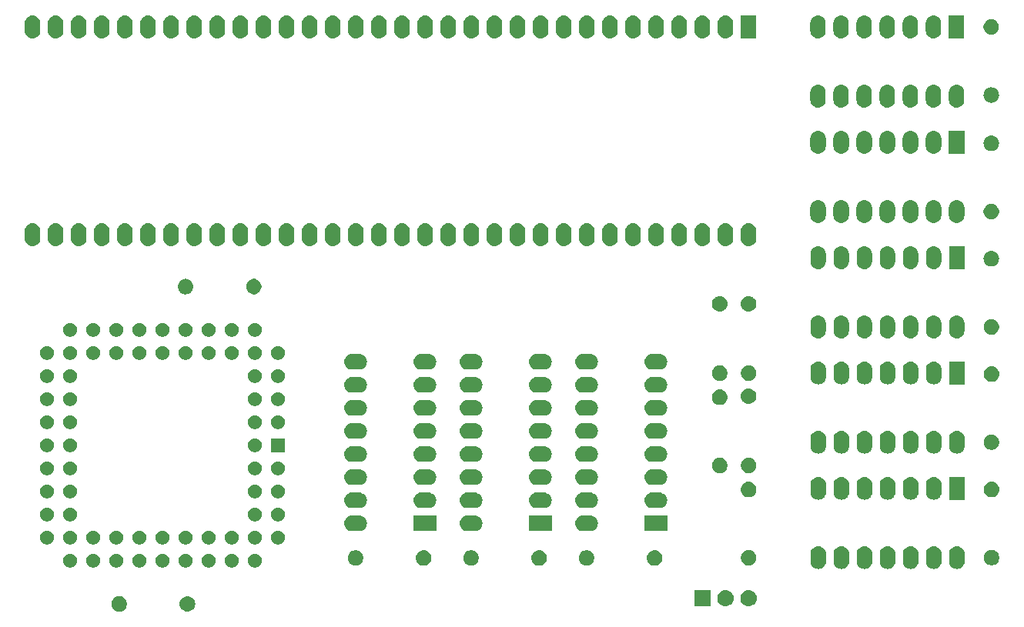
<source format=gbr>
G04 #@! TF.GenerationSoftware,KiCad,Pcbnew,(5.1.2-1)-1*
G04 #@! TF.CreationDate,2019-10-26T01:05:44+01:00*
G04 #@! TF.ProjectId,A500 14Mhz Accelerator,41353030-2031-4344-9d68-7a2041636365,rev?*
G04 #@! TF.SameCoordinates,Original*
G04 #@! TF.FileFunction,Soldermask,Bot*
G04 #@! TF.FilePolarity,Negative*
%FSLAX46Y46*%
G04 Gerber Fmt 4.6, Leading zero omitted, Abs format (unit mm)*
G04 Created by KiCad (PCBNEW (5.1.2-1)-1) date 2019-10-26 01:05:44*
%MOMM*%
%LPD*%
G04 APERTURE LIST*
%ADD10C,0.100000*%
G04 APERTURE END LIST*
D10*
G36*
X104186823Y-152831313D02*
G01*
X104347242Y-152879976D01*
X104414361Y-152915852D01*
X104495078Y-152958996D01*
X104624659Y-153065341D01*
X104731004Y-153194922D01*
X104731005Y-153194924D01*
X104810024Y-153342758D01*
X104858687Y-153503177D01*
X104875117Y-153670000D01*
X104858687Y-153836823D01*
X104810024Y-153997242D01*
X104769477Y-154073100D01*
X104731004Y-154145078D01*
X104624659Y-154274659D01*
X104495078Y-154381004D01*
X104495076Y-154381005D01*
X104347242Y-154460024D01*
X104186823Y-154508687D01*
X104061804Y-154521000D01*
X103978196Y-154521000D01*
X103853177Y-154508687D01*
X103692758Y-154460024D01*
X103544924Y-154381005D01*
X103544922Y-154381004D01*
X103415341Y-154274659D01*
X103308996Y-154145078D01*
X103270523Y-154073100D01*
X103229976Y-153997242D01*
X103181313Y-153836823D01*
X103164883Y-153670000D01*
X103181313Y-153503177D01*
X103229976Y-153342758D01*
X103308995Y-153194924D01*
X103308996Y-153194922D01*
X103415341Y-153065341D01*
X103544922Y-152958996D01*
X103625639Y-152915852D01*
X103692758Y-152879976D01*
X103853177Y-152831313D01*
X103978196Y-152819000D01*
X104061804Y-152819000D01*
X104186823Y-152831313D01*
X104186823Y-152831313D01*
G37*
G36*
X96768228Y-152851703D02*
G01*
X96923100Y-152915853D01*
X97062481Y-153008985D01*
X97181015Y-153127519D01*
X97274147Y-153266900D01*
X97338297Y-153421772D01*
X97371000Y-153586184D01*
X97371000Y-153753816D01*
X97338297Y-153918228D01*
X97274147Y-154073100D01*
X97181015Y-154212481D01*
X97062481Y-154331015D01*
X96923100Y-154424147D01*
X96768228Y-154488297D01*
X96603816Y-154521000D01*
X96436184Y-154521000D01*
X96271772Y-154488297D01*
X96116900Y-154424147D01*
X95977519Y-154331015D01*
X95858985Y-154212481D01*
X95765853Y-154073100D01*
X95701703Y-153918228D01*
X95669000Y-153753816D01*
X95669000Y-153586184D01*
X95701703Y-153421772D01*
X95765853Y-153266900D01*
X95858985Y-153127519D01*
X95977519Y-153008985D01*
X96116900Y-152915853D01*
X96271772Y-152851703D01*
X96436184Y-152819000D01*
X96603816Y-152819000D01*
X96768228Y-152851703D01*
X96768228Y-152851703D01*
G37*
G36*
X165845443Y-152140519D02*
G01*
X165911627Y-152147037D01*
X166081466Y-152198557D01*
X166237991Y-152282222D01*
X166273729Y-152311552D01*
X166375186Y-152394814D01*
X166458448Y-152496271D01*
X166487778Y-152532009D01*
X166571443Y-152688534D01*
X166622963Y-152858373D01*
X166640359Y-153035000D01*
X166622963Y-153211627D01*
X166571443Y-153381466D01*
X166487778Y-153537991D01*
X166458448Y-153573729D01*
X166375186Y-153675186D01*
X166279375Y-153753815D01*
X166237991Y-153787778D01*
X166081466Y-153871443D01*
X165911627Y-153922963D01*
X165845442Y-153929482D01*
X165779260Y-153936000D01*
X165690740Y-153936000D01*
X165624558Y-153929482D01*
X165558373Y-153922963D01*
X165388534Y-153871443D01*
X165232009Y-153787778D01*
X165190625Y-153753815D01*
X165094814Y-153675186D01*
X165011552Y-153573729D01*
X164982222Y-153537991D01*
X164898557Y-153381466D01*
X164847037Y-153211627D01*
X164829641Y-153035000D01*
X164847037Y-152858373D01*
X164898557Y-152688534D01*
X164982222Y-152532009D01*
X165011552Y-152496271D01*
X165094814Y-152394814D01*
X165196271Y-152311552D01*
X165232009Y-152282222D01*
X165388534Y-152198557D01*
X165558373Y-152147037D01*
X165624557Y-152140519D01*
X165690740Y-152134000D01*
X165779260Y-152134000D01*
X165845443Y-152140519D01*
X165845443Y-152140519D01*
G37*
G36*
X163305443Y-152140519D02*
G01*
X163371627Y-152147037D01*
X163541466Y-152198557D01*
X163697991Y-152282222D01*
X163733729Y-152311552D01*
X163835186Y-152394814D01*
X163918448Y-152496271D01*
X163947778Y-152532009D01*
X164031443Y-152688534D01*
X164082963Y-152858373D01*
X164100359Y-153035000D01*
X164082963Y-153211627D01*
X164031443Y-153381466D01*
X163947778Y-153537991D01*
X163918448Y-153573729D01*
X163835186Y-153675186D01*
X163739375Y-153753815D01*
X163697991Y-153787778D01*
X163541466Y-153871443D01*
X163371627Y-153922963D01*
X163305442Y-153929482D01*
X163239260Y-153936000D01*
X163150740Y-153936000D01*
X163084558Y-153929482D01*
X163018373Y-153922963D01*
X162848534Y-153871443D01*
X162692009Y-153787778D01*
X162650625Y-153753815D01*
X162554814Y-153675186D01*
X162471552Y-153573729D01*
X162442222Y-153537991D01*
X162358557Y-153381466D01*
X162307037Y-153211627D01*
X162289641Y-153035000D01*
X162307037Y-152858373D01*
X162358557Y-152688534D01*
X162442222Y-152532009D01*
X162471552Y-152496271D01*
X162554814Y-152394814D01*
X162656271Y-152311552D01*
X162692009Y-152282222D01*
X162848534Y-152198557D01*
X163018373Y-152147037D01*
X163084557Y-152140519D01*
X163150740Y-152134000D01*
X163239260Y-152134000D01*
X163305443Y-152140519D01*
X163305443Y-152140519D01*
G37*
G36*
X161556000Y-153936000D02*
G01*
X159754000Y-153936000D01*
X159754000Y-152134000D01*
X161556000Y-152134000D01*
X161556000Y-153936000D01*
X161556000Y-153936000D01*
G37*
G36*
X173557823Y-147340313D02*
G01*
X173718242Y-147388976D01*
X173850906Y-147459886D01*
X173866078Y-147467996D01*
X173995659Y-147574341D01*
X174102004Y-147703922D01*
X174102005Y-147703924D01*
X174181024Y-147851758D01*
X174229687Y-148012178D01*
X174242000Y-148137197D01*
X174242000Y-149020804D01*
X174229687Y-149145823D01*
X174181024Y-149306242D01*
X174132355Y-149397295D01*
X174102004Y-149454078D01*
X173999111Y-149579453D01*
X173995659Y-149583659D01*
X173866077Y-149690005D01*
X173718241Y-149769024D01*
X173557822Y-149817687D01*
X173391000Y-149834117D01*
X173224177Y-149817687D01*
X173063758Y-149769024D01*
X172915924Y-149690005D01*
X172915922Y-149690004D01*
X172786341Y-149583659D01*
X172782889Y-149579453D01*
X172679995Y-149454077D01*
X172600976Y-149306241D01*
X172552313Y-149145822D01*
X172540000Y-149020803D01*
X172540000Y-148137197D01*
X172552314Y-148012177D01*
X172600977Y-147851758D01*
X172679996Y-147703924D01*
X172679997Y-147703922D01*
X172786342Y-147574341D01*
X172915923Y-147467996D01*
X172931095Y-147459886D01*
X173063759Y-147388976D01*
X173224178Y-147340313D01*
X173391000Y-147323883D01*
X173557823Y-147340313D01*
X173557823Y-147340313D01*
G37*
G36*
X176097823Y-147340313D02*
G01*
X176258242Y-147388976D01*
X176390906Y-147459886D01*
X176406078Y-147467996D01*
X176535659Y-147574341D01*
X176642004Y-147703922D01*
X176642005Y-147703924D01*
X176721024Y-147851758D01*
X176769687Y-148012178D01*
X176782000Y-148137197D01*
X176782000Y-149020804D01*
X176769687Y-149145823D01*
X176721024Y-149306242D01*
X176672355Y-149397295D01*
X176642004Y-149454078D01*
X176539111Y-149579453D01*
X176535659Y-149583659D01*
X176406077Y-149690005D01*
X176258241Y-149769024D01*
X176097822Y-149817687D01*
X175931000Y-149834117D01*
X175764177Y-149817687D01*
X175603758Y-149769024D01*
X175455924Y-149690005D01*
X175455922Y-149690004D01*
X175326341Y-149583659D01*
X175322889Y-149579453D01*
X175219995Y-149454077D01*
X175140976Y-149306241D01*
X175092313Y-149145822D01*
X175080000Y-149020803D01*
X175080000Y-148137197D01*
X175092314Y-148012177D01*
X175140977Y-147851758D01*
X175219996Y-147703924D01*
X175219997Y-147703922D01*
X175326342Y-147574341D01*
X175455923Y-147467996D01*
X175471095Y-147459886D01*
X175603759Y-147388976D01*
X175764178Y-147340313D01*
X175931000Y-147323883D01*
X176097823Y-147340313D01*
X176097823Y-147340313D01*
G37*
G36*
X178637823Y-147340313D02*
G01*
X178798242Y-147388976D01*
X178930906Y-147459886D01*
X178946078Y-147467996D01*
X179075659Y-147574341D01*
X179182004Y-147703922D01*
X179182005Y-147703924D01*
X179261024Y-147851758D01*
X179309687Y-148012178D01*
X179322000Y-148137197D01*
X179322000Y-149020804D01*
X179309687Y-149145823D01*
X179261024Y-149306242D01*
X179212355Y-149397295D01*
X179182004Y-149454078D01*
X179079111Y-149579453D01*
X179075659Y-149583659D01*
X178946077Y-149690005D01*
X178798241Y-149769024D01*
X178637822Y-149817687D01*
X178471000Y-149834117D01*
X178304177Y-149817687D01*
X178143758Y-149769024D01*
X177995924Y-149690005D01*
X177995922Y-149690004D01*
X177866341Y-149583659D01*
X177862889Y-149579453D01*
X177759995Y-149454077D01*
X177680976Y-149306241D01*
X177632313Y-149145822D01*
X177620000Y-149020803D01*
X177620000Y-148137197D01*
X177632314Y-148012177D01*
X177680977Y-147851758D01*
X177759996Y-147703924D01*
X177759997Y-147703922D01*
X177866342Y-147574341D01*
X177995923Y-147467996D01*
X178011095Y-147459886D01*
X178143759Y-147388976D01*
X178304178Y-147340313D01*
X178471000Y-147323883D01*
X178637823Y-147340313D01*
X178637823Y-147340313D01*
G37*
G36*
X181177823Y-147340313D02*
G01*
X181338242Y-147388976D01*
X181470906Y-147459886D01*
X181486078Y-147467996D01*
X181615659Y-147574341D01*
X181722004Y-147703922D01*
X181722005Y-147703924D01*
X181801024Y-147851758D01*
X181849687Y-148012178D01*
X181862000Y-148137197D01*
X181862000Y-149020804D01*
X181849687Y-149145823D01*
X181801024Y-149306242D01*
X181752355Y-149397295D01*
X181722004Y-149454078D01*
X181619111Y-149579453D01*
X181615659Y-149583659D01*
X181486077Y-149690005D01*
X181338241Y-149769024D01*
X181177822Y-149817687D01*
X181011000Y-149834117D01*
X180844177Y-149817687D01*
X180683758Y-149769024D01*
X180535924Y-149690005D01*
X180535922Y-149690004D01*
X180406341Y-149583659D01*
X180402889Y-149579453D01*
X180299995Y-149454077D01*
X180220976Y-149306241D01*
X180172313Y-149145822D01*
X180160000Y-149020803D01*
X180160000Y-148137197D01*
X180172314Y-148012177D01*
X180220977Y-147851758D01*
X180299996Y-147703924D01*
X180299997Y-147703922D01*
X180406342Y-147574341D01*
X180535923Y-147467996D01*
X180551095Y-147459886D01*
X180683759Y-147388976D01*
X180844178Y-147340313D01*
X181011000Y-147323883D01*
X181177823Y-147340313D01*
X181177823Y-147340313D01*
G37*
G36*
X183717823Y-147340313D02*
G01*
X183878242Y-147388976D01*
X184010906Y-147459886D01*
X184026078Y-147467996D01*
X184155659Y-147574341D01*
X184262004Y-147703922D01*
X184262005Y-147703924D01*
X184341024Y-147851758D01*
X184389687Y-148012178D01*
X184402000Y-148137197D01*
X184402000Y-149020804D01*
X184389687Y-149145823D01*
X184341024Y-149306242D01*
X184292355Y-149397295D01*
X184262004Y-149454078D01*
X184159111Y-149579453D01*
X184155659Y-149583659D01*
X184026077Y-149690005D01*
X183878241Y-149769024D01*
X183717822Y-149817687D01*
X183551000Y-149834117D01*
X183384177Y-149817687D01*
X183223758Y-149769024D01*
X183075924Y-149690005D01*
X183075922Y-149690004D01*
X182946341Y-149583659D01*
X182942889Y-149579453D01*
X182839995Y-149454077D01*
X182760976Y-149306241D01*
X182712313Y-149145822D01*
X182700000Y-149020803D01*
X182700000Y-148137197D01*
X182712314Y-148012177D01*
X182760977Y-147851758D01*
X182839996Y-147703924D01*
X182839997Y-147703922D01*
X182946342Y-147574341D01*
X183075923Y-147467996D01*
X183091095Y-147459886D01*
X183223759Y-147388976D01*
X183384178Y-147340313D01*
X183551000Y-147323883D01*
X183717823Y-147340313D01*
X183717823Y-147340313D01*
G37*
G36*
X186257823Y-147340313D02*
G01*
X186418242Y-147388976D01*
X186550906Y-147459886D01*
X186566078Y-147467996D01*
X186695659Y-147574341D01*
X186802004Y-147703922D01*
X186802005Y-147703924D01*
X186881024Y-147851758D01*
X186929687Y-148012178D01*
X186942000Y-148137197D01*
X186942000Y-149020804D01*
X186929687Y-149145823D01*
X186881024Y-149306242D01*
X186832355Y-149397295D01*
X186802004Y-149454078D01*
X186699111Y-149579453D01*
X186695659Y-149583659D01*
X186566077Y-149690005D01*
X186418241Y-149769024D01*
X186257822Y-149817687D01*
X186091000Y-149834117D01*
X185924177Y-149817687D01*
X185763758Y-149769024D01*
X185615924Y-149690005D01*
X185615922Y-149690004D01*
X185486341Y-149583659D01*
X185482889Y-149579453D01*
X185379995Y-149454077D01*
X185300976Y-149306241D01*
X185252313Y-149145822D01*
X185240000Y-149020803D01*
X185240000Y-148137197D01*
X185252314Y-148012177D01*
X185300977Y-147851758D01*
X185379996Y-147703924D01*
X185379997Y-147703922D01*
X185486342Y-147574341D01*
X185615923Y-147467996D01*
X185631095Y-147459886D01*
X185763759Y-147388976D01*
X185924178Y-147340313D01*
X186091000Y-147323883D01*
X186257823Y-147340313D01*
X186257823Y-147340313D01*
G37*
G36*
X188797823Y-147340313D02*
G01*
X188958242Y-147388976D01*
X189090906Y-147459886D01*
X189106078Y-147467996D01*
X189235659Y-147574341D01*
X189342004Y-147703922D01*
X189342005Y-147703924D01*
X189421024Y-147851758D01*
X189469687Y-148012178D01*
X189482000Y-148137197D01*
X189482000Y-149020804D01*
X189469687Y-149145823D01*
X189421024Y-149306242D01*
X189372355Y-149397295D01*
X189342004Y-149454078D01*
X189239111Y-149579453D01*
X189235659Y-149583659D01*
X189106077Y-149690005D01*
X188958241Y-149769024D01*
X188797822Y-149817687D01*
X188631000Y-149834117D01*
X188464177Y-149817687D01*
X188303758Y-149769024D01*
X188155924Y-149690005D01*
X188155922Y-149690004D01*
X188026341Y-149583659D01*
X188022889Y-149579453D01*
X187919995Y-149454077D01*
X187840976Y-149306241D01*
X187792313Y-149145822D01*
X187780000Y-149020803D01*
X187780000Y-148137197D01*
X187792314Y-148012177D01*
X187840977Y-147851758D01*
X187919996Y-147703924D01*
X187919997Y-147703922D01*
X188026342Y-147574341D01*
X188155923Y-147467996D01*
X188171095Y-147459886D01*
X188303759Y-147388976D01*
X188464178Y-147340313D01*
X188631000Y-147323883D01*
X188797823Y-147340313D01*
X188797823Y-147340313D01*
G37*
G36*
X111669325Y-148171090D02*
G01*
X111808038Y-148228547D01*
X111932872Y-148311958D01*
X112039042Y-148418128D01*
X112122453Y-148542962D01*
X112179910Y-148681675D01*
X112209200Y-148828929D01*
X112209200Y-148979071D01*
X112179910Y-149126325D01*
X112122453Y-149265038D01*
X112039042Y-149389872D01*
X111932872Y-149496042D01*
X111808038Y-149579453D01*
X111669325Y-149636910D01*
X111522071Y-149666200D01*
X111371929Y-149666200D01*
X111224675Y-149636910D01*
X111085962Y-149579453D01*
X110961128Y-149496042D01*
X110854958Y-149389872D01*
X110771547Y-149265038D01*
X110714090Y-149126325D01*
X110684800Y-148979071D01*
X110684800Y-148828929D01*
X110714090Y-148681675D01*
X110771547Y-148542962D01*
X110854958Y-148418128D01*
X110961128Y-148311958D01*
X111085962Y-148228547D01*
X111224675Y-148171090D01*
X111371929Y-148141800D01*
X111522071Y-148141800D01*
X111669325Y-148171090D01*
X111669325Y-148171090D01*
G37*
G36*
X101509325Y-148171090D02*
G01*
X101648038Y-148228547D01*
X101772872Y-148311958D01*
X101879042Y-148418128D01*
X101962453Y-148542962D01*
X102019910Y-148681675D01*
X102049200Y-148828929D01*
X102049200Y-148979071D01*
X102019910Y-149126325D01*
X101962453Y-149265038D01*
X101879042Y-149389872D01*
X101772872Y-149496042D01*
X101648038Y-149579453D01*
X101509325Y-149636910D01*
X101362071Y-149666200D01*
X101211929Y-149666200D01*
X101064675Y-149636910D01*
X100925962Y-149579453D01*
X100801128Y-149496042D01*
X100694958Y-149389872D01*
X100611547Y-149265038D01*
X100554090Y-149126325D01*
X100524800Y-148979071D01*
X100524800Y-148828929D01*
X100554090Y-148681675D01*
X100611547Y-148542962D01*
X100694958Y-148418128D01*
X100801128Y-148311958D01*
X100925962Y-148228547D01*
X101064675Y-148171090D01*
X101211929Y-148141800D01*
X101362071Y-148141800D01*
X101509325Y-148171090D01*
X101509325Y-148171090D01*
G37*
G36*
X109129325Y-148171090D02*
G01*
X109268038Y-148228547D01*
X109392872Y-148311958D01*
X109499042Y-148418128D01*
X109582453Y-148542962D01*
X109639910Y-148681675D01*
X109669200Y-148828929D01*
X109669200Y-148979071D01*
X109639910Y-149126325D01*
X109582453Y-149265038D01*
X109499042Y-149389872D01*
X109392872Y-149496042D01*
X109268038Y-149579453D01*
X109129325Y-149636910D01*
X108982071Y-149666200D01*
X108831929Y-149666200D01*
X108684675Y-149636910D01*
X108545962Y-149579453D01*
X108421128Y-149496042D01*
X108314958Y-149389872D01*
X108231547Y-149265038D01*
X108174090Y-149126325D01*
X108144800Y-148979071D01*
X108144800Y-148828929D01*
X108174090Y-148681675D01*
X108231547Y-148542962D01*
X108314958Y-148418128D01*
X108421128Y-148311958D01*
X108545962Y-148228547D01*
X108684675Y-148171090D01*
X108831929Y-148141800D01*
X108982071Y-148141800D01*
X109129325Y-148171090D01*
X109129325Y-148171090D01*
G37*
G36*
X106589325Y-148171090D02*
G01*
X106728038Y-148228547D01*
X106852872Y-148311958D01*
X106959042Y-148418128D01*
X107042453Y-148542962D01*
X107099910Y-148681675D01*
X107129200Y-148828929D01*
X107129200Y-148979071D01*
X107099910Y-149126325D01*
X107042453Y-149265038D01*
X106959042Y-149389872D01*
X106852872Y-149496042D01*
X106728038Y-149579453D01*
X106589325Y-149636910D01*
X106442071Y-149666200D01*
X106291929Y-149666200D01*
X106144675Y-149636910D01*
X106005962Y-149579453D01*
X105881128Y-149496042D01*
X105774958Y-149389872D01*
X105691547Y-149265038D01*
X105634090Y-149126325D01*
X105604800Y-148979071D01*
X105604800Y-148828929D01*
X105634090Y-148681675D01*
X105691547Y-148542962D01*
X105774958Y-148418128D01*
X105881128Y-148311958D01*
X106005962Y-148228547D01*
X106144675Y-148171090D01*
X106291929Y-148141800D01*
X106442071Y-148141800D01*
X106589325Y-148171090D01*
X106589325Y-148171090D01*
G37*
G36*
X104049325Y-148171090D02*
G01*
X104188038Y-148228547D01*
X104312872Y-148311958D01*
X104419042Y-148418128D01*
X104502453Y-148542962D01*
X104559910Y-148681675D01*
X104589200Y-148828929D01*
X104589200Y-148979071D01*
X104559910Y-149126325D01*
X104502453Y-149265038D01*
X104419042Y-149389872D01*
X104312872Y-149496042D01*
X104188038Y-149579453D01*
X104049325Y-149636910D01*
X103902071Y-149666200D01*
X103751929Y-149666200D01*
X103604675Y-149636910D01*
X103465962Y-149579453D01*
X103341128Y-149496042D01*
X103234958Y-149389872D01*
X103151547Y-149265038D01*
X103094090Y-149126325D01*
X103064800Y-148979071D01*
X103064800Y-148828929D01*
X103094090Y-148681675D01*
X103151547Y-148542962D01*
X103234958Y-148418128D01*
X103341128Y-148311958D01*
X103465962Y-148228547D01*
X103604675Y-148171090D01*
X103751929Y-148141800D01*
X103902071Y-148141800D01*
X104049325Y-148171090D01*
X104049325Y-148171090D01*
G37*
G36*
X98969325Y-148171090D02*
G01*
X99108038Y-148228547D01*
X99232872Y-148311958D01*
X99339042Y-148418128D01*
X99422453Y-148542962D01*
X99479910Y-148681675D01*
X99509200Y-148828929D01*
X99509200Y-148979071D01*
X99479910Y-149126325D01*
X99422453Y-149265038D01*
X99339042Y-149389872D01*
X99232872Y-149496042D01*
X99108038Y-149579453D01*
X98969325Y-149636910D01*
X98822071Y-149666200D01*
X98671929Y-149666200D01*
X98524675Y-149636910D01*
X98385962Y-149579453D01*
X98261128Y-149496042D01*
X98154958Y-149389872D01*
X98071547Y-149265038D01*
X98014090Y-149126325D01*
X97984800Y-148979071D01*
X97984800Y-148828929D01*
X98014090Y-148681675D01*
X98071547Y-148542962D01*
X98154958Y-148418128D01*
X98261128Y-148311958D01*
X98385962Y-148228547D01*
X98524675Y-148171090D01*
X98671929Y-148141800D01*
X98822071Y-148141800D01*
X98969325Y-148171090D01*
X98969325Y-148171090D01*
G37*
G36*
X96429325Y-148171090D02*
G01*
X96568038Y-148228547D01*
X96692872Y-148311958D01*
X96799042Y-148418128D01*
X96882453Y-148542962D01*
X96939910Y-148681675D01*
X96969200Y-148828929D01*
X96969200Y-148979071D01*
X96939910Y-149126325D01*
X96882453Y-149265038D01*
X96799042Y-149389872D01*
X96692872Y-149496042D01*
X96568038Y-149579453D01*
X96429325Y-149636910D01*
X96282071Y-149666200D01*
X96131929Y-149666200D01*
X95984675Y-149636910D01*
X95845962Y-149579453D01*
X95721128Y-149496042D01*
X95614958Y-149389872D01*
X95531547Y-149265038D01*
X95474090Y-149126325D01*
X95444800Y-148979071D01*
X95444800Y-148828929D01*
X95474090Y-148681675D01*
X95531547Y-148542962D01*
X95614958Y-148418128D01*
X95721128Y-148311958D01*
X95845962Y-148228547D01*
X95984675Y-148171090D01*
X96131929Y-148141800D01*
X96282071Y-148141800D01*
X96429325Y-148171090D01*
X96429325Y-148171090D01*
G37*
G36*
X93889325Y-148171090D02*
G01*
X94028038Y-148228547D01*
X94152872Y-148311958D01*
X94259042Y-148418128D01*
X94342453Y-148542962D01*
X94399910Y-148681675D01*
X94429200Y-148828929D01*
X94429200Y-148979071D01*
X94399910Y-149126325D01*
X94342453Y-149265038D01*
X94259042Y-149389872D01*
X94152872Y-149496042D01*
X94028038Y-149579453D01*
X93889325Y-149636910D01*
X93742071Y-149666200D01*
X93591929Y-149666200D01*
X93444675Y-149636910D01*
X93305962Y-149579453D01*
X93181128Y-149496042D01*
X93074958Y-149389872D01*
X92991547Y-149265038D01*
X92934090Y-149126325D01*
X92904800Y-148979071D01*
X92904800Y-148828929D01*
X92934090Y-148681675D01*
X92991547Y-148542962D01*
X93074958Y-148418128D01*
X93181128Y-148311958D01*
X93305962Y-148228547D01*
X93444675Y-148171090D01*
X93591929Y-148141800D01*
X93742071Y-148141800D01*
X93889325Y-148171090D01*
X93889325Y-148171090D01*
G37*
G36*
X91349325Y-148171090D02*
G01*
X91488038Y-148228547D01*
X91612872Y-148311958D01*
X91719042Y-148418128D01*
X91802453Y-148542962D01*
X91859910Y-148681675D01*
X91889200Y-148828929D01*
X91889200Y-148979071D01*
X91859910Y-149126325D01*
X91802453Y-149265038D01*
X91719042Y-149389872D01*
X91612872Y-149496042D01*
X91488038Y-149579453D01*
X91349325Y-149636910D01*
X91202071Y-149666200D01*
X91051929Y-149666200D01*
X90904675Y-149636910D01*
X90765962Y-149579453D01*
X90641128Y-149496042D01*
X90534958Y-149389872D01*
X90451547Y-149265038D01*
X90394090Y-149126325D01*
X90364800Y-148979071D01*
X90364800Y-148828929D01*
X90394090Y-148681675D01*
X90451547Y-148542962D01*
X90534958Y-148418128D01*
X90641128Y-148311958D01*
X90765962Y-148228547D01*
X90904675Y-148171090D01*
X91051929Y-148141800D01*
X91202071Y-148141800D01*
X91349325Y-148171090D01*
X91349325Y-148171090D01*
G37*
G36*
X130173823Y-147780313D02*
G01*
X130304380Y-147819917D01*
X130320651Y-147824853D01*
X130334242Y-147828976D01*
X130401361Y-147864852D01*
X130482078Y-147907996D01*
X130611659Y-148014341D01*
X130718004Y-148143922D01*
X130718005Y-148143924D01*
X130797024Y-148291758D01*
X130845687Y-148452177D01*
X130862117Y-148619000D01*
X130845687Y-148785823D01*
X130797024Y-148946242D01*
X130756477Y-149022100D01*
X130718004Y-149094078D01*
X130611659Y-149223659D01*
X130482078Y-149330004D01*
X130482076Y-149330005D01*
X130334242Y-149409024D01*
X130173823Y-149457687D01*
X130048804Y-149470000D01*
X129965196Y-149470000D01*
X129840177Y-149457687D01*
X129679758Y-149409024D01*
X129531924Y-149330005D01*
X129531922Y-149330004D01*
X129402341Y-149223659D01*
X129295996Y-149094078D01*
X129257523Y-149022100D01*
X129216976Y-148946242D01*
X129168313Y-148785823D01*
X129151883Y-148619000D01*
X129168313Y-148452177D01*
X129216976Y-148291758D01*
X129295995Y-148143924D01*
X129295996Y-148143922D01*
X129402341Y-148014341D01*
X129531922Y-147907996D01*
X129612639Y-147864852D01*
X129679758Y-147828976D01*
X129693350Y-147824853D01*
X129709620Y-147819917D01*
X129840177Y-147780313D01*
X129965196Y-147768000D01*
X130048804Y-147768000D01*
X130173823Y-147780313D01*
X130173823Y-147780313D01*
G37*
G36*
X155573823Y-147780313D02*
G01*
X155704380Y-147819917D01*
X155720651Y-147824853D01*
X155734242Y-147828976D01*
X155801361Y-147864852D01*
X155882078Y-147907996D01*
X156011659Y-148014341D01*
X156118004Y-148143922D01*
X156118005Y-148143924D01*
X156197024Y-148291758D01*
X156245687Y-148452177D01*
X156262117Y-148619000D01*
X156245687Y-148785823D01*
X156197024Y-148946242D01*
X156156477Y-149022100D01*
X156118004Y-149094078D01*
X156011659Y-149223659D01*
X155882078Y-149330004D01*
X155882076Y-149330005D01*
X155734242Y-149409024D01*
X155573823Y-149457687D01*
X155448804Y-149470000D01*
X155365196Y-149470000D01*
X155240177Y-149457687D01*
X155079758Y-149409024D01*
X154931924Y-149330005D01*
X154931922Y-149330004D01*
X154802341Y-149223659D01*
X154695996Y-149094078D01*
X154657523Y-149022100D01*
X154616976Y-148946242D01*
X154568313Y-148785823D01*
X154551883Y-148619000D01*
X154568313Y-148452177D01*
X154616976Y-148291758D01*
X154695995Y-148143924D01*
X154695996Y-148143922D01*
X154802341Y-148014341D01*
X154931922Y-147907996D01*
X155012639Y-147864852D01*
X155079758Y-147828976D01*
X155093350Y-147824853D01*
X155109620Y-147819917D01*
X155240177Y-147780313D01*
X155365196Y-147768000D01*
X155448804Y-147768000D01*
X155573823Y-147780313D01*
X155573823Y-147780313D01*
G37*
G36*
X148155228Y-147800703D02*
G01*
X148310100Y-147864853D01*
X148449481Y-147957985D01*
X148568015Y-148076519D01*
X148661147Y-148215900D01*
X148725297Y-148370772D01*
X148758000Y-148535184D01*
X148758000Y-148702816D01*
X148725297Y-148867228D01*
X148661147Y-149022100D01*
X148568015Y-149161481D01*
X148449481Y-149280015D01*
X148310100Y-149373147D01*
X148155228Y-149437297D01*
X147990816Y-149470000D01*
X147823184Y-149470000D01*
X147658772Y-149437297D01*
X147503900Y-149373147D01*
X147364519Y-149280015D01*
X147245985Y-149161481D01*
X147152853Y-149022100D01*
X147088703Y-148867228D01*
X147056000Y-148702816D01*
X147056000Y-148535184D01*
X147088703Y-148370772D01*
X147152853Y-148215900D01*
X147245985Y-148076519D01*
X147364519Y-147957985D01*
X147503900Y-147864853D01*
X147658772Y-147800703D01*
X147823184Y-147768000D01*
X147990816Y-147768000D01*
X148155228Y-147800703D01*
X148155228Y-147800703D01*
G37*
G36*
X142873823Y-147780313D02*
G01*
X143004380Y-147819917D01*
X143020651Y-147824853D01*
X143034242Y-147828976D01*
X143101361Y-147864852D01*
X143182078Y-147907996D01*
X143311659Y-148014341D01*
X143418004Y-148143922D01*
X143418005Y-148143924D01*
X143497024Y-148291758D01*
X143545687Y-148452177D01*
X143562117Y-148619000D01*
X143545687Y-148785823D01*
X143497024Y-148946242D01*
X143456477Y-149022100D01*
X143418004Y-149094078D01*
X143311659Y-149223659D01*
X143182078Y-149330004D01*
X143182076Y-149330005D01*
X143034242Y-149409024D01*
X142873823Y-149457687D01*
X142748804Y-149470000D01*
X142665196Y-149470000D01*
X142540177Y-149457687D01*
X142379758Y-149409024D01*
X142231924Y-149330005D01*
X142231922Y-149330004D01*
X142102341Y-149223659D01*
X141995996Y-149094078D01*
X141957523Y-149022100D01*
X141916976Y-148946242D01*
X141868313Y-148785823D01*
X141851883Y-148619000D01*
X141868313Y-148452177D01*
X141916976Y-148291758D01*
X141995995Y-148143924D01*
X141995996Y-148143922D01*
X142102341Y-148014341D01*
X142231922Y-147907996D01*
X142312639Y-147864852D01*
X142379758Y-147828976D01*
X142393350Y-147824853D01*
X142409620Y-147819917D01*
X142540177Y-147780313D01*
X142665196Y-147768000D01*
X142748804Y-147768000D01*
X142873823Y-147780313D01*
X142873823Y-147780313D01*
G37*
G36*
X135455228Y-147800703D02*
G01*
X135610100Y-147864853D01*
X135749481Y-147957985D01*
X135868015Y-148076519D01*
X135961147Y-148215900D01*
X136025297Y-148370772D01*
X136058000Y-148535184D01*
X136058000Y-148702816D01*
X136025297Y-148867228D01*
X135961147Y-149022100D01*
X135868015Y-149161481D01*
X135749481Y-149280015D01*
X135610100Y-149373147D01*
X135455228Y-149437297D01*
X135290816Y-149470000D01*
X135123184Y-149470000D01*
X134958772Y-149437297D01*
X134803900Y-149373147D01*
X134664519Y-149280015D01*
X134545985Y-149161481D01*
X134452853Y-149022100D01*
X134388703Y-148867228D01*
X134356000Y-148702816D01*
X134356000Y-148535184D01*
X134388703Y-148370772D01*
X134452853Y-148215900D01*
X134545985Y-148076519D01*
X134664519Y-147957985D01*
X134803900Y-147864853D01*
X134958772Y-147800703D01*
X135123184Y-147768000D01*
X135290816Y-147768000D01*
X135455228Y-147800703D01*
X135455228Y-147800703D01*
G37*
G36*
X122755228Y-147800703D02*
G01*
X122910100Y-147864853D01*
X123049481Y-147957985D01*
X123168015Y-148076519D01*
X123261147Y-148215900D01*
X123325297Y-148370772D01*
X123358000Y-148535184D01*
X123358000Y-148702816D01*
X123325297Y-148867228D01*
X123261147Y-149022100D01*
X123168015Y-149161481D01*
X123049481Y-149280015D01*
X122910100Y-149373147D01*
X122755228Y-149437297D01*
X122590816Y-149470000D01*
X122423184Y-149470000D01*
X122258772Y-149437297D01*
X122103900Y-149373147D01*
X121964519Y-149280015D01*
X121845985Y-149161481D01*
X121752853Y-149022100D01*
X121688703Y-148867228D01*
X121656000Y-148702816D01*
X121656000Y-148535184D01*
X121688703Y-148370772D01*
X121752853Y-148215900D01*
X121845985Y-148076519D01*
X121964519Y-147957985D01*
X122103900Y-147864853D01*
X122258772Y-147800703D01*
X122423184Y-147768000D01*
X122590816Y-147768000D01*
X122755228Y-147800703D01*
X122755228Y-147800703D01*
G37*
G36*
X165983228Y-147771703D02*
G01*
X166138100Y-147835853D01*
X166277481Y-147928985D01*
X166396015Y-148047519D01*
X166489147Y-148186900D01*
X166553297Y-148341772D01*
X166586000Y-148506184D01*
X166586000Y-148673816D01*
X166553297Y-148838228D01*
X166489147Y-148993100D01*
X166396015Y-149132481D01*
X166277481Y-149251015D01*
X166138100Y-149344147D01*
X165983228Y-149408297D01*
X165818816Y-149441000D01*
X165651184Y-149441000D01*
X165486772Y-149408297D01*
X165331900Y-149344147D01*
X165192519Y-149251015D01*
X165073985Y-149132481D01*
X164980853Y-148993100D01*
X164916703Y-148838228D01*
X164884000Y-148673816D01*
X164884000Y-148506184D01*
X164916703Y-148341772D01*
X164980853Y-148186900D01*
X165073985Y-148047519D01*
X165192519Y-147928985D01*
X165331900Y-147835853D01*
X165486772Y-147771703D01*
X165651184Y-147739000D01*
X165818816Y-147739000D01*
X165983228Y-147771703D01*
X165983228Y-147771703D01*
G37*
G36*
X192689228Y-147760703D02*
G01*
X192844100Y-147824853D01*
X192983481Y-147917985D01*
X193102015Y-148036519D01*
X193195147Y-148175900D01*
X193259297Y-148330772D01*
X193292000Y-148495184D01*
X193292000Y-148662816D01*
X193259297Y-148827228D01*
X193195147Y-148982100D01*
X193102015Y-149121481D01*
X192983481Y-149240015D01*
X192844100Y-149333147D01*
X192689228Y-149397297D01*
X192524816Y-149430000D01*
X192357184Y-149430000D01*
X192192772Y-149397297D01*
X192037900Y-149333147D01*
X191898519Y-149240015D01*
X191779985Y-149121481D01*
X191686853Y-148982100D01*
X191622703Y-148827228D01*
X191590000Y-148662816D01*
X191590000Y-148495184D01*
X191622703Y-148330772D01*
X191686853Y-148175900D01*
X191779985Y-148036519D01*
X191898519Y-147917985D01*
X192037900Y-147824853D01*
X192192772Y-147760703D01*
X192357184Y-147728000D01*
X192524816Y-147728000D01*
X192689228Y-147760703D01*
X192689228Y-147760703D01*
G37*
G36*
X101509325Y-145631090D02*
G01*
X101648038Y-145688547D01*
X101772872Y-145771958D01*
X101879042Y-145878128D01*
X101962453Y-146002962D01*
X102019910Y-146141675D01*
X102049200Y-146288929D01*
X102049200Y-146439071D01*
X102019910Y-146586325D01*
X101962453Y-146725038D01*
X101879042Y-146849872D01*
X101772872Y-146956042D01*
X101648038Y-147039453D01*
X101509325Y-147096910D01*
X101362071Y-147126200D01*
X101211929Y-147126200D01*
X101064675Y-147096910D01*
X100925962Y-147039453D01*
X100801128Y-146956042D01*
X100694958Y-146849872D01*
X100611547Y-146725038D01*
X100554090Y-146586325D01*
X100524800Y-146439071D01*
X100524800Y-146288929D01*
X100554090Y-146141675D01*
X100611547Y-146002962D01*
X100694958Y-145878128D01*
X100801128Y-145771958D01*
X100925962Y-145688547D01*
X101064675Y-145631090D01*
X101211929Y-145601800D01*
X101362071Y-145601800D01*
X101509325Y-145631090D01*
X101509325Y-145631090D01*
G37*
G36*
X106589325Y-145631090D02*
G01*
X106728038Y-145688547D01*
X106852872Y-145771958D01*
X106959042Y-145878128D01*
X107042453Y-146002962D01*
X107099910Y-146141675D01*
X107129200Y-146288929D01*
X107129200Y-146439071D01*
X107099910Y-146586325D01*
X107042453Y-146725038D01*
X106959042Y-146849872D01*
X106852872Y-146956042D01*
X106728038Y-147039453D01*
X106589325Y-147096910D01*
X106442071Y-147126200D01*
X106291929Y-147126200D01*
X106144675Y-147096910D01*
X106005962Y-147039453D01*
X105881128Y-146956042D01*
X105774958Y-146849872D01*
X105691547Y-146725038D01*
X105634090Y-146586325D01*
X105604800Y-146439071D01*
X105604800Y-146288929D01*
X105634090Y-146141675D01*
X105691547Y-146002962D01*
X105774958Y-145878128D01*
X105881128Y-145771958D01*
X106005962Y-145688547D01*
X106144675Y-145631090D01*
X106291929Y-145601800D01*
X106442071Y-145601800D01*
X106589325Y-145631090D01*
X106589325Y-145631090D01*
G37*
G36*
X88809325Y-145631090D02*
G01*
X88948038Y-145688547D01*
X89072872Y-145771958D01*
X89179042Y-145878128D01*
X89262453Y-146002962D01*
X89319910Y-146141675D01*
X89349200Y-146288929D01*
X89349200Y-146439071D01*
X89319910Y-146586325D01*
X89262453Y-146725038D01*
X89179042Y-146849872D01*
X89072872Y-146956042D01*
X88948038Y-147039453D01*
X88809325Y-147096910D01*
X88662071Y-147126200D01*
X88511929Y-147126200D01*
X88364675Y-147096910D01*
X88225962Y-147039453D01*
X88101128Y-146956042D01*
X87994958Y-146849872D01*
X87911547Y-146725038D01*
X87854090Y-146586325D01*
X87824800Y-146439071D01*
X87824800Y-146288929D01*
X87854090Y-146141675D01*
X87911547Y-146002962D01*
X87994958Y-145878128D01*
X88101128Y-145771958D01*
X88225962Y-145688547D01*
X88364675Y-145631090D01*
X88511929Y-145601800D01*
X88662071Y-145601800D01*
X88809325Y-145631090D01*
X88809325Y-145631090D01*
G37*
G36*
X91349325Y-145631090D02*
G01*
X91488038Y-145688547D01*
X91612872Y-145771958D01*
X91719042Y-145878128D01*
X91802453Y-146002962D01*
X91859910Y-146141675D01*
X91889200Y-146288929D01*
X91889200Y-146439071D01*
X91859910Y-146586325D01*
X91802453Y-146725038D01*
X91719042Y-146849872D01*
X91612872Y-146956042D01*
X91488038Y-147039453D01*
X91349325Y-147096910D01*
X91202071Y-147126200D01*
X91051929Y-147126200D01*
X90904675Y-147096910D01*
X90765962Y-147039453D01*
X90641128Y-146956042D01*
X90534958Y-146849872D01*
X90451547Y-146725038D01*
X90394090Y-146586325D01*
X90364800Y-146439071D01*
X90364800Y-146288929D01*
X90394090Y-146141675D01*
X90451547Y-146002962D01*
X90534958Y-145878128D01*
X90641128Y-145771958D01*
X90765962Y-145688547D01*
X90904675Y-145631090D01*
X91051929Y-145601800D01*
X91202071Y-145601800D01*
X91349325Y-145631090D01*
X91349325Y-145631090D01*
G37*
G36*
X93889325Y-145631090D02*
G01*
X94028038Y-145688547D01*
X94152872Y-145771958D01*
X94259042Y-145878128D01*
X94342453Y-146002962D01*
X94399910Y-146141675D01*
X94429200Y-146288929D01*
X94429200Y-146439071D01*
X94399910Y-146586325D01*
X94342453Y-146725038D01*
X94259042Y-146849872D01*
X94152872Y-146956042D01*
X94028038Y-147039453D01*
X93889325Y-147096910D01*
X93742071Y-147126200D01*
X93591929Y-147126200D01*
X93444675Y-147096910D01*
X93305962Y-147039453D01*
X93181128Y-146956042D01*
X93074958Y-146849872D01*
X92991547Y-146725038D01*
X92934090Y-146586325D01*
X92904800Y-146439071D01*
X92904800Y-146288929D01*
X92934090Y-146141675D01*
X92991547Y-146002962D01*
X93074958Y-145878128D01*
X93181128Y-145771958D01*
X93305962Y-145688547D01*
X93444675Y-145631090D01*
X93591929Y-145601800D01*
X93742071Y-145601800D01*
X93889325Y-145631090D01*
X93889325Y-145631090D01*
G37*
G36*
X96429325Y-145631090D02*
G01*
X96568038Y-145688547D01*
X96692872Y-145771958D01*
X96799042Y-145878128D01*
X96882453Y-146002962D01*
X96939910Y-146141675D01*
X96969200Y-146288929D01*
X96969200Y-146439071D01*
X96939910Y-146586325D01*
X96882453Y-146725038D01*
X96799042Y-146849872D01*
X96692872Y-146956042D01*
X96568038Y-147039453D01*
X96429325Y-147096910D01*
X96282071Y-147126200D01*
X96131929Y-147126200D01*
X95984675Y-147096910D01*
X95845962Y-147039453D01*
X95721128Y-146956042D01*
X95614958Y-146849872D01*
X95531547Y-146725038D01*
X95474090Y-146586325D01*
X95444800Y-146439071D01*
X95444800Y-146288929D01*
X95474090Y-146141675D01*
X95531547Y-146002962D01*
X95614958Y-145878128D01*
X95721128Y-145771958D01*
X95845962Y-145688547D01*
X95984675Y-145631090D01*
X96131929Y-145601800D01*
X96282071Y-145601800D01*
X96429325Y-145631090D01*
X96429325Y-145631090D01*
G37*
G36*
X111669325Y-145631090D02*
G01*
X111808038Y-145688547D01*
X111932872Y-145771958D01*
X112039042Y-145878128D01*
X112122453Y-146002962D01*
X112179910Y-146141675D01*
X112209200Y-146288929D01*
X112209200Y-146439071D01*
X112179910Y-146586325D01*
X112122453Y-146725038D01*
X112039042Y-146849872D01*
X111932872Y-146956042D01*
X111808038Y-147039453D01*
X111669325Y-147096910D01*
X111522071Y-147126200D01*
X111371929Y-147126200D01*
X111224675Y-147096910D01*
X111085962Y-147039453D01*
X110961128Y-146956042D01*
X110854958Y-146849872D01*
X110771547Y-146725038D01*
X110714090Y-146586325D01*
X110684800Y-146439071D01*
X110684800Y-146288929D01*
X110714090Y-146141675D01*
X110771547Y-146002962D01*
X110854958Y-145878128D01*
X110961128Y-145771958D01*
X111085962Y-145688547D01*
X111224675Y-145631090D01*
X111371929Y-145601800D01*
X111522071Y-145601800D01*
X111669325Y-145631090D01*
X111669325Y-145631090D01*
G37*
G36*
X114209325Y-145631090D02*
G01*
X114348038Y-145688547D01*
X114472872Y-145771958D01*
X114579042Y-145878128D01*
X114662453Y-146002962D01*
X114719910Y-146141675D01*
X114749200Y-146288929D01*
X114749200Y-146439071D01*
X114719910Y-146586325D01*
X114662453Y-146725038D01*
X114579042Y-146849872D01*
X114472872Y-146956042D01*
X114348038Y-147039453D01*
X114209325Y-147096910D01*
X114062071Y-147126200D01*
X113911929Y-147126200D01*
X113764675Y-147096910D01*
X113625962Y-147039453D01*
X113501128Y-146956042D01*
X113394958Y-146849872D01*
X113311547Y-146725038D01*
X113254090Y-146586325D01*
X113224800Y-146439071D01*
X113224800Y-146288929D01*
X113254090Y-146141675D01*
X113311547Y-146002962D01*
X113394958Y-145878128D01*
X113501128Y-145771958D01*
X113625962Y-145688547D01*
X113764675Y-145631090D01*
X113911929Y-145601800D01*
X114062071Y-145601800D01*
X114209325Y-145631090D01*
X114209325Y-145631090D01*
G37*
G36*
X109129325Y-145631090D02*
G01*
X109268038Y-145688547D01*
X109392872Y-145771958D01*
X109499042Y-145878128D01*
X109582453Y-146002962D01*
X109639910Y-146141675D01*
X109669200Y-146288929D01*
X109669200Y-146439071D01*
X109639910Y-146586325D01*
X109582453Y-146725038D01*
X109499042Y-146849872D01*
X109392872Y-146956042D01*
X109268038Y-147039453D01*
X109129325Y-147096910D01*
X108982071Y-147126200D01*
X108831929Y-147126200D01*
X108684675Y-147096910D01*
X108545962Y-147039453D01*
X108421128Y-146956042D01*
X108314958Y-146849872D01*
X108231547Y-146725038D01*
X108174090Y-146586325D01*
X108144800Y-146439071D01*
X108144800Y-146288929D01*
X108174090Y-146141675D01*
X108231547Y-146002962D01*
X108314958Y-145878128D01*
X108421128Y-145771958D01*
X108545962Y-145688547D01*
X108684675Y-145631090D01*
X108831929Y-145601800D01*
X108982071Y-145601800D01*
X109129325Y-145631090D01*
X109129325Y-145631090D01*
G37*
G36*
X104049325Y-145631090D02*
G01*
X104188038Y-145688547D01*
X104312872Y-145771958D01*
X104419042Y-145878128D01*
X104502453Y-146002962D01*
X104559910Y-146141675D01*
X104589200Y-146288929D01*
X104589200Y-146439071D01*
X104559910Y-146586325D01*
X104502453Y-146725038D01*
X104419042Y-146849872D01*
X104312872Y-146956042D01*
X104188038Y-147039453D01*
X104049325Y-147096910D01*
X103902071Y-147126200D01*
X103751929Y-147126200D01*
X103604675Y-147096910D01*
X103465962Y-147039453D01*
X103341128Y-146956042D01*
X103234958Y-146849872D01*
X103151547Y-146725038D01*
X103094090Y-146586325D01*
X103064800Y-146439071D01*
X103064800Y-146288929D01*
X103094090Y-146141675D01*
X103151547Y-146002962D01*
X103234958Y-145878128D01*
X103341128Y-145771958D01*
X103465962Y-145688547D01*
X103604675Y-145631090D01*
X103751929Y-145601800D01*
X103902071Y-145601800D01*
X104049325Y-145631090D01*
X104049325Y-145631090D01*
G37*
G36*
X98969325Y-145631090D02*
G01*
X99108038Y-145688547D01*
X99232872Y-145771958D01*
X99339042Y-145878128D01*
X99422453Y-146002962D01*
X99479910Y-146141675D01*
X99509200Y-146288929D01*
X99509200Y-146439071D01*
X99479910Y-146586325D01*
X99422453Y-146725038D01*
X99339042Y-146849872D01*
X99232872Y-146956042D01*
X99108038Y-147039453D01*
X98969325Y-147096910D01*
X98822071Y-147126200D01*
X98671929Y-147126200D01*
X98524675Y-147096910D01*
X98385962Y-147039453D01*
X98261128Y-146956042D01*
X98154958Y-146849872D01*
X98071547Y-146725038D01*
X98014090Y-146586325D01*
X97984800Y-146439071D01*
X97984800Y-146288929D01*
X98014090Y-146141675D01*
X98071547Y-146002962D01*
X98154958Y-145878128D01*
X98261128Y-145771958D01*
X98385962Y-145688547D01*
X98524675Y-145631090D01*
X98671929Y-145601800D01*
X98822071Y-145601800D01*
X98969325Y-145631090D01*
X98969325Y-145631090D01*
G37*
G36*
X123073823Y-143970313D02*
G01*
X123234242Y-144018976D01*
X123285408Y-144046325D01*
X123382078Y-144097996D01*
X123511659Y-144204341D01*
X123618004Y-144333922D01*
X123618005Y-144333924D01*
X123697024Y-144481758D01*
X123745687Y-144642177D01*
X123762117Y-144809000D01*
X123745687Y-144975823D01*
X123697024Y-145136242D01*
X123626114Y-145268906D01*
X123618004Y-145284078D01*
X123511659Y-145413659D01*
X123382078Y-145520004D01*
X123382076Y-145520005D01*
X123234242Y-145599024D01*
X123073823Y-145647687D01*
X122948804Y-145660000D01*
X122065196Y-145660000D01*
X121940177Y-145647687D01*
X121779758Y-145599024D01*
X121631924Y-145520005D01*
X121631922Y-145520004D01*
X121502341Y-145413659D01*
X121395996Y-145284078D01*
X121387886Y-145268906D01*
X121316976Y-145136242D01*
X121268313Y-144975823D01*
X121251883Y-144809000D01*
X121268313Y-144642177D01*
X121316976Y-144481758D01*
X121395995Y-144333924D01*
X121395996Y-144333922D01*
X121502341Y-144204341D01*
X121631922Y-144097996D01*
X121728592Y-144046325D01*
X121779758Y-144018976D01*
X121940177Y-143970313D01*
X122065196Y-143958000D01*
X122948804Y-143958000D01*
X123073823Y-143970313D01*
X123073823Y-143970313D01*
G37*
G36*
X148473823Y-143970313D02*
G01*
X148634242Y-144018976D01*
X148685408Y-144046325D01*
X148782078Y-144097996D01*
X148911659Y-144204341D01*
X149018004Y-144333922D01*
X149018005Y-144333924D01*
X149097024Y-144481758D01*
X149145687Y-144642177D01*
X149162117Y-144809000D01*
X149145687Y-144975823D01*
X149097024Y-145136242D01*
X149026114Y-145268906D01*
X149018004Y-145284078D01*
X148911659Y-145413659D01*
X148782078Y-145520004D01*
X148782076Y-145520005D01*
X148634242Y-145599024D01*
X148473823Y-145647687D01*
X148348804Y-145660000D01*
X147465196Y-145660000D01*
X147340177Y-145647687D01*
X147179758Y-145599024D01*
X147031924Y-145520005D01*
X147031922Y-145520004D01*
X146902341Y-145413659D01*
X146795996Y-145284078D01*
X146787886Y-145268906D01*
X146716976Y-145136242D01*
X146668313Y-144975823D01*
X146651883Y-144809000D01*
X146668313Y-144642177D01*
X146716976Y-144481758D01*
X146795995Y-144333924D01*
X146795996Y-144333922D01*
X146902341Y-144204341D01*
X147031922Y-144097996D01*
X147128592Y-144046325D01*
X147179758Y-144018976D01*
X147340177Y-143970313D01*
X147465196Y-143958000D01*
X148348804Y-143958000D01*
X148473823Y-143970313D01*
X148473823Y-143970313D01*
G37*
G36*
X135773823Y-143970313D02*
G01*
X135934242Y-144018976D01*
X135985408Y-144046325D01*
X136082078Y-144097996D01*
X136211659Y-144204341D01*
X136318004Y-144333922D01*
X136318005Y-144333924D01*
X136397024Y-144481758D01*
X136445687Y-144642177D01*
X136462117Y-144809000D01*
X136445687Y-144975823D01*
X136397024Y-145136242D01*
X136326114Y-145268906D01*
X136318004Y-145284078D01*
X136211659Y-145413659D01*
X136082078Y-145520004D01*
X136082076Y-145520005D01*
X135934242Y-145599024D01*
X135773823Y-145647687D01*
X135648804Y-145660000D01*
X134765196Y-145660000D01*
X134640177Y-145647687D01*
X134479758Y-145599024D01*
X134331924Y-145520005D01*
X134331922Y-145520004D01*
X134202341Y-145413659D01*
X134095996Y-145284078D01*
X134087886Y-145268906D01*
X134016976Y-145136242D01*
X133968313Y-144975823D01*
X133951883Y-144809000D01*
X133968313Y-144642177D01*
X134016976Y-144481758D01*
X134095995Y-144333924D01*
X134095996Y-144333922D01*
X134202341Y-144204341D01*
X134331922Y-144097996D01*
X134428592Y-144046325D01*
X134479758Y-144018976D01*
X134640177Y-143970313D01*
X134765196Y-143958000D01*
X135648804Y-143958000D01*
X135773823Y-143970313D01*
X135773823Y-143970313D01*
G37*
G36*
X131378000Y-145660000D02*
G01*
X128876000Y-145660000D01*
X128876000Y-143958000D01*
X131378000Y-143958000D01*
X131378000Y-145660000D01*
X131378000Y-145660000D01*
G37*
G36*
X144078000Y-145660000D02*
G01*
X141576000Y-145660000D01*
X141576000Y-143958000D01*
X144078000Y-143958000D01*
X144078000Y-145660000D01*
X144078000Y-145660000D01*
G37*
G36*
X156778000Y-145660000D02*
G01*
X154276000Y-145660000D01*
X154276000Y-143958000D01*
X156778000Y-143958000D01*
X156778000Y-145660000D01*
X156778000Y-145660000D01*
G37*
G36*
X114209325Y-143091090D02*
G01*
X114348038Y-143148547D01*
X114472872Y-143231958D01*
X114579042Y-143338128D01*
X114662453Y-143462962D01*
X114719910Y-143601675D01*
X114749200Y-143748929D01*
X114749200Y-143899071D01*
X114719910Y-144046325D01*
X114662453Y-144185038D01*
X114579042Y-144309872D01*
X114472872Y-144416042D01*
X114348038Y-144499453D01*
X114209325Y-144556910D01*
X114062071Y-144586200D01*
X113911929Y-144586200D01*
X113764675Y-144556910D01*
X113625962Y-144499453D01*
X113501128Y-144416042D01*
X113394958Y-144309872D01*
X113311547Y-144185038D01*
X113254090Y-144046325D01*
X113224800Y-143899071D01*
X113224800Y-143748929D01*
X113254090Y-143601675D01*
X113311547Y-143462962D01*
X113394958Y-143338128D01*
X113501128Y-143231958D01*
X113625962Y-143148547D01*
X113764675Y-143091090D01*
X113911929Y-143061800D01*
X114062071Y-143061800D01*
X114209325Y-143091090D01*
X114209325Y-143091090D01*
G37*
G36*
X91349325Y-143091090D02*
G01*
X91488038Y-143148547D01*
X91612872Y-143231958D01*
X91719042Y-143338128D01*
X91802453Y-143462962D01*
X91859910Y-143601675D01*
X91889200Y-143748929D01*
X91889200Y-143899071D01*
X91859910Y-144046325D01*
X91802453Y-144185038D01*
X91719042Y-144309872D01*
X91612872Y-144416042D01*
X91488038Y-144499453D01*
X91349325Y-144556910D01*
X91202071Y-144586200D01*
X91051929Y-144586200D01*
X90904675Y-144556910D01*
X90765962Y-144499453D01*
X90641128Y-144416042D01*
X90534958Y-144309872D01*
X90451547Y-144185038D01*
X90394090Y-144046325D01*
X90364800Y-143899071D01*
X90364800Y-143748929D01*
X90394090Y-143601675D01*
X90451547Y-143462962D01*
X90534958Y-143338128D01*
X90641128Y-143231958D01*
X90765962Y-143148547D01*
X90904675Y-143091090D01*
X91051929Y-143061800D01*
X91202071Y-143061800D01*
X91349325Y-143091090D01*
X91349325Y-143091090D01*
G37*
G36*
X88809325Y-143091090D02*
G01*
X88948038Y-143148547D01*
X89072872Y-143231958D01*
X89179042Y-143338128D01*
X89262453Y-143462962D01*
X89319910Y-143601675D01*
X89349200Y-143748929D01*
X89349200Y-143899071D01*
X89319910Y-144046325D01*
X89262453Y-144185038D01*
X89179042Y-144309872D01*
X89072872Y-144416042D01*
X88948038Y-144499453D01*
X88809325Y-144556910D01*
X88662071Y-144586200D01*
X88511929Y-144586200D01*
X88364675Y-144556910D01*
X88225962Y-144499453D01*
X88101128Y-144416042D01*
X87994958Y-144309872D01*
X87911547Y-144185038D01*
X87854090Y-144046325D01*
X87824800Y-143899071D01*
X87824800Y-143748929D01*
X87854090Y-143601675D01*
X87911547Y-143462962D01*
X87994958Y-143338128D01*
X88101128Y-143231958D01*
X88225962Y-143148547D01*
X88364675Y-143091090D01*
X88511929Y-143061800D01*
X88662071Y-143061800D01*
X88809325Y-143091090D01*
X88809325Y-143091090D01*
G37*
G36*
X111669325Y-143091090D02*
G01*
X111808038Y-143148547D01*
X111932872Y-143231958D01*
X112039042Y-143338128D01*
X112122453Y-143462962D01*
X112179910Y-143601675D01*
X112209200Y-143748929D01*
X112209200Y-143899071D01*
X112179910Y-144046325D01*
X112122453Y-144185038D01*
X112039042Y-144309872D01*
X111932872Y-144416042D01*
X111808038Y-144499453D01*
X111669325Y-144556910D01*
X111522071Y-144586200D01*
X111371929Y-144586200D01*
X111224675Y-144556910D01*
X111085962Y-144499453D01*
X110961128Y-144416042D01*
X110854958Y-144309872D01*
X110771547Y-144185038D01*
X110714090Y-144046325D01*
X110684800Y-143899071D01*
X110684800Y-143748929D01*
X110714090Y-143601675D01*
X110771547Y-143462962D01*
X110854958Y-143338128D01*
X110961128Y-143231958D01*
X111085962Y-143148547D01*
X111224675Y-143091090D01*
X111371929Y-143061800D01*
X111522071Y-143061800D01*
X111669325Y-143091090D01*
X111669325Y-143091090D01*
G37*
G36*
X135773823Y-141430313D02*
G01*
X135934242Y-141478976D01*
X136021886Y-141525823D01*
X136082078Y-141557996D01*
X136211659Y-141664341D01*
X136318004Y-141793922D01*
X136318005Y-141793924D01*
X136397024Y-141941758D01*
X136445687Y-142102177D01*
X136462117Y-142269000D01*
X136445687Y-142435823D01*
X136397024Y-142596242D01*
X136326114Y-142728906D01*
X136318004Y-142744078D01*
X136211659Y-142873659D01*
X136082078Y-142980004D01*
X136082076Y-142980005D01*
X135934242Y-143059024D01*
X135773823Y-143107687D01*
X135648804Y-143120000D01*
X134765196Y-143120000D01*
X134640177Y-143107687D01*
X134479758Y-143059024D01*
X134331924Y-142980005D01*
X134331922Y-142980004D01*
X134202341Y-142873659D01*
X134095996Y-142744078D01*
X134087886Y-142728906D01*
X134016976Y-142596242D01*
X133968313Y-142435823D01*
X133951883Y-142269000D01*
X133968313Y-142102177D01*
X134016976Y-141941758D01*
X134095995Y-141793924D01*
X134095996Y-141793922D01*
X134202341Y-141664341D01*
X134331922Y-141557996D01*
X134392114Y-141525823D01*
X134479758Y-141478976D01*
X134640177Y-141430313D01*
X134765196Y-141418000D01*
X135648804Y-141418000D01*
X135773823Y-141430313D01*
X135773823Y-141430313D01*
G37*
G36*
X143393823Y-141430313D02*
G01*
X143554242Y-141478976D01*
X143641886Y-141525823D01*
X143702078Y-141557996D01*
X143831659Y-141664341D01*
X143938004Y-141793922D01*
X143938005Y-141793924D01*
X144017024Y-141941758D01*
X144065687Y-142102177D01*
X144082117Y-142269000D01*
X144065687Y-142435823D01*
X144017024Y-142596242D01*
X143946114Y-142728906D01*
X143938004Y-142744078D01*
X143831659Y-142873659D01*
X143702078Y-142980004D01*
X143702076Y-142980005D01*
X143554242Y-143059024D01*
X143393823Y-143107687D01*
X143268804Y-143120000D01*
X142385196Y-143120000D01*
X142260177Y-143107687D01*
X142099758Y-143059024D01*
X141951924Y-142980005D01*
X141951922Y-142980004D01*
X141822341Y-142873659D01*
X141715996Y-142744078D01*
X141707886Y-142728906D01*
X141636976Y-142596242D01*
X141588313Y-142435823D01*
X141571883Y-142269000D01*
X141588313Y-142102177D01*
X141636976Y-141941758D01*
X141715995Y-141793924D01*
X141715996Y-141793922D01*
X141822341Y-141664341D01*
X141951922Y-141557996D01*
X142012114Y-141525823D01*
X142099758Y-141478976D01*
X142260177Y-141430313D01*
X142385196Y-141418000D01*
X143268804Y-141418000D01*
X143393823Y-141430313D01*
X143393823Y-141430313D01*
G37*
G36*
X123073823Y-141430313D02*
G01*
X123234242Y-141478976D01*
X123321886Y-141525823D01*
X123382078Y-141557996D01*
X123511659Y-141664341D01*
X123618004Y-141793922D01*
X123618005Y-141793924D01*
X123697024Y-141941758D01*
X123745687Y-142102177D01*
X123762117Y-142269000D01*
X123745687Y-142435823D01*
X123697024Y-142596242D01*
X123626114Y-142728906D01*
X123618004Y-142744078D01*
X123511659Y-142873659D01*
X123382078Y-142980004D01*
X123382076Y-142980005D01*
X123234242Y-143059024D01*
X123073823Y-143107687D01*
X122948804Y-143120000D01*
X122065196Y-143120000D01*
X121940177Y-143107687D01*
X121779758Y-143059024D01*
X121631924Y-142980005D01*
X121631922Y-142980004D01*
X121502341Y-142873659D01*
X121395996Y-142744078D01*
X121387886Y-142728906D01*
X121316976Y-142596242D01*
X121268313Y-142435823D01*
X121251883Y-142269000D01*
X121268313Y-142102177D01*
X121316976Y-141941758D01*
X121395995Y-141793924D01*
X121395996Y-141793922D01*
X121502341Y-141664341D01*
X121631922Y-141557996D01*
X121692114Y-141525823D01*
X121779758Y-141478976D01*
X121940177Y-141430313D01*
X122065196Y-141418000D01*
X122948804Y-141418000D01*
X123073823Y-141430313D01*
X123073823Y-141430313D01*
G37*
G36*
X156093823Y-141430313D02*
G01*
X156254242Y-141478976D01*
X156341886Y-141525823D01*
X156402078Y-141557996D01*
X156531659Y-141664341D01*
X156638004Y-141793922D01*
X156638005Y-141793924D01*
X156717024Y-141941758D01*
X156765687Y-142102177D01*
X156782117Y-142269000D01*
X156765687Y-142435823D01*
X156717024Y-142596242D01*
X156646114Y-142728906D01*
X156638004Y-142744078D01*
X156531659Y-142873659D01*
X156402078Y-142980004D01*
X156402076Y-142980005D01*
X156254242Y-143059024D01*
X156093823Y-143107687D01*
X155968804Y-143120000D01*
X155085196Y-143120000D01*
X154960177Y-143107687D01*
X154799758Y-143059024D01*
X154651924Y-142980005D01*
X154651922Y-142980004D01*
X154522341Y-142873659D01*
X154415996Y-142744078D01*
X154407886Y-142728906D01*
X154336976Y-142596242D01*
X154288313Y-142435823D01*
X154271883Y-142269000D01*
X154288313Y-142102177D01*
X154336976Y-141941758D01*
X154415995Y-141793924D01*
X154415996Y-141793922D01*
X154522341Y-141664341D01*
X154651922Y-141557996D01*
X154712114Y-141525823D01*
X154799758Y-141478976D01*
X154960177Y-141430313D01*
X155085196Y-141418000D01*
X155968804Y-141418000D01*
X156093823Y-141430313D01*
X156093823Y-141430313D01*
G37*
G36*
X130693823Y-141430313D02*
G01*
X130854242Y-141478976D01*
X130941886Y-141525823D01*
X131002078Y-141557996D01*
X131131659Y-141664341D01*
X131238004Y-141793922D01*
X131238005Y-141793924D01*
X131317024Y-141941758D01*
X131365687Y-142102177D01*
X131382117Y-142269000D01*
X131365687Y-142435823D01*
X131317024Y-142596242D01*
X131246114Y-142728906D01*
X131238004Y-142744078D01*
X131131659Y-142873659D01*
X131002078Y-142980004D01*
X131002076Y-142980005D01*
X130854242Y-143059024D01*
X130693823Y-143107687D01*
X130568804Y-143120000D01*
X129685196Y-143120000D01*
X129560177Y-143107687D01*
X129399758Y-143059024D01*
X129251924Y-142980005D01*
X129251922Y-142980004D01*
X129122341Y-142873659D01*
X129015996Y-142744078D01*
X129007886Y-142728906D01*
X128936976Y-142596242D01*
X128888313Y-142435823D01*
X128871883Y-142269000D01*
X128888313Y-142102177D01*
X128936976Y-141941758D01*
X129015995Y-141793924D01*
X129015996Y-141793922D01*
X129122341Y-141664341D01*
X129251922Y-141557996D01*
X129312114Y-141525823D01*
X129399758Y-141478976D01*
X129560177Y-141430313D01*
X129685196Y-141418000D01*
X130568804Y-141418000D01*
X130693823Y-141430313D01*
X130693823Y-141430313D01*
G37*
G36*
X148473823Y-141430313D02*
G01*
X148634242Y-141478976D01*
X148721886Y-141525823D01*
X148782078Y-141557996D01*
X148911659Y-141664341D01*
X149018004Y-141793922D01*
X149018005Y-141793924D01*
X149097024Y-141941758D01*
X149145687Y-142102177D01*
X149162117Y-142269000D01*
X149145687Y-142435823D01*
X149097024Y-142596242D01*
X149026114Y-142728906D01*
X149018004Y-142744078D01*
X148911659Y-142873659D01*
X148782078Y-142980004D01*
X148782076Y-142980005D01*
X148634242Y-143059024D01*
X148473823Y-143107687D01*
X148348804Y-143120000D01*
X147465196Y-143120000D01*
X147340177Y-143107687D01*
X147179758Y-143059024D01*
X147031924Y-142980005D01*
X147031922Y-142980004D01*
X146902341Y-142873659D01*
X146795996Y-142744078D01*
X146787886Y-142728906D01*
X146716976Y-142596242D01*
X146668313Y-142435823D01*
X146651883Y-142269000D01*
X146668313Y-142102177D01*
X146716976Y-141941758D01*
X146795995Y-141793924D01*
X146795996Y-141793922D01*
X146902341Y-141664341D01*
X147031922Y-141557996D01*
X147092114Y-141525823D01*
X147179758Y-141478976D01*
X147340177Y-141430313D01*
X147465196Y-141418000D01*
X148348804Y-141418000D01*
X148473823Y-141430313D01*
X148473823Y-141430313D01*
G37*
G36*
X183717823Y-139720313D02*
G01*
X183878242Y-139768976D01*
X184010906Y-139839886D01*
X184026078Y-139847996D01*
X184155659Y-139954341D01*
X184262004Y-140083922D01*
X184262005Y-140083924D01*
X184341024Y-140231758D01*
X184341025Y-140231761D01*
X184346956Y-140251313D01*
X184389687Y-140392178D01*
X184402000Y-140517197D01*
X184402000Y-141400804D01*
X184389687Y-141525823D01*
X184341024Y-141686242D01*
X184285562Y-141790004D01*
X184262004Y-141834078D01*
X184224296Y-141880025D01*
X184155659Y-141963659D01*
X184026077Y-142070005D01*
X183878241Y-142149024D01*
X183717822Y-142197687D01*
X183551000Y-142214117D01*
X183384177Y-142197687D01*
X183223758Y-142149024D01*
X183075924Y-142070005D01*
X183075922Y-142070004D01*
X182946341Y-141963659D01*
X182917639Y-141928686D01*
X182839995Y-141834077D01*
X182760976Y-141686241D01*
X182712313Y-141525822D01*
X182700000Y-141400803D01*
X182700000Y-140517197D01*
X182712314Y-140392177D01*
X182755045Y-140251313D01*
X182760976Y-140231761D01*
X182760977Y-140231758D01*
X182839996Y-140083924D01*
X182839997Y-140083922D01*
X182946342Y-139954341D01*
X183075923Y-139847996D01*
X183091095Y-139839886D01*
X183223759Y-139768976D01*
X183384178Y-139720313D01*
X183551000Y-139703883D01*
X183717823Y-139720313D01*
X183717823Y-139720313D01*
G37*
G36*
X186257823Y-139720313D02*
G01*
X186418242Y-139768976D01*
X186550906Y-139839886D01*
X186566078Y-139847996D01*
X186695659Y-139954341D01*
X186802004Y-140083922D01*
X186802005Y-140083924D01*
X186881024Y-140231758D01*
X186881025Y-140231761D01*
X186886956Y-140251313D01*
X186929687Y-140392178D01*
X186942000Y-140517197D01*
X186942000Y-141400804D01*
X186929687Y-141525823D01*
X186881024Y-141686242D01*
X186825562Y-141790004D01*
X186802004Y-141834078D01*
X186764296Y-141880025D01*
X186695659Y-141963659D01*
X186566077Y-142070005D01*
X186418241Y-142149024D01*
X186257822Y-142197687D01*
X186091000Y-142214117D01*
X185924177Y-142197687D01*
X185763758Y-142149024D01*
X185615924Y-142070005D01*
X185615922Y-142070004D01*
X185486341Y-141963659D01*
X185457639Y-141928686D01*
X185379995Y-141834077D01*
X185300976Y-141686241D01*
X185252313Y-141525822D01*
X185240000Y-141400803D01*
X185240000Y-140517197D01*
X185252314Y-140392177D01*
X185295045Y-140251313D01*
X185300976Y-140231761D01*
X185300977Y-140231758D01*
X185379996Y-140083924D01*
X185379997Y-140083922D01*
X185486342Y-139954341D01*
X185615923Y-139847996D01*
X185631095Y-139839886D01*
X185763759Y-139768976D01*
X185924178Y-139720313D01*
X186091000Y-139703883D01*
X186257823Y-139720313D01*
X186257823Y-139720313D01*
G37*
G36*
X181177823Y-139720313D02*
G01*
X181338242Y-139768976D01*
X181470906Y-139839886D01*
X181486078Y-139847996D01*
X181615659Y-139954341D01*
X181722004Y-140083922D01*
X181722005Y-140083924D01*
X181801024Y-140231758D01*
X181801025Y-140231761D01*
X181806956Y-140251313D01*
X181849687Y-140392178D01*
X181862000Y-140517197D01*
X181862000Y-141400804D01*
X181849687Y-141525823D01*
X181801024Y-141686242D01*
X181745562Y-141790004D01*
X181722004Y-141834078D01*
X181684296Y-141880025D01*
X181615659Y-141963659D01*
X181486077Y-142070005D01*
X181338241Y-142149024D01*
X181177822Y-142197687D01*
X181011000Y-142214117D01*
X180844177Y-142197687D01*
X180683758Y-142149024D01*
X180535924Y-142070005D01*
X180535922Y-142070004D01*
X180406341Y-141963659D01*
X180377639Y-141928686D01*
X180299995Y-141834077D01*
X180220976Y-141686241D01*
X180172313Y-141525822D01*
X180160000Y-141400803D01*
X180160000Y-140517197D01*
X180172314Y-140392177D01*
X180215045Y-140251313D01*
X180220976Y-140231761D01*
X180220977Y-140231758D01*
X180299996Y-140083924D01*
X180299997Y-140083922D01*
X180406342Y-139954341D01*
X180535923Y-139847996D01*
X180551095Y-139839886D01*
X180683759Y-139768976D01*
X180844178Y-139720313D01*
X181011000Y-139703883D01*
X181177823Y-139720313D01*
X181177823Y-139720313D01*
G37*
G36*
X178637823Y-139720313D02*
G01*
X178798242Y-139768976D01*
X178930906Y-139839886D01*
X178946078Y-139847996D01*
X179075659Y-139954341D01*
X179182004Y-140083922D01*
X179182005Y-140083924D01*
X179261024Y-140231758D01*
X179261025Y-140231761D01*
X179266956Y-140251313D01*
X179309687Y-140392178D01*
X179322000Y-140517197D01*
X179322000Y-141400804D01*
X179309687Y-141525823D01*
X179261024Y-141686242D01*
X179205562Y-141790004D01*
X179182004Y-141834078D01*
X179144296Y-141880025D01*
X179075659Y-141963659D01*
X178946077Y-142070005D01*
X178798241Y-142149024D01*
X178637822Y-142197687D01*
X178471000Y-142214117D01*
X178304177Y-142197687D01*
X178143758Y-142149024D01*
X177995924Y-142070005D01*
X177995922Y-142070004D01*
X177866341Y-141963659D01*
X177837639Y-141928686D01*
X177759995Y-141834077D01*
X177680976Y-141686241D01*
X177632313Y-141525822D01*
X177620000Y-141400803D01*
X177620000Y-140517197D01*
X177632314Y-140392177D01*
X177675045Y-140251313D01*
X177680976Y-140231761D01*
X177680977Y-140231758D01*
X177759996Y-140083924D01*
X177759997Y-140083922D01*
X177866342Y-139954341D01*
X177995923Y-139847996D01*
X178011095Y-139839886D01*
X178143759Y-139768976D01*
X178304178Y-139720313D01*
X178471000Y-139703883D01*
X178637823Y-139720313D01*
X178637823Y-139720313D01*
G37*
G36*
X173557823Y-139720313D02*
G01*
X173718242Y-139768976D01*
X173850906Y-139839886D01*
X173866078Y-139847996D01*
X173995659Y-139954341D01*
X174102004Y-140083922D01*
X174102005Y-140083924D01*
X174181024Y-140231758D01*
X174181025Y-140231761D01*
X174186956Y-140251313D01*
X174229687Y-140392178D01*
X174242000Y-140517197D01*
X174242000Y-141400804D01*
X174229687Y-141525823D01*
X174181024Y-141686242D01*
X174125562Y-141790004D01*
X174102004Y-141834078D01*
X174064296Y-141880025D01*
X173995659Y-141963659D01*
X173866077Y-142070005D01*
X173718241Y-142149024D01*
X173557822Y-142197687D01*
X173391000Y-142214117D01*
X173224177Y-142197687D01*
X173063758Y-142149024D01*
X172915924Y-142070005D01*
X172915922Y-142070004D01*
X172786341Y-141963659D01*
X172757639Y-141928686D01*
X172679995Y-141834077D01*
X172600976Y-141686241D01*
X172552313Y-141525822D01*
X172540000Y-141400803D01*
X172540000Y-140517197D01*
X172552314Y-140392177D01*
X172595045Y-140251313D01*
X172600976Y-140231761D01*
X172600977Y-140231758D01*
X172679996Y-140083924D01*
X172679997Y-140083922D01*
X172786342Y-139954341D01*
X172915923Y-139847996D01*
X172931095Y-139839886D01*
X173063759Y-139768976D01*
X173224178Y-139720313D01*
X173391000Y-139703883D01*
X173557823Y-139720313D01*
X173557823Y-139720313D01*
G37*
G36*
X176097823Y-139720313D02*
G01*
X176258242Y-139768976D01*
X176390906Y-139839886D01*
X176406078Y-139847996D01*
X176535659Y-139954341D01*
X176642004Y-140083922D01*
X176642005Y-140083924D01*
X176721024Y-140231758D01*
X176721025Y-140231761D01*
X176726956Y-140251313D01*
X176769687Y-140392178D01*
X176782000Y-140517197D01*
X176782000Y-141400804D01*
X176769687Y-141525823D01*
X176721024Y-141686242D01*
X176665562Y-141790004D01*
X176642004Y-141834078D01*
X176604296Y-141880025D01*
X176535659Y-141963659D01*
X176406077Y-142070005D01*
X176258241Y-142149024D01*
X176097822Y-142197687D01*
X175931000Y-142214117D01*
X175764177Y-142197687D01*
X175603758Y-142149024D01*
X175455924Y-142070005D01*
X175455922Y-142070004D01*
X175326341Y-141963659D01*
X175297639Y-141928686D01*
X175219995Y-141834077D01*
X175140976Y-141686241D01*
X175092313Y-141525822D01*
X175080000Y-141400803D01*
X175080000Y-140517197D01*
X175092314Y-140392177D01*
X175135045Y-140251313D01*
X175140976Y-140231761D01*
X175140977Y-140231758D01*
X175219996Y-140083924D01*
X175219997Y-140083922D01*
X175326342Y-139954341D01*
X175455923Y-139847996D01*
X175471095Y-139839886D01*
X175603759Y-139768976D01*
X175764178Y-139720313D01*
X175931000Y-139703883D01*
X176097823Y-139720313D01*
X176097823Y-139720313D01*
G37*
G36*
X189482000Y-142210000D02*
G01*
X187780000Y-142210000D01*
X187780000Y-139708000D01*
X189482000Y-139708000D01*
X189482000Y-142210000D01*
X189482000Y-142210000D01*
G37*
G36*
X111669325Y-140551090D02*
G01*
X111808038Y-140608547D01*
X111932872Y-140691958D01*
X112039042Y-140798128D01*
X112122453Y-140922962D01*
X112179910Y-141061675D01*
X112209200Y-141208929D01*
X112209200Y-141359071D01*
X112179910Y-141506325D01*
X112122453Y-141645038D01*
X112039042Y-141769872D01*
X111932872Y-141876042D01*
X111808038Y-141959453D01*
X111669325Y-142016910D01*
X111522071Y-142046200D01*
X111371929Y-142046200D01*
X111224675Y-142016910D01*
X111085962Y-141959453D01*
X110961128Y-141876042D01*
X110854958Y-141769872D01*
X110771547Y-141645038D01*
X110714090Y-141506325D01*
X110684800Y-141359071D01*
X110684800Y-141208929D01*
X110714090Y-141061675D01*
X110771547Y-140922962D01*
X110854958Y-140798128D01*
X110961128Y-140691958D01*
X111085962Y-140608547D01*
X111224675Y-140551090D01*
X111371929Y-140521800D01*
X111522071Y-140521800D01*
X111669325Y-140551090D01*
X111669325Y-140551090D01*
G37*
G36*
X114209325Y-140551090D02*
G01*
X114348038Y-140608547D01*
X114472872Y-140691958D01*
X114579042Y-140798128D01*
X114662453Y-140922962D01*
X114719910Y-141061675D01*
X114749200Y-141208929D01*
X114749200Y-141359071D01*
X114719910Y-141506325D01*
X114662453Y-141645038D01*
X114579042Y-141769872D01*
X114472872Y-141876042D01*
X114348038Y-141959453D01*
X114209325Y-142016910D01*
X114062071Y-142046200D01*
X113911929Y-142046200D01*
X113764675Y-142016910D01*
X113625962Y-141959453D01*
X113501128Y-141876042D01*
X113394958Y-141769872D01*
X113311547Y-141645038D01*
X113254090Y-141506325D01*
X113224800Y-141359071D01*
X113224800Y-141208929D01*
X113254090Y-141061675D01*
X113311547Y-140922962D01*
X113394958Y-140798128D01*
X113501128Y-140691958D01*
X113625962Y-140608547D01*
X113764675Y-140551090D01*
X113911929Y-140521800D01*
X114062071Y-140521800D01*
X114209325Y-140551090D01*
X114209325Y-140551090D01*
G37*
G36*
X91349325Y-140551090D02*
G01*
X91488038Y-140608547D01*
X91612872Y-140691958D01*
X91719042Y-140798128D01*
X91802453Y-140922962D01*
X91859910Y-141061675D01*
X91889200Y-141208929D01*
X91889200Y-141359071D01*
X91859910Y-141506325D01*
X91802453Y-141645038D01*
X91719042Y-141769872D01*
X91612872Y-141876042D01*
X91488038Y-141959453D01*
X91349325Y-142016910D01*
X91202071Y-142046200D01*
X91051929Y-142046200D01*
X90904675Y-142016910D01*
X90765962Y-141959453D01*
X90641128Y-141876042D01*
X90534958Y-141769872D01*
X90451547Y-141645038D01*
X90394090Y-141506325D01*
X90364800Y-141359071D01*
X90364800Y-141208929D01*
X90394090Y-141061675D01*
X90451547Y-140922962D01*
X90534958Y-140798128D01*
X90641128Y-140691958D01*
X90765962Y-140608547D01*
X90904675Y-140551090D01*
X91051929Y-140521800D01*
X91202071Y-140521800D01*
X91349325Y-140551090D01*
X91349325Y-140551090D01*
G37*
G36*
X88809325Y-140551090D02*
G01*
X88948038Y-140608547D01*
X89072872Y-140691958D01*
X89179042Y-140798128D01*
X89262453Y-140922962D01*
X89319910Y-141061675D01*
X89349200Y-141208929D01*
X89349200Y-141359071D01*
X89319910Y-141506325D01*
X89262453Y-141645038D01*
X89179042Y-141769872D01*
X89072872Y-141876042D01*
X88948038Y-141959453D01*
X88809325Y-142016910D01*
X88662071Y-142046200D01*
X88511929Y-142046200D01*
X88364675Y-142016910D01*
X88225962Y-141959453D01*
X88101128Y-141876042D01*
X87994958Y-141769872D01*
X87911547Y-141645038D01*
X87854090Y-141506325D01*
X87824800Y-141359071D01*
X87824800Y-141208929D01*
X87854090Y-141061675D01*
X87911547Y-140922962D01*
X87994958Y-140798128D01*
X88101128Y-140691958D01*
X88225962Y-140608547D01*
X88364675Y-140551090D01*
X88511929Y-140521800D01*
X88662071Y-140521800D01*
X88809325Y-140551090D01*
X88809325Y-140551090D01*
G37*
G36*
X165901823Y-140251313D02*
G01*
X166062242Y-140299976D01*
X166125258Y-140333659D01*
X166210078Y-140378996D01*
X166339659Y-140485341D01*
X166446004Y-140614922D01*
X166446005Y-140614924D01*
X166525024Y-140762758D01*
X166573687Y-140923177D01*
X166590117Y-141090000D01*
X166573687Y-141256823D01*
X166525024Y-141417242D01*
X166466987Y-141525822D01*
X166446004Y-141565078D01*
X166339659Y-141694659D01*
X166210078Y-141801004D01*
X166210076Y-141801005D01*
X166062242Y-141880024D01*
X165901823Y-141928687D01*
X165776804Y-141941000D01*
X165693196Y-141941000D01*
X165568177Y-141928687D01*
X165407758Y-141880024D01*
X165259924Y-141801005D01*
X165259922Y-141801004D01*
X165130341Y-141694659D01*
X165023996Y-141565078D01*
X165003013Y-141525822D01*
X164944976Y-141417242D01*
X164896313Y-141256823D01*
X164879883Y-141090000D01*
X164896313Y-140923177D01*
X164944976Y-140762758D01*
X165023995Y-140614924D01*
X165023996Y-140614922D01*
X165130341Y-140485341D01*
X165259922Y-140378996D01*
X165344742Y-140333659D01*
X165407758Y-140299976D01*
X165568177Y-140251313D01*
X165693196Y-140239000D01*
X165776804Y-140239000D01*
X165901823Y-140251313D01*
X165901823Y-140251313D01*
G37*
G36*
X192607823Y-140240313D02*
G01*
X192768242Y-140288976D01*
X192851838Y-140333659D01*
X192916078Y-140367996D01*
X193045659Y-140474341D01*
X193152004Y-140603922D01*
X193152005Y-140603924D01*
X193231024Y-140751758D01*
X193279687Y-140912177D01*
X193296117Y-141079000D01*
X193279687Y-141245823D01*
X193231024Y-141406242D01*
X193167106Y-141525824D01*
X193152004Y-141554078D01*
X193045659Y-141683659D01*
X192916078Y-141790004D01*
X192916076Y-141790005D01*
X192768242Y-141869024D01*
X192607823Y-141917687D01*
X192482804Y-141930000D01*
X192399196Y-141930000D01*
X192274177Y-141917687D01*
X192113758Y-141869024D01*
X191965924Y-141790005D01*
X191965922Y-141790004D01*
X191836341Y-141683659D01*
X191729996Y-141554078D01*
X191714894Y-141525824D01*
X191650976Y-141406242D01*
X191602313Y-141245823D01*
X191585883Y-141079000D01*
X191602313Y-140912177D01*
X191650976Y-140751758D01*
X191729995Y-140603924D01*
X191729996Y-140603922D01*
X191836341Y-140474341D01*
X191965922Y-140367996D01*
X192030162Y-140333659D01*
X192113758Y-140288976D01*
X192274177Y-140240313D01*
X192399196Y-140228000D01*
X192482804Y-140228000D01*
X192607823Y-140240313D01*
X192607823Y-140240313D01*
G37*
G36*
X156093823Y-138890313D02*
G01*
X156254242Y-138938976D01*
X156316925Y-138972481D01*
X156402078Y-139017996D01*
X156531659Y-139124341D01*
X156638004Y-139253922D01*
X156638005Y-139253924D01*
X156717024Y-139401758D01*
X156765687Y-139562177D01*
X156782117Y-139729000D01*
X156765687Y-139895823D01*
X156717024Y-140056242D01*
X156646114Y-140188906D01*
X156638004Y-140204078D01*
X156531659Y-140333659D01*
X156402078Y-140440004D01*
X156402076Y-140440005D01*
X156254242Y-140519024D01*
X156093823Y-140567687D01*
X155968804Y-140580000D01*
X155085196Y-140580000D01*
X154960177Y-140567687D01*
X154799758Y-140519024D01*
X154651924Y-140440005D01*
X154651922Y-140440004D01*
X154522341Y-140333659D01*
X154415996Y-140204078D01*
X154407886Y-140188906D01*
X154336976Y-140056242D01*
X154288313Y-139895823D01*
X154271883Y-139729000D01*
X154288313Y-139562177D01*
X154336976Y-139401758D01*
X154415995Y-139253924D01*
X154415996Y-139253922D01*
X154522341Y-139124341D01*
X154651922Y-139017996D01*
X154737075Y-138972481D01*
X154799758Y-138938976D01*
X154960177Y-138890313D01*
X155085196Y-138878000D01*
X155968804Y-138878000D01*
X156093823Y-138890313D01*
X156093823Y-138890313D01*
G37*
G36*
X148473823Y-138890313D02*
G01*
X148634242Y-138938976D01*
X148696925Y-138972481D01*
X148782078Y-139017996D01*
X148911659Y-139124341D01*
X149018004Y-139253922D01*
X149018005Y-139253924D01*
X149097024Y-139401758D01*
X149145687Y-139562177D01*
X149162117Y-139729000D01*
X149145687Y-139895823D01*
X149097024Y-140056242D01*
X149026114Y-140188906D01*
X149018004Y-140204078D01*
X148911659Y-140333659D01*
X148782078Y-140440004D01*
X148782076Y-140440005D01*
X148634242Y-140519024D01*
X148473823Y-140567687D01*
X148348804Y-140580000D01*
X147465196Y-140580000D01*
X147340177Y-140567687D01*
X147179758Y-140519024D01*
X147031924Y-140440005D01*
X147031922Y-140440004D01*
X146902341Y-140333659D01*
X146795996Y-140204078D01*
X146787886Y-140188906D01*
X146716976Y-140056242D01*
X146668313Y-139895823D01*
X146651883Y-139729000D01*
X146668313Y-139562177D01*
X146716976Y-139401758D01*
X146795995Y-139253924D01*
X146795996Y-139253922D01*
X146902341Y-139124341D01*
X147031922Y-139017996D01*
X147117075Y-138972481D01*
X147179758Y-138938976D01*
X147340177Y-138890313D01*
X147465196Y-138878000D01*
X148348804Y-138878000D01*
X148473823Y-138890313D01*
X148473823Y-138890313D01*
G37*
G36*
X143393823Y-138890313D02*
G01*
X143554242Y-138938976D01*
X143616925Y-138972481D01*
X143702078Y-139017996D01*
X143831659Y-139124341D01*
X143938004Y-139253922D01*
X143938005Y-139253924D01*
X144017024Y-139401758D01*
X144065687Y-139562177D01*
X144082117Y-139729000D01*
X144065687Y-139895823D01*
X144017024Y-140056242D01*
X143946114Y-140188906D01*
X143938004Y-140204078D01*
X143831659Y-140333659D01*
X143702078Y-140440004D01*
X143702076Y-140440005D01*
X143554242Y-140519024D01*
X143393823Y-140567687D01*
X143268804Y-140580000D01*
X142385196Y-140580000D01*
X142260177Y-140567687D01*
X142099758Y-140519024D01*
X141951924Y-140440005D01*
X141951922Y-140440004D01*
X141822341Y-140333659D01*
X141715996Y-140204078D01*
X141707886Y-140188906D01*
X141636976Y-140056242D01*
X141588313Y-139895823D01*
X141571883Y-139729000D01*
X141588313Y-139562177D01*
X141636976Y-139401758D01*
X141715995Y-139253924D01*
X141715996Y-139253922D01*
X141822341Y-139124341D01*
X141951922Y-139017996D01*
X142037075Y-138972481D01*
X142099758Y-138938976D01*
X142260177Y-138890313D01*
X142385196Y-138878000D01*
X143268804Y-138878000D01*
X143393823Y-138890313D01*
X143393823Y-138890313D01*
G37*
G36*
X135773823Y-138890313D02*
G01*
X135934242Y-138938976D01*
X135996925Y-138972481D01*
X136082078Y-139017996D01*
X136211659Y-139124341D01*
X136318004Y-139253922D01*
X136318005Y-139253924D01*
X136397024Y-139401758D01*
X136445687Y-139562177D01*
X136462117Y-139729000D01*
X136445687Y-139895823D01*
X136397024Y-140056242D01*
X136326114Y-140188906D01*
X136318004Y-140204078D01*
X136211659Y-140333659D01*
X136082078Y-140440004D01*
X136082076Y-140440005D01*
X135934242Y-140519024D01*
X135773823Y-140567687D01*
X135648804Y-140580000D01*
X134765196Y-140580000D01*
X134640177Y-140567687D01*
X134479758Y-140519024D01*
X134331924Y-140440005D01*
X134331922Y-140440004D01*
X134202341Y-140333659D01*
X134095996Y-140204078D01*
X134087886Y-140188906D01*
X134016976Y-140056242D01*
X133968313Y-139895823D01*
X133951883Y-139729000D01*
X133968313Y-139562177D01*
X134016976Y-139401758D01*
X134095995Y-139253924D01*
X134095996Y-139253922D01*
X134202341Y-139124341D01*
X134331922Y-139017996D01*
X134417075Y-138972481D01*
X134479758Y-138938976D01*
X134640177Y-138890313D01*
X134765196Y-138878000D01*
X135648804Y-138878000D01*
X135773823Y-138890313D01*
X135773823Y-138890313D01*
G37*
G36*
X130693823Y-138890313D02*
G01*
X130854242Y-138938976D01*
X130916925Y-138972481D01*
X131002078Y-139017996D01*
X131131659Y-139124341D01*
X131238004Y-139253922D01*
X131238005Y-139253924D01*
X131317024Y-139401758D01*
X131365687Y-139562177D01*
X131382117Y-139729000D01*
X131365687Y-139895823D01*
X131317024Y-140056242D01*
X131246114Y-140188906D01*
X131238004Y-140204078D01*
X131131659Y-140333659D01*
X131002078Y-140440004D01*
X131002076Y-140440005D01*
X130854242Y-140519024D01*
X130693823Y-140567687D01*
X130568804Y-140580000D01*
X129685196Y-140580000D01*
X129560177Y-140567687D01*
X129399758Y-140519024D01*
X129251924Y-140440005D01*
X129251922Y-140440004D01*
X129122341Y-140333659D01*
X129015996Y-140204078D01*
X129007886Y-140188906D01*
X128936976Y-140056242D01*
X128888313Y-139895823D01*
X128871883Y-139729000D01*
X128888313Y-139562177D01*
X128936976Y-139401758D01*
X129015995Y-139253924D01*
X129015996Y-139253922D01*
X129122341Y-139124341D01*
X129251922Y-139017996D01*
X129337075Y-138972481D01*
X129399758Y-138938976D01*
X129560177Y-138890313D01*
X129685196Y-138878000D01*
X130568804Y-138878000D01*
X130693823Y-138890313D01*
X130693823Y-138890313D01*
G37*
G36*
X123073823Y-138890313D02*
G01*
X123234242Y-138938976D01*
X123296925Y-138972481D01*
X123382078Y-139017996D01*
X123511659Y-139124341D01*
X123618004Y-139253922D01*
X123618005Y-139253924D01*
X123697024Y-139401758D01*
X123745687Y-139562177D01*
X123762117Y-139729000D01*
X123745687Y-139895823D01*
X123697024Y-140056242D01*
X123626114Y-140188906D01*
X123618004Y-140204078D01*
X123511659Y-140333659D01*
X123382078Y-140440004D01*
X123382076Y-140440005D01*
X123234242Y-140519024D01*
X123073823Y-140567687D01*
X122948804Y-140580000D01*
X122065196Y-140580000D01*
X121940177Y-140567687D01*
X121779758Y-140519024D01*
X121631924Y-140440005D01*
X121631922Y-140440004D01*
X121502341Y-140333659D01*
X121395996Y-140204078D01*
X121387886Y-140188906D01*
X121316976Y-140056242D01*
X121268313Y-139895823D01*
X121251883Y-139729000D01*
X121268313Y-139562177D01*
X121316976Y-139401758D01*
X121395995Y-139253924D01*
X121395996Y-139253922D01*
X121502341Y-139124341D01*
X121631922Y-139017996D01*
X121717075Y-138972481D01*
X121779758Y-138938976D01*
X121940177Y-138890313D01*
X122065196Y-138878000D01*
X122948804Y-138878000D01*
X123073823Y-138890313D01*
X123073823Y-138890313D01*
G37*
G36*
X91349325Y-138011090D02*
G01*
X91488038Y-138068547D01*
X91612872Y-138151958D01*
X91719042Y-138258128D01*
X91802453Y-138382962D01*
X91859910Y-138521675D01*
X91889200Y-138668929D01*
X91889200Y-138819071D01*
X91859910Y-138966325D01*
X91802453Y-139105038D01*
X91719042Y-139229872D01*
X91612872Y-139336042D01*
X91488038Y-139419453D01*
X91349325Y-139476910D01*
X91202071Y-139506200D01*
X91051929Y-139506200D01*
X90904675Y-139476910D01*
X90765962Y-139419453D01*
X90641128Y-139336042D01*
X90534958Y-139229872D01*
X90451547Y-139105038D01*
X90394090Y-138966325D01*
X90364800Y-138819071D01*
X90364800Y-138668929D01*
X90394090Y-138521675D01*
X90451547Y-138382962D01*
X90534958Y-138258128D01*
X90641128Y-138151958D01*
X90765962Y-138068547D01*
X90904675Y-138011090D01*
X91051929Y-137981800D01*
X91202071Y-137981800D01*
X91349325Y-138011090D01*
X91349325Y-138011090D01*
G37*
G36*
X88809325Y-138011090D02*
G01*
X88948038Y-138068547D01*
X89072872Y-138151958D01*
X89179042Y-138258128D01*
X89262453Y-138382962D01*
X89319910Y-138521675D01*
X89349200Y-138668929D01*
X89349200Y-138819071D01*
X89319910Y-138966325D01*
X89262453Y-139105038D01*
X89179042Y-139229872D01*
X89072872Y-139336042D01*
X88948038Y-139419453D01*
X88809325Y-139476910D01*
X88662071Y-139506200D01*
X88511929Y-139506200D01*
X88364675Y-139476910D01*
X88225962Y-139419453D01*
X88101128Y-139336042D01*
X87994958Y-139229872D01*
X87911547Y-139105038D01*
X87854090Y-138966325D01*
X87824800Y-138819071D01*
X87824800Y-138668929D01*
X87854090Y-138521675D01*
X87911547Y-138382962D01*
X87994958Y-138258128D01*
X88101128Y-138151958D01*
X88225962Y-138068547D01*
X88364675Y-138011090D01*
X88511929Y-137981800D01*
X88662071Y-137981800D01*
X88809325Y-138011090D01*
X88809325Y-138011090D01*
G37*
G36*
X114209325Y-138011090D02*
G01*
X114348038Y-138068547D01*
X114472872Y-138151958D01*
X114579042Y-138258128D01*
X114662453Y-138382962D01*
X114719910Y-138521675D01*
X114749200Y-138668929D01*
X114749200Y-138819071D01*
X114719910Y-138966325D01*
X114662453Y-139105038D01*
X114579042Y-139229872D01*
X114472872Y-139336042D01*
X114348038Y-139419453D01*
X114209325Y-139476910D01*
X114062071Y-139506200D01*
X113911929Y-139506200D01*
X113764675Y-139476910D01*
X113625962Y-139419453D01*
X113501128Y-139336042D01*
X113394958Y-139229872D01*
X113311547Y-139105038D01*
X113254090Y-138966325D01*
X113224800Y-138819071D01*
X113224800Y-138668929D01*
X113254090Y-138521675D01*
X113311547Y-138382962D01*
X113394958Y-138258128D01*
X113501128Y-138151958D01*
X113625962Y-138068547D01*
X113764675Y-138011090D01*
X113911929Y-137981800D01*
X114062071Y-137981800D01*
X114209325Y-138011090D01*
X114209325Y-138011090D01*
G37*
G36*
X111669325Y-138011090D02*
G01*
X111808038Y-138068547D01*
X111932872Y-138151958D01*
X112039042Y-138258128D01*
X112122453Y-138382962D01*
X112179910Y-138521675D01*
X112209200Y-138668929D01*
X112209200Y-138819071D01*
X112179910Y-138966325D01*
X112122453Y-139105038D01*
X112039042Y-139229872D01*
X111932872Y-139336042D01*
X111808038Y-139419453D01*
X111669325Y-139476910D01*
X111522071Y-139506200D01*
X111371929Y-139506200D01*
X111224675Y-139476910D01*
X111085962Y-139419453D01*
X110961128Y-139336042D01*
X110854958Y-139229872D01*
X110771547Y-139105038D01*
X110714090Y-138966325D01*
X110684800Y-138819071D01*
X110684800Y-138668929D01*
X110714090Y-138521675D01*
X110771547Y-138382962D01*
X110854958Y-138258128D01*
X110961128Y-138151958D01*
X111085962Y-138068547D01*
X111224675Y-138011090D01*
X111371929Y-137981800D01*
X111522071Y-137981800D01*
X111669325Y-138011090D01*
X111669325Y-138011090D01*
G37*
G36*
X165983228Y-137611703D02*
G01*
X166138100Y-137675853D01*
X166277481Y-137768985D01*
X166396015Y-137887519D01*
X166489147Y-138026900D01*
X166553297Y-138181772D01*
X166586000Y-138346184D01*
X166586000Y-138513816D01*
X166553297Y-138678228D01*
X166489147Y-138833100D01*
X166396015Y-138972481D01*
X166277481Y-139091015D01*
X166138100Y-139184147D01*
X165983228Y-139248297D01*
X165818816Y-139281000D01*
X165651184Y-139281000D01*
X165486772Y-139248297D01*
X165331900Y-139184147D01*
X165192519Y-139091015D01*
X165073985Y-138972481D01*
X164980853Y-138833100D01*
X164916703Y-138678228D01*
X164884000Y-138513816D01*
X164884000Y-138346184D01*
X164916703Y-138181772D01*
X164980853Y-138026900D01*
X165073985Y-137887519D01*
X165192519Y-137768985D01*
X165331900Y-137675853D01*
X165486772Y-137611703D01*
X165651184Y-137579000D01*
X165818816Y-137579000D01*
X165983228Y-137611703D01*
X165983228Y-137611703D01*
G37*
G36*
X162808228Y-137611703D02*
G01*
X162963100Y-137675853D01*
X163102481Y-137768985D01*
X163221015Y-137887519D01*
X163314147Y-138026900D01*
X163378297Y-138181772D01*
X163411000Y-138346184D01*
X163411000Y-138513816D01*
X163378297Y-138678228D01*
X163314147Y-138833100D01*
X163221015Y-138972481D01*
X163102481Y-139091015D01*
X162963100Y-139184147D01*
X162808228Y-139248297D01*
X162643816Y-139281000D01*
X162476184Y-139281000D01*
X162311772Y-139248297D01*
X162156900Y-139184147D01*
X162017519Y-139091015D01*
X161898985Y-138972481D01*
X161805853Y-138833100D01*
X161741703Y-138678228D01*
X161709000Y-138513816D01*
X161709000Y-138346184D01*
X161741703Y-138181772D01*
X161805853Y-138026900D01*
X161898985Y-137887519D01*
X162017519Y-137768985D01*
X162156900Y-137675853D01*
X162311772Y-137611703D01*
X162476184Y-137579000D01*
X162643816Y-137579000D01*
X162808228Y-137611703D01*
X162808228Y-137611703D01*
G37*
G36*
X143393823Y-136350313D02*
G01*
X143554242Y-136398976D01*
X143686906Y-136469886D01*
X143702078Y-136477996D01*
X143831659Y-136584341D01*
X143938004Y-136713922D01*
X143938005Y-136713924D01*
X144017024Y-136861758D01*
X144065687Y-137022177D01*
X144082117Y-137189000D01*
X144065687Y-137355823D01*
X144017024Y-137516242D01*
X143983479Y-137579000D01*
X143938004Y-137664078D01*
X143831659Y-137793659D01*
X143702078Y-137900004D01*
X143702076Y-137900005D01*
X143554242Y-137979024D01*
X143393823Y-138027687D01*
X143268804Y-138040000D01*
X142385196Y-138040000D01*
X142260177Y-138027687D01*
X142099758Y-137979024D01*
X141951924Y-137900005D01*
X141951922Y-137900004D01*
X141822341Y-137793659D01*
X141715996Y-137664078D01*
X141670521Y-137579000D01*
X141636976Y-137516242D01*
X141588313Y-137355823D01*
X141571883Y-137189000D01*
X141588313Y-137022177D01*
X141636976Y-136861758D01*
X141715995Y-136713924D01*
X141715996Y-136713922D01*
X141822341Y-136584341D01*
X141951922Y-136477996D01*
X141967094Y-136469886D01*
X142099758Y-136398976D01*
X142260177Y-136350313D01*
X142385196Y-136338000D01*
X143268804Y-136338000D01*
X143393823Y-136350313D01*
X143393823Y-136350313D01*
G37*
G36*
X135773823Y-136350313D02*
G01*
X135934242Y-136398976D01*
X136066906Y-136469886D01*
X136082078Y-136477996D01*
X136211659Y-136584341D01*
X136318004Y-136713922D01*
X136318005Y-136713924D01*
X136397024Y-136861758D01*
X136445687Y-137022177D01*
X136462117Y-137189000D01*
X136445687Y-137355823D01*
X136397024Y-137516242D01*
X136363479Y-137579000D01*
X136318004Y-137664078D01*
X136211659Y-137793659D01*
X136082078Y-137900004D01*
X136082076Y-137900005D01*
X135934242Y-137979024D01*
X135773823Y-138027687D01*
X135648804Y-138040000D01*
X134765196Y-138040000D01*
X134640177Y-138027687D01*
X134479758Y-137979024D01*
X134331924Y-137900005D01*
X134331922Y-137900004D01*
X134202341Y-137793659D01*
X134095996Y-137664078D01*
X134050521Y-137579000D01*
X134016976Y-137516242D01*
X133968313Y-137355823D01*
X133951883Y-137189000D01*
X133968313Y-137022177D01*
X134016976Y-136861758D01*
X134095995Y-136713924D01*
X134095996Y-136713922D01*
X134202341Y-136584341D01*
X134331922Y-136477996D01*
X134347094Y-136469886D01*
X134479758Y-136398976D01*
X134640177Y-136350313D01*
X134765196Y-136338000D01*
X135648804Y-136338000D01*
X135773823Y-136350313D01*
X135773823Y-136350313D01*
G37*
G36*
X130693823Y-136350313D02*
G01*
X130854242Y-136398976D01*
X130986906Y-136469886D01*
X131002078Y-136477996D01*
X131131659Y-136584341D01*
X131238004Y-136713922D01*
X131238005Y-136713924D01*
X131317024Y-136861758D01*
X131365687Y-137022177D01*
X131382117Y-137189000D01*
X131365687Y-137355823D01*
X131317024Y-137516242D01*
X131283479Y-137579000D01*
X131238004Y-137664078D01*
X131131659Y-137793659D01*
X131002078Y-137900004D01*
X131002076Y-137900005D01*
X130854242Y-137979024D01*
X130693823Y-138027687D01*
X130568804Y-138040000D01*
X129685196Y-138040000D01*
X129560177Y-138027687D01*
X129399758Y-137979024D01*
X129251924Y-137900005D01*
X129251922Y-137900004D01*
X129122341Y-137793659D01*
X129015996Y-137664078D01*
X128970521Y-137579000D01*
X128936976Y-137516242D01*
X128888313Y-137355823D01*
X128871883Y-137189000D01*
X128888313Y-137022177D01*
X128936976Y-136861758D01*
X129015995Y-136713924D01*
X129015996Y-136713922D01*
X129122341Y-136584341D01*
X129251922Y-136477996D01*
X129267094Y-136469886D01*
X129399758Y-136398976D01*
X129560177Y-136350313D01*
X129685196Y-136338000D01*
X130568804Y-136338000D01*
X130693823Y-136350313D01*
X130693823Y-136350313D01*
G37*
G36*
X156093823Y-136350313D02*
G01*
X156254242Y-136398976D01*
X156386906Y-136469886D01*
X156402078Y-136477996D01*
X156531659Y-136584341D01*
X156638004Y-136713922D01*
X156638005Y-136713924D01*
X156717024Y-136861758D01*
X156765687Y-137022177D01*
X156782117Y-137189000D01*
X156765687Y-137355823D01*
X156717024Y-137516242D01*
X156683479Y-137579000D01*
X156638004Y-137664078D01*
X156531659Y-137793659D01*
X156402078Y-137900004D01*
X156402076Y-137900005D01*
X156254242Y-137979024D01*
X156093823Y-138027687D01*
X155968804Y-138040000D01*
X155085196Y-138040000D01*
X154960177Y-138027687D01*
X154799758Y-137979024D01*
X154651924Y-137900005D01*
X154651922Y-137900004D01*
X154522341Y-137793659D01*
X154415996Y-137664078D01*
X154370521Y-137579000D01*
X154336976Y-137516242D01*
X154288313Y-137355823D01*
X154271883Y-137189000D01*
X154288313Y-137022177D01*
X154336976Y-136861758D01*
X154415995Y-136713924D01*
X154415996Y-136713922D01*
X154522341Y-136584341D01*
X154651922Y-136477996D01*
X154667094Y-136469886D01*
X154799758Y-136398976D01*
X154960177Y-136350313D01*
X155085196Y-136338000D01*
X155968804Y-136338000D01*
X156093823Y-136350313D01*
X156093823Y-136350313D01*
G37*
G36*
X148473823Y-136350313D02*
G01*
X148634242Y-136398976D01*
X148766906Y-136469886D01*
X148782078Y-136477996D01*
X148911659Y-136584341D01*
X149018004Y-136713922D01*
X149018005Y-136713924D01*
X149097024Y-136861758D01*
X149145687Y-137022177D01*
X149162117Y-137189000D01*
X149145687Y-137355823D01*
X149097024Y-137516242D01*
X149063479Y-137579000D01*
X149018004Y-137664078D01*
X148911659Y-137793659D01*
X148782078Y-137900004D01*
X148782076Y-137900005D01*
X148634242Y-137979024D01*
X148473823Y-138027687D01*
X148348804Y-138040000D01*
X147465196Y-138040000D01*
X147340177Y-138027687D01*
X147179758Y-137979024D01*
X147031924Y-137900005D01*
X147031922Y-137900004D01*
X146902341Y-137793659D01*
X146795996Y-137664078D01*
X146750521Y-137579000D01*
X146716976Y-137516242D01*
X146668313Y-137355823D01*
X146651883Y-137189000D01*
X146668313Y-137022177D01*
X146716976Y-136861758D01*
X146795995Y-136713924D01*
X146795996Y-136713922D01*
X146902341Y-136584341D01*
X147031922Y-136477996D01*
X147047094Y-136469886D01*
X147179758Y-136398976D01*
X147340177Y-136350313D01*
X147465196Y-136338000D01*
X148348804Y-136338000D01*
X148473823Y-136350313D01*
X148473823Y-136350313D01*
G37*
G36*
X123073823Y-136350313D02*
G01*
X123234242Y-136398976D01*
X123366906Y-136469886D01*
X123382078Y-136477996D01*
X123511659Y-136584341D01*
X123618004Y-136713922D01*
X123618005Y-136713924D01*
X123697024Y-136861758D01*
X123745687Y-137022177D01*
X123762117Y-137189000D01*
X123745687Y-137355823D01*
X123697024Y-137516242D01*
X123663479Y-137579000D01*
X123618004Y-137664078D01*
X123511659Y-137793659D01*
X123382078Y-137900004D01*
X123382076Y-137900005D01*
X123234242Y-137979024D01*
X123073823Y-138027687D01*
X122948804Y-138040000D01*
X122065196Y-138040000D01*
X121940177Y-138027687D01*
X121779758Y-137979024D01*
X121631924Y-137900005D01*
X121631922Y-137900004D01*
X121502341Y-137793659D01*
X121395996Y-137664078D01*
X121350521Y-137579000D01*
X121316976Y-137516242D01*
X121268313Y-137355823D01*
X121251883Y-137189000D01*
X121268313Y-137022177D01*
X121316976Y-136861758D01*
X121395995Y-136713924D01*
X121395996Y-136713922D01*
X121502341Y-136584341D01*
X121631922Y-136477996D01*
X121647094Y-136469886D01*
X121779758Y-136398976D01*
X121940177Y-136350313D01*
X122065196Y-136338000D01*
X122948804Y-136338000D01*
X123073823Y-136350313D01*
X123073823Y-136350313D01*
G37*
G36*
X181170823Y-134635313D02*
G01*
X181331242Y-134683976D01*
X181463906Y-134754886D01*
X181479078Y-134762996D01*
X181608659Y-134869341D01*
X181715004Y-134998922D01*
X181715005Y-134998924D01*
X181794024Y-135146758D01*
X181842687Y-135307178D01*
X181855000Y-135432197D01*
X181855000Y-136315804D01*
X181842687Y-136440823D01*
X181794024Y-136601242D01*
X181779642Y-136628148D01*
X181715004Y-136749078D01*
X181676461Y-136796042D01*
X181608659Y-136878659D01*
X181479077Y-136985005D01*
X181331241Y-137064024D01*
X181170822Y-137112687D01*
X181004000Y-137129117D01*
X180837177Y-137112687D01*
X180676758Y-137064024D01*
X180528924Y-136985005D01*
X180528922Y-136985004D01*
X180399341Y-136878659D01*
X180385471Y-136861758D01*
X180292995Y-136749077D01*
X180213976Y-136601241D01*
X180165313Y-136440822D01*
X180153000Y-136315803D01*
X180153000Y-135432197D01*
X180165314Y-135307177D01*
X180213977Y-135146758D01*
X180292996Y-134998924D01*
X180292997Y-134998922D01*
X180399342Y-134869341D01*
X180528923Y-134762996D01*
X180544095Y-134754886D01*
X180676759Y-134683976D01*
X180837178Y-134635313D01*
X181004000Y-134618883D01*
X181170823Y-134635313D01*
X181170823Y-134635313D01*
G37*
G36*
X176090823Y-134635313D02*
G01*
X176251242Y-134683976D01*
X176383906Y-134754886D01*
X176399078Y-134762996D01*
X176528659Y-134869341D01*
X176635004Y-134998922D01*
X176635005Y-134998924D01*
X176714024Y-135146758D01*
X176762687Y-135307178D01*
X176775000Y-135432197D01*
X176775000Y-136315804D01*
X176762687Y-136440823D01*
X176714024Y-136601242D01*
X176699642Y-136628148D01*
X176635004Y-136749078D01*
X176596461Y-136796042D01*
X176528659Y-136878659D01*
X176399077Y-136985005D01*
X176251241Y-137064024D01*
X176090822Y-137112687D01*
X175924000Y-137129117D01*
X175757177Y-137112687D01*
X175596758Y-137064024D01*
X175448924Y-136985005D01*
X175448922Y-136985004D01*
X175319341Y-136878659D01*
X175305471Y-136861758D01*
X175212995Y-136749077D01*
X175133976Y-136601241D01*
X175085313Y-136440822D01*
X175073000Y-136315803D01*
X175073000Y-135432197D01*
X175085314Y-135307177D01*
X175133977Y-135146758D01*
X175212996Y-134998924D01*
X175212997Y-134998922D01*
X175319342Y-134869341D01*
X175448923Y-134762996D01*
X175464095Y-134754886D01*
X175596759Y-134683976D01*
X175757178Y-134635313D01*
X175924000Y-134618883D01*
X176090823Y-134635313D01*
X176090823Y-134635313D01*
G37*
G36*
X178630823Y-134635313D02*
G01*
X178791242Y-134683976D01*
X178923906Y-134754886D01*
X178939078Y-134762996D01*
X179068659Y-134869341D01*
X179175004Y-134998922D01*
X179175005Y-134998924D01*
X179254024Y-135146758D01*
X179302687Y-135307178D01*
X179315000Y-135432197D01*
X179315000Y-136315804D01*
X179302687Y-136440823D01*
X179254024Y-136601242D01*
X179239642Y-136628148D01*
X179175004Y-136749078D01*
X179136461Y-136796042D01*
X179068659Y-136878659D01*
X178939077Y-136985005D01*
X178791241Y-137064024D01*
X178630822Y-137112687D01*
X178464000Y-137129117D01*
X178297177Y-137112687D01*
X178136758Y-137064024D01*
X177988924Y-136985005D01*
X177988922Y-136985004D01*
X177859341Y-136878659D01*
X177845471Y-136861758D01*
X177752995Y-136749077D01*
X177673976Y-136601241D01*
X177625313Y-136440822D01*
X177613000Y-136315803D01*
X177613000Y-135432197D01*
X177625314Y-135307177D01*
X177673977Y-135146758D01*
X177752996Y-134998924D01*
X177752997Y-134998922D01*
X177859342Y-134869341D01*
X177988923Y-134762996D01*
X178004095Y-134754886D01*
X178136759Y-134683976D01*
X178297178Y-134635313D01*
X178464000Y-134618883D01*
X178630823Y-134635313D01*
X178630823Y-134635313D01*
G37*
G36*
X173550823Y-134635313D02*
G01*
X173711242Y-134683976D01*
X173843906Y-134754886D01*
X173859078Y-134762996D01*
X173988659Y-134869341D01*
X174095004Y-134998922D01*
X174095005Y-134998924D01*
X174174024Y-135146758D01*
X174222687Y-135307178D01*
X174235000Y-135432197D01*
X174235000Y-136315804D01*
X174222687Y-136440823D01*
X174174024Y-136601242D01*
X174159642Y-136628148D01*
X174095004Y-136749078D01*
X174056461Y-136796042D01*
X173988659Y-136878659D01*
X173859077Y-136985005D01*
X173711241Y-137064024D01*
X173550822Y-137112687D01*
X173384000Y-137129117D01*
X173217177Y-137112687D01*
X173056758Y-137064024D01*
X172908924Y-136985005D01*
X172908922Y-136985004D01*
X172779341Y-136878659D01*
X172765471Y-136861758D01*
X172672995Y-136749077D01*
X172593976Y-136601241D01*
X172545313Y-136440822D01*
X172533000Y-136315803D01*
X172533000Y-135432197D01*
X172545314Y-135307177D01*
X172593977Y-135146758D01*
X172672996Y-134998924D01*
X172672997Y-134998922D01*
X172779342Y-134869341D01*
X172908923Y-134762996D01*
X172924095Y-134754886D01*
X173056759Y-134683976D01*
X173217178Y-134635313D01*
X173384000Y-134618883D01*
X173550823Y-134635313D01*
X173550823Y-134635313D01*
G37*
G36*
X183710823Y-134635313D02*
G01*
X183871242Y-134683976D01*
X184003906Y-134754886D01*
X184019078Y-134762996D01*
X184148659Y-134869341D01*
X184255004Y-134998922D01*
X184255005Y-134998924D01*
X184334024Y-135146758D01*
X184382687Y-135307178D01*
X184395000Y-135432197D01*
X184395000Y-136315804D01*
X184382687Y-136440823D01*
X184334024Y-136601242D01*
X184319642Y-136628148D01*
X184255004Y-136749078D01*
X184216461Y-136796042D01*
X184148659Y-136878659D01*
X184019077Y-136985005D01*
X183871241Y-137064024D01*
X183710822Y-137112687D01*
X183544000Y-137129117D01*
X183377177Y-137112687D01*
X183216758Y-137064024D01*
X183068924Y-136985005D01*
X183068922Y-136985004D01*
X182939341Y-136878659D01*
X182925471Y-136861758D01*
X182832995Y-136749077D01*
X182753976Y-136601241D01*
X182705313Y-136440822D01*
X182693000Y-136315803D01*
X182693000Y-135432197D01*
X182705314Y-135307177D01*
X182753977Y-135146758D01*
X182832996Y-134998924D01*
X182832997Y-134998922D01*
X182939342Y-134869341D01*
X183068923Y-134762996D01*
X183084095Y-134754886D01*
X183216759Y-134683976D01*
X183377178Y-134635313D01*
X183544000Y-134618883D01*
X183710823Y-134635313D01*
X183710823Y-134635313D01*
G37*
G36*
X186250823Y-134635313D02*
G01*
X186411242Y-134683976D01*
X186543906Y-134754886D01*
X186559078Y-134762996D01*
X186688659Y-134869341D01*
X186795004Y-134998922D01*
X186795005Y-134998924D01*
X186874024Y-135146758D01*
X186922687Y-135307178D01*
X186935000Y-135432197D01*
X186935000Y-136315804D01*
X186922687Y-136440823D01*
X186874024Y-136601242D01*
X186859642Y-136628148D01*
X186795004Y-136749078D01*
X186756461Y-136796042D01*
X186688659Y-136878659D01*
X186559077Y-136985005D01*
X186411241Y-137064024D01*
X186250822Y-137112687D01*
X186084000Y-137129117D01*
X185917177Y-137112687D01*
X185756758Y-137064024D01*
X185608924Y-136985005D01*
X185608922Y-136985004D01*
X185479341Y-136878659D01*
X185465471Y-136861758D01*
X185372995Y-136749077D01*
X185293976Y-136601241D01*
X185245313Y-136440822D01*
X185233000Y-136315803D01*
X185233000Y-135432197D01*
X185245314Y-135307177D01*
X185293977Y-135146758D01*
X185372996Y-134998924D01*
X185372997Y-134998922D01*
X185479342Y-134869341D01*
X185608923Y-134762996D01*
X185624095Y-134754886D01*
X185756759Y-134683976D01*
X185917178Y-134635313D01*
X186084000Y-134618883D01*
X186250823Y-134635313D01*
X186250823Y-134635313D01*
G37*
G36*
X188790823Y-134635313D02*
G01*
X188951242Y-134683976D01*
X189083906Y-134754886D01*
X189099078Y-134762996D01*
X189228659Y-134869341D01*
X189335004Y-134998922D01*
X189335005Y-134998924D01*
X189414024Y-135146758D01*
X189462687Y-135307178D01*
X189475000Y-135432197D01*
X189475000Y-136315804D01*
X189462687Y-136440823D01*
X189414024Y-136601242D01*
X189399642Y-136628148D01*
X189335004Y-136749078D01*
X189296461Y-136796042D01*
X189228659Y-136878659D01*
X189099077Y-136985005D01*
X188951241Y-137064024D01*
X188790822Y-137112687D01*
X188624000Y-137129117D01*
X188457177Y-137112687D01*
X188296758Y-137064024D01*
X188148924Y-136985005D01*
X188148922Y-136985004D01*
X188019341Y-136878659D01*
X188005471Y-136861758D01*
X187912995Y-136749077D01*
X187833976Y-136601241D01*
X187785313Y-136440822D01*
X187773000Y-136315803D01*
X187773000Y-135432197D01*
X187785314Y-135307177D01*
X187833977Y-135146758D01*
X187912996Y-134998924D01*
X187912997Y-134998922D01*
X188019342Y-134869341D01*
X188148923Y-134762996D01*
X188164095Y-134754886D01*
X188296759Y-134683976D01*
X188457178Y-134635313D01*
X188624000Y-134618883D01*
X188790823Y-134635313D01*
X188790823Y-134635313D01*
G37*
G36*
X114749200Y-136966200D02*
G01*
X113224800Y-136966200D01*
X113224800Y-135441800D01*
X114749200Y-135441800D01*
X114749200Y-136966200D01*
X114749200Y-136966200D01*
G37*
G36*
X111669325Y-135471090D02*
G01*
X111808038Y-135528547D01*
X111932872Y-135611958D01*
X112039042Y-135718128D01*
X112122453Y-135842962D01*
X112179910Y-135981675D01*
X112209200Y-136128929D01*
X112209200Y-136279071D01*
X112179910Y-136426325D01*
X112122453Y-136565038D01*
X112039042Y-136689872D01*
X111932872Y-136796042D01*
X111808038Y-136879453D01*
X111669325Y-136936910D01*
X111522071Y-136966200D01*
X111371929Y-136966200D01*
X111224675Y-136936910D01*
X111085962Y-136879453D01*
X110961128Y-136796042D01*
X110854958Y-136689872D01*
X110771547Y-136565038D01*
X110714090Y-136426325D01*
X110684800Y-136279071D01*
X110684800Y-136128929D01*
X110714090Y-135981675D01*
X110771547Y-135842962D01*
X110854958Y-135718128D01*
X110961128Y-135611958D01*
X111085962Y-135528547D01*
X111224675Y-135471090D01*
X111371929Y-135441800D01*
X111522071Y-135441800D01*
X111669325Y-135471090D01*
X111669325Y-135471090D01*
G37*
G36*
X91349325Y-135471090D02*
G01*
X91488038Y-135528547D01*
X91612872Y-135611958D01*
X91719042Y-135718128D01*
X91802453Y-135842962D01*
X91859910Y-135981675D01*
X91889200Y-136128929D01*
X91889200Y-136279071D01*
X91859910Y-136426325D01*
X91802453Y-136565038D01*
X91719042Y-136689872D01*
X91612872Y-136796042D01*
X91488038Y-136879453D01*
X91349325Y-136936910D01*
X91202071Y-136966200D01*
X91051929Y-136966200D01*
X90904675Y-136936910D01*
X90765962Y-136879453D01*
X90641128Y-136796042D01*
X90534958Y-136689872D01*
X90451547Y-136565038D01*
X90394090Y-136426325D01*
X90364800Y-136279071D01*
X90364800Y-136128929D01*
X90394090Y-135981675D01*
X90451547Y-135842962D01*
X90534958Y-135718128D01*
X90641128Y-135611958D01*
X90765962Y-135528547D01*
X90904675Y-135471090D01*
X91051929Y-135441800D01*
X91202071Y-135441800D01*
X91349325Y-135471090D01*
X91349325Y-135471090D01*
G37*
G36*
X88809325Y-135471090D02*
G01*
X88948038Y-135528547D01*
X89072872Y-135611958D01*
X89179042Y-135718128D01*
X89262453Y-135842962D01*
X89319910Y-135981675D01*
X89349200Y-136128929D01*
X89349200Y-136279071D01*
X89319910Y-136426325D01*
X89262453Y-136565038D01*
X89179042Y-136689872D01*
X89072872Y-136796042D01*
X88948038Y-136879453D01*
X88809325Y-136936910D01*
X88662071Y-136966200D01*
X88511929Y-136966200D01*
X88364675Y-136936910D01*
X88225962Y-136879453D01*
X88101128Y-136796042D01*
X87994958Y-136689872D01*
X87911547Y-136565038D01*
X87854090Y-136426325D01*
X87824800Y-136279071D01*
X87824800Y-136128929D01*
X87854090Y-135981675D01*
X87911547Y-135842962D01*
X87994958Y-135718128D01*
X88101128Y-135611958D01*
X88225962Y-135528547D01*
X88364675Y-135471090D01*
X88511929Y-135441800D01*
X88662071Y-135441800D01*
X88809325Y-135471090D01*
X88809325Y-135471090D01*
G37*
G36*
X192682228Y-135055703D02*
G01*
X192837100Y-135119853D01*
X192976481Y-135212985D01*
X193095015Y-135331519D01*
X193188147Y-135470900D01*
X193252297Y-135625772D01*
X193285000Y-135790184D01*
X193285000Y-135957816D01*
X193252297Y-136122228D01*
X193188147Y-136277100D01*
X193095015Y-136416481D01*
X192976481Y-136535015D01*
X192837100Y-136628147D01*
X192682228Y-136692297D01*
X192517816Y-136725000D01*
X192350184Y-136725000D01*
X192185772Y-136692297D01*
X192030900Y-136628147D01*
X191891519Y-136535015D01*
X191772985Y-136416481D01*
X191679853Y-136277100D01*
X191615703Y-136122228D01*
X191583000Y-135957816D01*
X191583000Y-135790184D01*
X191615703Y-135625772D01*
X191679853Y-135470900D01*
X191772985Y-135331519D01*
X191891519Y-135212985D01*
X192030900Y-135119853D01*
X192185772Y-135055703D01*
X192350184Y-135023000D01*
X192517816Y-135023000D01*
X192682228Y-135055703D01*
X192682228Y-135055703D01*
G37*
G36*
X135773823Y-133810313D02*
G01*
X135934242Y-133858976D01*
X135985408Y-133886325D01*
X136082078Y-133937996D01*
X136211659Y-134044341D01*
X136318004Y-134173922D01*
X136318005Y-134173924D01*
X136397024Y-134321758D01*
X136445687Y-134482177D01*
X136462117Y-134649000D01*
X136445687Y-134815823D01*
X136397024Y-134976242D01*
X136384901Y-134998922D01*
X136318004Y-135124078D01*
X136211659Y-135253659D01*
X136082078Y-135360004D01*
X136082076Y-135360005D01*
X135934242Y-135439024D01*
X135773823Y-135487687D01*
X135648804Y-135500000D01*
X134765196Y-135500000D01*
X134640177Y-135487687D01*
X134479758Y-135439024D01*
X134331924Y-135360005D01*
X134331922Y-135360004D01*
X134202341Y-135253659D01*
X134095996Y-135124078D01*
X134029099Y-134998922D01*
X134016976Y-134976242D01*
X133968313Y-134815823D01*
X133951883Y-134649000D01*
X133968313Y-134482177D01*
X134016976Y-134321758D01*
X134095995Y-134173924D01*
X134095996Y-134173922D01*
X134202341Y-134044341D01*
X134331922Y-133937996D01*
X134428592Y-133886325D01*
X134479758Y-133858976D01*
X134640177Y-133810313D01*
X134765196Y-133798000D01*
X135648804Y-133798000D01*
X135773823Y-133810313D01*
X135773823Y-133810313D01*
G37*
G36*
X143393823Y-133810313D02*
G01*
X143554242Y-133858976D01*
X143605408Y-133886325D01*
X143702078Y-133937996D01*
X143831659Y-134044341D01*
X143938004Y-134173922D01*
X143938005Y-134173924D01*
X144017024Y-134321758D01*
X144065687Y-134482177D01*
X144082117Y-134649000D01*
X144065687Y-134815823D01*
X144017024Y-134976242D01*
X144004901Y-134998922D01*
X143938004Y-135124078D01*
X143831659Y-135253659D01*
X143702078Y-135360004D01*
X143702076Y-135360005D01*
X143554242Y-135439024D01*
X143393823Y-135487687D01*
X143268804Y-135500000D01*
X142385196Y-135500000D01*
X142260177Y-135487687D01*
X142099758Y-135439024D01*
X141951924Y-135360005D01*
X141951922Y-135360004D01*
X141822341Y-135253659D01*
X141715996Y-135124078D01*
X141649099Y-134998922D01*
X141636976Y-134976242D01*
X141588313Y-134815823D01*
X141571883Y-134649000D01*
X141588313Y-134482177D01*
X141636976Y-134321758D01*
X141715995Y-134173924D01*
X141715996Y-134173922D01*
X141822341Y-134044341D01*
X141951922Y-133937996D01*
X142048592Y-133886325D01*
X142099758Y-133858976D01*
X142260177Y-133810313D01*
X142385196Y-133798000D01*
X143268804Y-133798000D01*
X143393823Y-133810313D01*
X143393823Y-133810313D01*
G37*
G36*
X156093823Y-133810313D02*
G01*
X156254242Y-133858976D01*
X156305408Y-133886325D01*
X156402078Y-133937996D01*
X156531659Y-134044341D01*
X156638004Y-134173922D01*
X156638005Y-134173924D01*
X156717024Y-134321758D01*
X156765687Y-134482177D01*
X156782117Y-134649000D01*
X156765687Y-134815823D01*
X156717024Y-134976242D01*
X156704901Y-134998922D01*
X156638004Y-135124078D01*
X156531659Y-135253659D01*
X156402078Y-135360004D01*
X156402076Y-135360005D01*
X156254242Y-135439024D01*
X156093823Y-135487687D01*
X155968804Y-135500000D01*
X155085196Y-135500000D01*
X154960177Y-135487687D01*
X154799758Y-135439024D01*
X154651924Y-135360005D01*
X154651922Y-135360004D01*
X154522341Y-135253659D01*
X154415996Y-135124078D01*
X154349099Y-134998922D01*
X154336976Y-134976242D01*
X154288313Y-134815823D01*
X154271883Y-134649000D01*
X154288313Y-134482177D01*
X154336976Y-134321758D01*
X154415995Y-134173924D01*
X154415996Y-134173922D01*
X154522341Y-134044341D01*
X154651922Y-133937996D01*
X154748592Y-133886325D01*
X154799758Y-133858976D01*
X154960177Y-133810313D01*
X155085196Y-133798000D01*
X155968804Y-133798000D01*
X156093823Y-133810313D01*
X156093823Y-133810313D01*
G37*
G36*
X148473823Y-133810313D02*
G01*
X148634242Y-133858976D01*
X148685408Y-133886325D01*
X148782078Y-133937996D01*
X148911659Y-134044341D01*
X149018004Y-134173922D01*
X149018005Y-134173924D01*
X149097024Y-134321758D01*
X149145687Y-134482177D01*
X149162117Y-134649000D01*
X149145687Y-134815823D01*
X149097024Y-134976242D01*
X149084901Y-134998922D01*
X149018004Y-135124078D01*
X148911659Y-135253659D01*
X148782078Y-135360004D01*
X148782076Y-135360005D01*
X148634242Y-135439024D01*
X148473823Y-135487687D01*
X148348804Y-135500000D01*
X147465196Y-135500000D01*
X147340177Y-135487687D01*
X147179758Y-135439024D01*
X147031924Y-135360005D01*
X147031922Y-135360004D01*
X146902341Y-135253659D01*
X146795996Y-135124078D01*
X146729099Y-134998922D01*
X146716976Y-134976242D01*
X146668313Y-134815823D01*
X146651883Y-134649000D01*
X146668313Y-134482177D01*
X146716976Y-134321758D01*
X146795995Y-134173924D01*
X146795996Y-134173922D01*
X146902341Y-134044341D01*
X147031922Y-133937996D01*
X147128592Y-133886325D01*
X147179758Y-133858976D01*
X147340177Y-133810313D01*
X147465196Y-133798000D01*
X148348804Y-133798000D01*
X148473823Y-133810313D01*
X148473823Y-133810313D01*
G37*
G36*
X130693823Y-133810313D02*
G01*
X130854242Y-133858976D01*
X130905408Y-133886325D01*
X131002078Y-133937996D01*
X131131659Y-134044341D01*
X131238004Y-134173922D01*
X131238005Y-134173924D01*
X131317024Y-134321758D01*
X131365687Y-134482177D01*
X131382117Y-134649000D01*
X131365687Y-134815823D01*
X131317024Y-134976242D01*
X131304901Y-134998922D01*
X131238004Y-135124078D01*
X131131659Y-135253659D01*
X131002078Y-135360004D01*
X131002076Y-135360005D01*
X130854242Y-135439024D01*
X130693823Y-135487687D01*
X130568804Y-135500000D01*
X129685196Y-135500000D01*
X129560177Y-135487687D01*
X129399758Y-135439024D01*
X129251924Y-135360005D01*
X129251922Y-135360004D01*
X129122341Y-135253659D01*
X129015996Y-135124078D01*
X128949099Y-134998922D01*
X128936976Y-134976242D01*
X128888313Y-134815823D01*
X128871883Y-134649000D01*
X128888313Y-134482177D01*
X128936976Y-134321758D01*
X129015995Y-134173924D01*
X129015996Y-134173922D01*
X129122341Y-134044341D01*
X129251922Y-133937996D01*
X129348592Y-133886325D01*
X129399758Y-133858976D01*
X129560177Y-133810313D01*
X129685196Y-133798000D01*
X130568804Y-133798000D01*
X130693823Y-133810313D01*
X130693823Y-133810313D01*
G37*
G36*
X123073823Y-133810313D02*
G01*
X123234242Y-133858976D01*
X123285408Y-133886325D01*
X123382078Y-133937996D01*
X123511659Y-134044341D01*
X123618004Y-134173922D01*
X123618005Y-134173924D01*
X123697024Y-134321758D01*
X123745687Y-134482177D01*
X123762117Y-134649000D01*
X123745687Y-134815823D01*
X123697024Y-134976242D01*
X123684901Y-134998922D01*
X123618004Y-135124078D01*
X123511659Y-135253659D01*
X123382078Y-135360004D01*
X123382076Y-135360005D01*
X123234242Y-135439024D01*
X123073823Y-135487687D01*
X122948804Y-135500000D01*
X122065196Y-135500000D01*
X121940177Y-135487687D01*
X121779758Y-135439024D01*
X121631924Y-135360005D01*
X121631922Y-135360004D01*
X121502341Y-135253659D01*
X121395996Y-135124078D01*
X121329099Y-134998922D01*
X121316976Y-134976242D01*
X121268313Y-134815823D01*
X121251883Y-134649000D01*
X121268313Y-134482177D01*
X121316976Y-134321758D01*
X121395995Y-134173924D01*
X121395996Y-134173922D01*
X121502341Y-134044341D01*
X121631922Y-133937996D01*
X121728592Y-133886325D01*
X121779758Y-133858976D01*
X121940177Y-133810313D01*
X122065196Y-133798000D01*
X122948804Y-133798000D01*
X123073823Y-133810313D01*
X123073823Y-133810313D01*
G37*
G36*
X111669325Y-132931090D02*
G01*
X111808038Y-132988547D01*
X111932872Y-133071958D01*
X112039042Y-133178128D01*
X112122453Y-133302962D01*
X112179910Y-133441675D01*
X112209200Y-133588929D01*
X112209200Y-133739071D01*
X112179910Y-133886325D01*
X112122453Y-134025038D01*
X112039042Y-134149872D01*
X111932872Y-134256042D01*
X111808038Y-134339453D01*
X111669325Y-134396910D01*
X111522071Y-134426200D01*
X111371929Y-134426200D01*
X111224675Y-134396910D01*
X111085962Y-134339453D01*
X110961128Y-134256042D01*
X110854958Y-134149872D01*
X110771547Y-134025038D01*
X110714090Y-133886325D01*
X110684800Y-133739071D01*
X110684800Y-133588929D01*
X110714090Y-133441675D01*
X110771547Y-133302962D01*
X110854958Y-133178128D01*
X110961128Y-133071958D01*
X111085962Y-132988547D01*
X111224675Y-132931090D01*
X111371929Y-132901800D01*
X111522071Y-132901800D01*
X111669325Y-132931090D01*
X111669325Y-132931090D01*
G37*
G36*
X88809325Y-132931090D02*
G01*
X88948038Y-132988547D01*
X89072872Y-133071958D01*
X89179042Y-133178128D01*
X89262453Y-133302962D01*
X89319910Y-133441675D01*
X89349200Y-133588929D01*
X89349200Y-133739071D01*
X89319910Y-133886325D01*
X89262453Y-134025038D01*
X89179042Y-134149872D01*
X89072872Y-134256042D01*
X88948038Y-134339453D01*
X88809325Y-134396910D01*
X88662071Y-134426200D01*
X88511929Y-134426200D01*
X88364675Y-134396910D01*
X88225962Y-134339453D01*
X88101128Y-134256042D01*
X87994958Y-134149872D01*
X87911547Y-134025038D01*
X87854090Y-133886325D01*
X87824800Y-133739071D01*
X87824800Y-133588929D01*
X87854090Y-133441675D01*
X87911547Y-133302962D01*
X87994958Y-133178128D01*
X88101128Y-133071958D01*
X88225962Y-132988547D01*
X88364675Y-132931090D01*
X88511929Y-132901800D01*
X88662071Y-132901800D01*
X88809325Y-132931090D01*
X88809325Y-132931090D01*
G37*
G36*
X91349325Y-132931090D02*
G01*
X91488038Y-132988547D01*
X91612872Y-133071958D01*
X91719042Y-133178128D01*
X91802453Y-133302962D01*
X91859910Y-133441675D01*
X91889200Y-133588929D01*
X91889200Y-133739071D01*
X91859910Y-133886325D01*
X91802453Y-134025038D01*
X91719042Y-134149872D01*
X91612872Y-134256042D01*
X91488038Y-134339453D01*
X91349325Y-134396910D01*
X91202071Y-134426200D01*
X91051929Y-134426200D01*
X90904675Y-134396910D01*
X90765962Y-134339453D01*
X90641128Y-134256042D01*
X90534958Y-134149872D01*
X90451547Y-134025038D01*
X90394090Y-133886325D01*
X90364800Y-133739071D01*
X90364800Y-133588929D01*
X90394090Y-133441675D01*
X90451547Y-133302962D01*
X90534958Y-133178128D01*
X90641128Y-133071958D01*
X90765962Y-132988547D01*
X90904675Y-132931090D01*
X91051929Y-132901800D01*
X91202071Y-132901800D01*
X91349325Y-132931090D01*
X91349325Y-132931090D01*
G37*
G36*
X114209325Y-132931090D02*
G01*
X114348038Y-132988547D01*
X114472872Y-133071958D01*
X114579042Y-133178128D01*
X114662453Y-133302962D01*
X114719910Y-133441675D01*
X114749200Y-133588929D01*
X114749200Y-133739071D01*
X114719910Y-133886325D01*
X114662453Y-134025038D01*
X114579042Y-134149872D01*
X114472872Y-134256042D01*
X114348038Y-134339453D01*
X114209325Y-134396910D01*
X114062071Y-134426200D01*
X113911929Y-134426200D01*
X113764675Y-134396910D01*
X113625962Y-134339453D01*
X113501128Y-134256042D01*
X113394958Y-134149872D01*
X113311547Y-134025038D01*
X113254090Y-133886325D01*
X113224800Y-133739071D01*
X113224800Y-133588929D01*
X113254090Y-133441675D01*
X113311547Y-133302962D01*
X113394958Y-133178128D01*
X113501128Y-133071958D01*
X113625962Y-132988547D01*
X113764675Y-132931090D01*
X113911929Y-132901800D01*
X114062071Y-132901800D01*
X114209325Y-132931090D01*
X114209325Y-132931090D01*
G37*
G36*
X123073823Y-131270313D02*
G01*
X123234242Y-131318976D01*
X123285408Y-131346325D01*
X123382078Y-131397996D01*
X123511659Y-131504341D01*
X123618004Y-131633922D01*
X123618005Y-131633924D01*
X123697024Y-131781758D01*
X123745687Y-131942177D01*
X123762117Y-132109000D01*
X123745687Y-132275823D01*
X123697024Y-132436242D01*
X123626114Y-132568906D01*
X123618004Y-132584078D01*
X123511659Y-132713659D01*
X123382078Y-132820004D01*
X123382076Y-132820005D01*
X123234242Y-132899024D01*
X123073823Y-132947687D01*
X122948804Y-132960000D01*
X122065196Y-132960000D01*
X121940177Y-132947687D01*
X121779758Y-132899024D01*
X121631924Y-132820005D01*
X121631922Y-132820004D01*
X121502341Y-132713659D01*
X121395996Y-132584078D01*
X121387886Y-132568906D01*
X121316976Y-132436242D01*
X121268313Y-132275823D01*
X121251883Y-132109000D01*
X121268313Y-131942177D01*
X121316976Y-131781758D01*
X121395995Y-131633924D01*
X121395996Y-131633922D01*
X121502341Y-131504341D01*
X121631922Y-131397996D01*
X121728592Y-131346325D01*
X121779758Y-131318976D01*
X121940177Y-131270313D01*
X122065196Y-131258000D01*
X122948804Y-131258000D01*
X123073823Y-131270313D01*
X123073823Y-131270313D01*
G37*
G36*
X148473823Y-131270313D02*
G01*
X148634242Y-131318976D01*
X148685408Y-131346325D01*
X148782078Y-131397996D01*
X148911659Y-131504341D01*
X149018004Y-131633922D01*
X149018005Y-131633924D01*
X149097024Y-131781758D01*
X149145687Y-131942177D01*
X149162117Y-132109000D01*
X149145687Y-132275823D01*
X149097024Y-132436242D01*
X149026114Y-132568906D01*
X149018004Y-132584078D01*
X148911659Y-132713659D01*
X148782078Y-132820004D01*
X148782076Y-132820005D01*
X148634242Y-132899024D01*
X148473823Y-132947687D01*
X148348804Y-132960000D01*
X147465196Y-132960000D01*
X147340177Y-132947687D01*
X147179758Y-132899024D01*
X147031924Y-132820005D01*
X147031922Y-132820004D01*
X146902341Y-132713659D01*
X146795996Y-132584078D01*
X146787886Y-132568906D01*
X146716976Y-132436242D01*
X146668313Y-132275823D01*
X146651883Y-132109000D01*
X146668313Y-131942177D01*
X146716976Y-131781758D01*
X146795995Y-131633924D01*
X146795996Y-131633922D01*
X146902341Y-131504341D01*
X147031922Y-131397996D01*
X147128592Y-131346325D01*
X147179758Y-131318976D01*
X147340177Y-131270313D01*
X147465196Y-131258000D01*
X148348804Y-131258000D01*
X148473823Y-131270313D01*
X148473823Y-131270313D01*
G37*
G36*
X156093823Y-131270313D02*
G01*
X156254242Y-131318976D01*
X156305408Y-131346325D01*
X156402078Y-131397996D01*
X156531659Y-131504341D01*
X156638004Y-131633922D01*
X156638005Y-131633924D01*
X156717024Y-131781758D01*
X156765687Y-131942177D01*
X156782117Y-132109000D01*
X156765687Y-132275823D01*
X156717024Y-132436242D01*
X156646114Y-132568906D01*
X156638004Y-132584078D01*
X156531659Y-132713659D01*
X156402078Y-132820004D01*
X156402076Y-132820005D01*
X156254242Y-132899024D01*
X156093823Y-132947687D01*
X155968804Y-132960000D01*
X155085196Y-132960000D01*
X154960177Y-132947687D01*
X154799758Y-132899024D01*
X154651924Y-132820005D01*
X154651922Y-132820004D01*
X154522341Y-132713659D01*
X154415996Y-132584078D01*
X154407886Y-132568906D01*
X154336976Y-132436242D01*
X154288313Y-132275823D01*
X154271883Y-132109000D01*
X154288313Y-131942177D01*
X154336976Y-131781758D01*
X154415995Y-131633924D01*
X154415996Y-131633922D01*
X154522341Y-131504341D01*
X154651922Y-131397996D01*
X154748592Y-131346325D01*
X154799758Y-131318976D01*
X154960177Y-131270313D01*
X155085196Y-131258000D01*
X155968804Y-131258000D01*
X156093823Y-131270313D01*
X156093823Y-131270313D01*
G37*
G36*
X143393823Y-131270313D02*
G01*
X143554242Y-131318976D01*
X143605408Y-131346325D01*
X143702078Y-131397996D01*
X143831659Y-131504341D01*
X143938004Y-131633922D01*
X143938005Y-131633924D01*
X144017024Y-131781758D01*
X144065687Y-131942177D01*
X144082117Y-132109000D01*
X144065687Y-132275823D01*
X144017024Y-132436242D01*
X143946114Y-132568906D01*
X143938004Y-132584078D01*
X143831659Y-132713659D01*
X143702078Y-132820004D01*
X143702076Y-132820005D01*
X143554242Y-132899024D01*
X143393823Y-132947687D01*
X143268804Y-132960000D01*
X142385196Y-132960000D01*
X142260177Y-132947687D01*
X142099758Y-132899024D01*
X141951924Y-132820005D01*
X141951922Y-132820004D01*
X141822341Y-132713659D01*
X141715996Y-132584078D01*
X141707886Y-132568906D01*
X141636976Y-132436242D01*
X141588313Y-132275823D01*
X141571883Y-132109000D01*
X141588313Y-131942177D01*
X141636976Y-131781758D01*
X141715995Y-131633924D01*
X141715996Y-131633922D01*
X141822341Y-131504341D01*
X141951922Y-131397996D01*
X142048592Y-131346325D01*
X142099758Y-131318976D01*
X142260177Y-131270313D01*
X142385196Y-131258000D01*
X143268804Y-131258000D01*
X143393823Y-131270313D01*
X143393823Y-131270313D01*
G37*
G36*
X135773823Y-131270313D02*
G01*
X135934242Y-131318976D01*
X135985408Y-131346325D01*
X136082078Y-131397996D01*
X136211659Y-131504341D01*
X136318004Y-131633922D01*
X136318005Y-131633924D01*
X136397024Y-131781758D01*
X136445687Y-131942177D01*
X136462117Y-132109000D01*
X136445687Y-132275823D01*
X136397024Y-132436242D01*
X136326114Y-132568906D01*
X136318004Y-132584078D01*
X136211659Y-132713659D01*
X136082078Y-132820004D01*
X136082076Y-132820005D01*
X135934242Y-132899024D01*
X135773823Y-132947687D01*
X135648804Y-132960000D01*
X134765196Y-132960000D01*
X134640177Y-132947687D01*
X134479758Y-132899024D01*
X134331924Y-132820005D01*
X134331922Y-132820004D01*
X134202341Y-132713659D01*
X134095996Y-132584078D01*
X134087886Y-132568906D01*
X134016976Y-132436242D01*
X133968313Y-132275823D01*
X133951883Y-132109000D01*
X133968313Y-131942177D01*
X134016976Y-131781758D01*
X134095995Y-131633924D01*
X134095996Y-131633922D01*
X134202341Y-131504341D01*
X134331922Y-131397996D01*
X134428592Y-131346325D01*
X134479758Y-131318976D01*
X134640177Y-131270313D01*
X134765196Y-131258000D01*
X135648804Y-131258000D01*
X135773823Y-131270313D01*
X135773823Y-131270313D01*
G37*
G36*
X130693823Y-131270313D02*
G01*
X130854242Y-131318976D01*
X130905408Y-131346325D01*
X131002078Y-131397996D01*
X131131659Y-131504341D01*
X131238004Y-131633922D01*
X131238005Y-131633924D01*
X131317024Y-131781758D01*
X131365687Y-131942177D01*
X131382117Y-132109000D01*
X131365687Y-132275823D01*
X131317024Y-132436242D01*
X131246114Y-132568906D01*
X131238004Y-132584078D01*
X131131659Y-132713659D01*
X131002078Y-132820004D01*
X131002076Y-132820005D01*
X130854242Y-132899024D01*
X130693823Y-132947687D01*
X130568804Y-132960000D01*
X129685196Y-132960000D01*
X129560177Y-132947687D01*
X129399758Y-132899024D01*
X129251924Y-132820005D01*
X129251922Y-132820004D01*
X129122341Y-132713659D01*
X129015996Y-132584078D01*
X129007886Y-132568906D01*
X128936976Y-132436242D01*
X128888313Y-132275823D01*
X128871883Y-132109000D01*
X128888313Y-131942177D01*
X128936976Y-131781758D01*
X129015995Y-131633924D01*
X129015996Y-131633922D01*
X129122341Y-131504341D01*
X129251922Y-131397996D01*
X129348592Y-131346325D01*
X129399758Y-131318976D01*
X129560177Y-131270313D01*
X129685196Y-131258000D01*
X130568804Y-131258000D01*
X130693823Y-131270313D01*
X130693823Y-131270313D01*
G37*
G36*
X91349325Y-130391090D02*
G01*
X91488038Y-130448547D01*
X91612872Y-130531958D01*
X91719042Y-130638128D01*
X91802453Y-130762962D01*
X91859910Y-130901675D01*
X91889200Y-131048929D01*
X91889200Y-131199071D01*
X91859910Y-131346325D01*
X91802453Y-131485038D01*
X91719042Y-131609872D01*
X91612872Y-131716042D01*
X91488038Y-131799453D01*
X91349325Y-131856910D01*
X91202071Y-131886200D01*
X91051929Y-131886200D01*
X90904675Y-131856910D01*
X90765962Y-131799453D01*
X90641128Y-131716042D01*
X90534958Y-131609872D01*
X90451547Y-131485038D01*
X90394090Y-131346325D01*
X90364800Y-131199071D01*
X90364800Y-131048929D01*
X90394090Y-130901675D01*
X90451547Y-130762962D01*
X90534958Y-130638128D01*
X90641128Y-130531958D01*
X90765962Y-130448547D01*
X90904675Y-130391090D01*
X91051929Y-130361800D01*
X91202071Y-130361800D01*
X91349325Y-130391090D01*
X91349325Y-130391090D01*
G37*
G36*
X88809325Y-130391090D02*
G01*
X88948038Y-130448547D01*
X89072872Y-130531958D01*
X89179042Y-130638128D01*
X89262453Y-130762962D01*
X89319910Y-130901675D01*
X89349200Y-131048929D01*
X89349200Y-131199071D01*
X89319910Y-131346325D01*
X89262453Y-131485038D01*
X89179042Y-131609872D01*
X89072872Y-131716042D01*
X88948038Y-131799453D01*
X88809325Y-131856910D01*
X88662071Y-131886200D01*
X88511929Y-131886200D01*
X88364675Y-131856910D01*
X88225962Y-131799453D01*
X88101128Y-131716042D01*
X87994958Y-131609872D01*
X87911547Y-131485038D01*
X87854090Y-131346325D01*
X87824800Y-131199071D01*
X87824800Y-131048929D01*
X87854090Y-130901675D01*
X87911547Y-130762962D01*
X87994958Y-130638128D01*
X88101128Y-130531958D01*
X88225962Y-130448547D01*
X88364675Y-130391090D01*
X88511929Y-130361800D01*
X88662071Y-130361800D01*
X88809325Y-130391090D01*
X88809325Y-130391090D01*
G37*
G36*
X114209325Y-130391090D02*
G01*
X114348038Y-130448547D01*
X114472872Y-130531958D01*
X114579042Y-130638128D01*
X114662453Y-130762962D01*
X114719910Y-130901675D01*
X114749200Y-131048929D01*
X114749200Y-131199071D01*
X114719910Y-131346325D01*
X114662453Y-131485038D01*
X114579042Y-131609872D01*
X114472872Y-131716042D01*
X114348038Y-131799453D01*
X114209325Y-131856910D01*
X114062071Y-131886200D01*
X113911929Y-131886200D01*
X113764675Y-131856910D01*
X113625962Y-131799453D01*
X113501128Y-131716042D01*
X113394958Y-131609872D01*
X113311547Y-131485038D01*
X113254090Y-131346325D01*
X113224800Y-131199071D01*
X113224800Y-131048929D01*
X113254090Y-130901675D01*
X113311547Y-130762962D01*
X113394958Y-130638128D01*
X113501128Y-130531958D01*
X113625962Y-130448547D01*
X113764675Y-130391090D01*
X113911929Y-130361800D01*
X114062071Y-130361800D01*
X114209325Y-130391090D01*
X114209325Y-130391090D01*
G37*
G36*
X111669325Y-130391090D02*
G01*
X111808038Y-130448547D01*
X111932872Y-130531958D01*
X112039042Y-130638128D01*
X112122453Y-130762962D01*
X112179910Y-130901675D01*
X112209200Y-131048929D01*
X112209200Y-131199071D01*
X112179910Y-131346325D01*
X112122453Y-131485038D01*
X112039042Y-131609872D01*
X111932872Y-131716042D01*
X111808038Y-131799453D01*
X111669325Y-131856910D01*
X111522071Y-131886200D01*
X111371929Y-131886200D01*
X111224675Y-131856910D01*
X111085962Y-131799453D01*
X110961128Y-131716042D01*
X110854958Y-131609872D01*
X110771547Y-131485038D01*
X110714090Y-131346325D01*
X110684800Y-131199071D01*
X110684800Y-131048929D01*
X110714090Y-130901675D01*
X110771547Y-130762962D01*
X110854958Y-130638128D01*
X110961128Y-130531958D01*
X111085962Y-130448547D01*
X111224675Y-130391090D01*
X111371929Y-130361800D01*
X111522071Y-130361800D01*
X111669325Y-130391090D01*
X111669325Y-130391090D01*
G37*
G36*
X162726823Y-130091313D02*
G01*
X162887242Y-130139976D01*
X162950258Y-130173659D01*
X163035078Y-130218996D01*
X163164659Y-130325341D01*
X163271004Y-130454922D01*
X163271005Y-130454924D01*
X163350024Y-130602758D01*
X163398687Y-130763177D01*
X163415117Y-130930000D01*
X163398687Y-131096823D01*
X163350024Y-131257242D01*
X163279114Y-131389906D01*
X163271004Y-131405078D01*
X163164659Y-131534659D01*
X163035078Y-131641004D01*
X163035076Y-131641005D01*
X162887242Y-131720024D01*
X162726823Y-131768687D01*
X162601804Y-131781000D01*
X162518196Y-131781000D01*
X162393177Y-131768687D01*
X162232758Y-131720024D01*
X162084924Y-131641005D01*
X162084922Y-131641004D01*
X161955341Y-131534659D01*
X161848996Y-131405078D01*
X161840886Y-131389906D01*
X161769976Y-131257242D01*
X161721313Y-131096823D01*
X161704883Y-130930000D01*
X161721313Y-130763177D01*
X161769976Y-130602758D01*
X161848995Y-130454924D01*
X161848996Y-130454922D01*
X161955341Y-130325341D01*
X162084922Y-130218996D01*
X162169742Y-130173659D01*
X162232758Y-130139976D01*
X162393177Y-130091313D01*
X162518196Y-130079000D01*
X162601804Y-130079000D01*
X162726823Y-130091313D01*
X162726823Y-130091313D01*
G37*
G36*
X165901823Y-129971313D02*
G01*
X166062242Y-130019976D01*
X166172668Y-130079000D01*
X166210078Y-130098996D01*
X166339659Y-130205341D01*
X166446004Y-130334922D01*
X166446005Y-130334924D01*
X166525024Y-130482758D01*
X166573687Y-130643177D01*
X166590117Y-130810000D01*
X166573687Y-130976823D01*
X166525024Y-131137242D01*
X166460884Y-131257239D01*
X166446004Y-131285078D01*
X166339659Y-131414659D01*
X166210078Y-131521004D01*
X166210076Y-131521005D01*
X166062242Y-131600024D01*
X165901823Y-131648687D01*
X165776804Y-131661000D01*
X165693196Y-131661000D01*
X165568177Y-131648687D01*
X165407758Y-131600024D01*
X165259924Y-131521005D01*
X165259922Y-131521004D01*
X165130341Y-131414659D01*
X165023996Y-131285078D01*
X165009116Y-131257239D01*
X164944976Y-131137242D01*
X164896313Y-130976823D01*
X164879883Y-130810000D01*
X164896313Y-130643177D01*
X164944976Y-130482758D01*
X165023995Y-130334924D01*
X165023996Y-130334922D01*
X165130341Y-130205341D01*
X165259922Y-130098996D01*
X165297332Y-130079000D01*
X165407758Y-130019976D01*
X165568177Y-129971313D01*
X165693196Y-129959000D01*
X165776804Y-129959000D01*
X165901823Y-129971313D01*
X165901823Y-129971313D01*
G37*
G36*
X130693823Y-128730313D02*
G01*
X130854242Y-128778976D01*
X130985390Y-128849076D01*
X131002078Y-128857996D01*
X131131659Y-128964341D01*
X131238004Y-129093922D01*
X131238005Y-129093924D01*
X131317024Y-129241758D01*
X131365687Y-129402177D01*
X131382117Y-129569000D01*
X131365687Y-129735823D01*
X131317024Y-129896242D01*
X131276897Y-129971314D01*
X131238004Y-130044078D01*
X131131659Y-130173659D01*
X131002078Y-130280004D01*
X131002076Y-130280005D01*
X130854242Y-130359024D01*
X130693823Y-130407687D01*
X130568804Y-130420000D01*
X129685196Y-130420000D01*
X129560177Y-130407687D01*
X129399758Y-130359024D01*
X129251924Y-130280005D01*
X129251922Y-130280004D01*
X129122341Y-130173659D01*
X129015996Y-130044078D01*
X128977103Y-129971314D01*
X128936976Y-129896242D01*
X128888313Y-129735823D01*
X128871883Y-129569000D01*
X128888313Y-129402177D01*
X128936976Y-129241758D01*
X129015995Y-129093924D01*
X129015996Y-129093922D01*
X129122341Y-128964341D01*
X129251922Y-128857996D01*
X129268610Y-128849076D01*
X129399758Y-128778976D01*
X129560177Y-128730313D01*
X129685196Y-128718000D01*
X130568804Y-128718000D01*
X130693823Y-128730313D01*
X130693823Y-128730313D01*
G37*
G36*
X156093823Y-128730313D02*
G01*
X156254242Y-128778976D01*
X156385390Y-128849076D01*
X156402078Y-128857996D01*
X156531659Y-128964341D01*
X156638004Y-129093922D01*
X156638005Y-129093924D01*
X156717024Y-129241758D01*
X156765687Y-129402177D01*
X156782117Y-129569000D01*
X156765687Y-129735823D01*
X156717024Y-129896242D01*
X156676897Y-129971314D01*
X156638004Y-130044078D01*
X156531659Y-130173659D01*
X156402078Y-130280004D01*
X156402076Y-130280005D01*
X156254242Y-130359024D01*
X156093823Y-130407687D01*
X155968804Y-130420000D01*
X155085196Y-130420000D01*
X154960177Y-130407687D01*
X154799758Y-130359024D01*
X154651924Y-130280005D01*
X154651922Y-130280004D01*
X154522341Y-130173659D01*
X154415996Y-130044078D01*
X154377103Y-129971314D01*
X154336976Y-129896242D01*
X154288313Y-129735823D01*
X154271883Y-129569000D01*
X154288313Y-129402177D01*
X154336976Y-129241758D01*
X154415995Y-129093924D01*
X154415996Y-129093922D01*
X154522341Y-128964341D01*
X154651922Y-128857996D01*
X154668610Y-128849076D01*
X154799758Y-128778976D01*
X154960177Y-128730313D01*
X155085196Y-128718000D01*
X155968804Y-128718000D01*
X156093823Y-128730313D01*
X156093823Y-128730313D01*
G37*
G36*
X148473823Y-128730313D02*
G01*
X148634242Y-128778976D01*
X148765390Y-128849076D01*
X148782078Y-128857996D01*
X148911659Y-128964341D01*
X149018004Y-129093922D01*
X149018005Y-129093924D01*
X149097024Y-129241758D01*
X149145687Y-129402177D01*
X149162117Y-129569000D01*
X149145687Y-129735823D01*
X149097024Y-129896242D01*
X149056897Y-129971314D01*
X149018004Y-130044078D01*
X148911659Y-130173659D01*
X148782078Y-130280004D01*
X148782076Y-130280005D01*
X148634242Y-130359024D01*
X148473823Y-130407687D01*
X148348804Y-130420000D01*
X147465196Y-130420000D01*
X147340177Y-130407687D01*
X147179758Y-130359024D01*
X147031924Y-130280005D01*
X147031922Y-130280004D01*
X146902341Y-130173659D01*
X146795996Y-130044078D01*
X146757103Y-129971314D01*
X146716976Y-129896242D01*
X146668313Y-129735823D01*
X146651883Y-129569000D01*
X146668313Y-129402177D01*
X146716976Y-129241758D01*
X146795995Y-129093924D01*
X146795996Y-129093922D01*
X146902341Y-128964341D01*
X147031922Y-128857996D01*
X147048610Y-128849076D01*
X147179758Y-128778976D01*
X147340177Y-128730313D01*
X147465196Y-128718000D01*
X148348804Y-128718000D01*
X148473823Y-128730313D01*
X148473823Y-128730313D01*
G37*
G36*
X143393823Y-128730313D02*
G01*
X143554242Y-128778976D01*
X143685390Y-128849076D01*
X143702078Y-128857996D01*
X143831659Y-128964341D01*
X143938004Y-129093922D01*
X143938005Y-129093924D01*
X144017024Y-129241758D01*
X144065687Y-129402177D01*
X144082117Y-129569000D01*
X144065687Y-129735823D01*
X144017024Y-129896242D01*
X143976897Y-129971314D01*
X143938004Y-130044078D01*
X143831659Y-130173659D01*
X143702078Y-130280004D01*
X143702076Y-130280005D01*
X143554242Y-130359024D01*
X143393823Y-130407687D01*
X143268804Y-130420000D01*
X142385196Y-130420000D01*
X142260177Y-130407687D01*
X142099758Y-130359024D01*
X141951924Y-130280005D01*
X141951922Y-130280004D01*
X141822341Y-130173659D01*
X141715996Y-130044078D01*
X141677103Y-129971314D01*
X141636976Y-129896242D01*
X141588313Y-129735823D01*
X141571883Y-129569000D01*
X141588313Y-129402177D01*
X141636976Y-129241758D01*
X141715995Y-129093924D01*
X141715996Y-129093922D01*
X141822341Y-128964341D01*
X141951922Y-128857996D01*
X141968610Y-128849076D01*
X142099758Y-128778976D01*
X142260177Y-128730313D01*
X142385196Y-128718000D01*
X143268804Y-128718000D01*
X143393823Y-128730313D01*
X143393823Y-128730313D01*
G37*
G36*
X135773823Y-128730313D02*
G01*
X135934242Y-128778976D01*
X136065390Y-128849076D01*
X136082078Y-128857996D01*
X136211659Y-128964341D01*
X136318004Y-129093922D01*
X136318005Y-129093924D01*
X136397024Y-129241758D01*
X136445687Y-129402177D01*
X136462117Y-129569000D01*
X136445687Y-129735823D01*
X136397024Y-129896242D01*
X136356897Y-129971314D01*
X136318004Y-130044078D01*
X136211659Y-130173659D01*
X136082078Y-130280004D01*
X136082076Y-130280005D01*
X135934242Y-130359024D01*
X135773823Y-130407687D01*
X135648804Y-130420000D01*
X134765196Y-130420000D01*
X134640177Y-130407687D01*
X134479758Y-130359024D01*
X134331924Y-130280005D01*
X134331922Y-130280004D01*
X134202341Y-130173659D01*
X134095996Y-130044078D01*
X134057103Y-129971314D01*
X134016976Y-129896242D01*
X133968313Y-129735823D01*
X133951883Y-129569000D01*
X133968313Y-129402177D01*
X134016976Y-129241758D01*
X134095995Y-129093924D01*
X134095996Y-129093922D01*
X134202341Y-128964341D01*
X134331922Y-128857996D01*
X134348610Y-128849076D01*
X134479758Y-128778976D01*
X134640177Y-128730313D01*
X134765196Y-128718000D01*
X135648804Y-128718000D01*
X135773823Y-128730313D01*
X135773823Y-128730313D01*
G37*
G36*
X123073823Y-128730313D02*
G01*
X123234242Y-128778976D01*
X123365390Y-128849076D01*
X123382078Y-128857996D01*
X123511659Y-128964341D01*
X123618004Y-129093922D01*
X123618005Y-129093924D01*
X123697024Y-129241758D01*
X123745687Y-129402177D01*
X123762117Y-129569000D01*
X123745687Y-129735823D01*
X123697024Y-129896242D01*
X123656897Y-129971314D01*
X123618004Y-130044078D01*
X123511659Y-130173659D01*
X123382078Y-130280004D01*
X123382076Y-130280005D01*
X123234242Y-130359024D01*
X123073823Y-130407687D01*
X122948804Y-130420000D01*
X122065196Y-130420000D01*
X121940177Y-130407687D01*
X121779758Y-130359024D01*
X121631924Y-130280005D01*
X121631922Y-130280004D01*
X121502341Y-130173659D01*
X121395996Y-130044078D01*
X121357103Y-129971314D01*
X121316976Y-129896242D01*
X121268313Y-129735823D01*
X121251883Y-129569000D01*
X121268313Y-129402177D01*
X121316976Y-129241758D01*
X121395995Y-129093924D01*
X121395996Y-129093922D01*
X121502341Y-128964341D01*
X121631922Y-128857996D01*
X121648610Y-128849076D01*
X121779758Y-128778976D01*
X121940177Y-128730313D01*
X122065196Y-128718000D01*
X122948804Y-128718000D01*
X123073823Y-128730313D01*
X123073823Y-128730313D01*
G37*
G36*
X181170823Y-127015313D02*
G01*
X181331242Y-127063976D01*
X181463906Y-127134886D01*
X181479078Y-127142996D01*
X181608659Y-127249341D01*
X181715004Y-127378922D01*
X181715005Y-127378924D01*
X181794024Y-127526758D01*
X181794025Y-127526761D01*
X181811381Y-127583975D01*
X181842687Y-127687178D01*
X181855000Y-127812197D01*
X181855000Y-128695804D01*
X181842687Y-128820823D01*
X181794024Y-128981242D01*
X181771090Y-129024148D01*
X181715004Y-129129078D01*
X181676461Y-129176042D01*
X181608659Y-129258659D01*
X181479077Y-129365005D01*
X181331241Y-129444024D01*
X181170822Y-129492687D01*
X181004000Y-129509117D01*
X180837177Y-129492687D01*
X180676758Y-129444024D01*
X180528924Y-129365005D01*
X180528922Y-129365004D01*
X180399341Y-129258659D01*
X180371718Y-129225000D01*
X180292995Y-129129077D01*
X180213976Y-128981241D01*
X180165313Y-128820822D01*
X180153000Y-128695803D01*
X180153000Y-127812197D01*
X180165314Y-127687177D01*
X180204918Y-127556620D01*
X180213976Y-127526761D01*
X180213977Y-127526758D01*
X180292996Y-127378924D01*
X180292997Y-127378922D01*
X180399342Y-127249341D01*
X180528923Y-127142996D01*
X180544095Y-127134886D01*
X180676759Y-127063976D01*
X180837178Y-127015313D01*
X181004000Y-126998883D01*
X181170823Y-127015313D01*
X181170823Y-127015313D01*
G37*
G36*
X183710823Y-127015313D02*
G01*
X183871242Y-127063976D01*
X184003906Y-127134886D01*
X184019078Y-127142996D01*
X184148659Y-127249341D01*
X184255004Y-127378922D01*
X184255005Y-127378924D01*
X184334024Y-127526758D01*
X184334025Y-127526761D01*
X184351381Y-127583975D01*
X184382687Y-127687178D01*
X184395000Y-127812197D01*
X184395000Y-128695804D01*
X184382687Y-128820823D01*
X184334024Y-128981242D01*
X184311090Y-129024148D01*
X184255004Y-129129078D01*
X184216461Y-129176042D01*
X184148659Y-129258659D01*
X184019077Y-129365005D01*
X183871241Y-129444024D01*
X183710822Y-129492687D01*
X183544000Y-129509117D01*
X183377177Y-129492687D01*
X183216758Y-129444024D01*
X183068924Y-129365005D01*
X183068922Y-129365004D01*
X182939341Y-129258659D01*
X182911718Y-129225000D01*
X182832995Y-129129077D01*
X182753976Y-128981241D01*
X182705313Y-128820822D01*
X182693000Y-128695803D01*
X182693000Y-127812197D01*
X182705314Y-127687177D01*
X182744918Y-127556620D01*
X182753976Y-127526761D01*
X182753977Y-127526758D01*
X182832996Y-127378924D01*
X182832997Y-127378922D01*
X182939342Y-127249341D01*
X183068923Y-127142996D01*
X183084095Y-127134886D01*
X183216759Y-127063976D01*
X183377178Y-127015313D01*
X183544000Y-126998883D01*
X183710823Y-127015313D01*
X183710823Y-127015313D01*
G37*
G36*
X173550823Y-127015313D02*
G01*
X173711242Y-127063976D01*
X173843906Y-127134886D01*
X173859078Y-127142996D01*
X173988659Y-127249341D01*
X174095004Y-127378922D01*
X174095005Y-127378924D01*
X174174024Y-127526758D01*
X174174025Y-127526761D01*
X174191381Y-127583975D01*
X174222687Y-127687178D01*
X174235000Y-127812197D01*
X174235000Y-128695804D01*
X174222687Y-128820823D01*
X174174024Y-128981242D01*
X174151090Y-129024148D01*
X174095004Y-129129078D01*
X174056461Y-129176042D01*
X173988659Y-129258659D01*
X173859077Y-129365005D01*
X173711241Y-129444024D01*
X173550822Y-129492687D01*
X173384000Y-129509117D01*
X173217177Y-129492687D01*
X173056758Y-129444024D01*
X172908924Y-129365005D01*
X172908922Y-129365004D01*
X172779341Y-129258659D01*
X172751718Y-129225000D01*
X172672995Y-129129077D01*
X172593976Y-128981241D01*
X172545313Y-128820822D01*
X172533000Y-128695803D01*
X172533000Y-127812197D01*
X172545314Y-127687177D01*
X172584918Y-127556620D01*
X172593976Y-127526761D01*
X172593977Y-127526758D01*
X172672996Y-127378924D01*
X172672997Y-127378922D01*
X172779342Y-127249341D01*
X172908923Y-127142996D01*
X172924095Y-127134886D01*
X173056759Y-127063976D01*
X173217178Y-127015313D01*
X173384000Y-126998883D01*
X173550823Y-127015313D01*
X173550823Y-127015313D01*
G37*
G36*
X176090823Y-127015313D02*
G01*
X176251242Y-127063976D01*
X176383906Y-127134886D01*
X176399078Y-127142996D01*
X176528659Y-127249341D01*
X176635004Y-127378922D01*
X176635005Y-127378924D01*
X176714024Y-127526758D01*
X176714025Y-127526761D01*
X176731381Y-127583975D01*
X176762687Y-127687178D01*
X176775000Y-127812197D01*
X176775000Y-128695804D01*
X176762687Y-128820823D01*
X176714024Y-128981242D01*
X176691090Y-129024148D01*
X176635004Y-129129078D01*
X176596461Y-129176042D01*
X176528659Y-129258659D01*
X176399077Y-129365005D01*
X176251241Y-129444024D01*
X176090822Y-129492687D01*
X175924000Y-129509117D01*
X175757177Y-129492687D01*
X175596758Y-129444024D01*
X175448924Y-129365005D01*
X175448922Y-129365004D01*
X175319341Y-129258659D01*
X175291718Y-129225000D01*
X175212995Y-129129077D01*
X175133976Y-128981241D01*
X175085313Y-128820822D01*
X175073000Y-128695803D01*
X175073000Y-127812197D01*
X175085314Y-127687177D01*
X175124918Y-127556620D01*
X175133976Y-127526761D01*
X175133977Y-127526758D01*
X175212996Y-127378924D01*
X175212997Y-127378922D01*
X175319342Y-127249341D01*
X175448923Y-127142996D01*
X175464095Y-127134886D01*
X175596759Y-127063976D01*
X175757178Y-127015313D01*
X175924000Y-126998883D01*
X176090823Y-127015313D01*
X176090823Y-127015313D01*
G37*
G36*
X178630823Y-127015313D02*
G01*
X178791242Y-127063976D01*
X178923906Y-127134886D01*
X178939078Y-127142996D01*
X179068659Y-127249341D01*
X179175004Y-127378922D01*
X179175005Y-127378924D01*
X179254024Y-127526758D01*
X179254025Y-127526761D01*
X179271381Y-127583975D01*
X179302687Y-127687178D01*
X179315000Y-127812197D01*
X179315000Y-128695804D01*
X179302687Y-128820823D01*
X179254024Y-128981242D01*
X179231090Y-129024148D01*
X179175004Y-129129078D01*
X179136461Y-129176042D01*
X179068659Y-129258659D01*
X178939077Y-129365005D01*
X178791241Y-129444024D01*
X178630822Y-129492687D01*
X178464000Y-129509117D01*
X178297177Y-129492687D01*
X178136758Y-129444024D01*
X177988924Y-129365005D01*
X177988922Y-129365004D01*
X177859341Y-129258659D01*
X177831718Y-129225000D01*
X177752995Y-129129077D01*
X177673976Y-128981241D01*
X177625313Y-128820822D01*
X177613000Y-128695803D01*
X177613000Y-127812197D01*
X177625314Y-127687177D01*
X177664918Y-127556620D01*
X177673976Y-127526761D01*
X177673977Y-127526758D01*
X177752996Y-127378924D01*
X177752997Y-127378922D01*
X177859342Y-127249341D01*
X177988923Y-127142996D01*
X178004095Y-127134886D01*
X178136759Y-127063976D01*
X178297178Y-127015313D01*
X178464000Y-126998883D01*
X178630823Y-127015313D01*
X178630823Y-127015313D01*
G37*
G36*
X186250823Y-127015313D02*
G01*
X186411242Y-127063976D01*
X186543906Y-127134886D01*
X186559078Y-127142996D01*
X186688659Y-127249341D01*
X186795004Y-127378922D01*
X186795005Y-127378924D01*
X186874024Y-127526758D01*
X186874025Y-127526761D01*
X186891381Y-127583975D01*
X186922687Y-127687178D01*
X186935000Y-127812197D01*
X186935000Y-128695804D01*
X186922687Y-128820823D01*
X186874024Y-128981242D01*
X186851090Y-129024148D01*
X186795004Y-129129078D01*
X186756461Y-129176042D01*
X186688659Y-129258659D01*
X186559077Y-129365005D01*
X186411241Y-129444024D01*
X186250822Y-129492687D01*
X186084000Y-129509117D01*
X185917177Y-129492687D01*
X185756758Y-129444024D01*
X185608924Y-129365005D01*
X185608922Y-129365004D01*
X185479341Y-129258659D01*
X185451718Y-129225000D01*
X185372995Y-129129077D01*
X185293976Y-128981241D01*
X185245313Y-128820822D01*
X185233000Y-128695803D01*
X185233000Y-127812197D01*
X185245314Y-127687177D01*
X185284918Y-127556620D01*
X185293976Y-127526761D01*
X185293977Y-127526758D01*
X185372996Y-127378924D01*
X185372997Y-127378922D01*
X185479342Y-127249341D01*
X185608923Y-127142996D01*
X185624095Y-127134886D01*
X185756759Y-127063976D01*
X185917178Y-127015313D01*
X186084000Y-126998883D01*
X186250823Y-127015313D01*
X186250823Y-127015313D01*
G37*
G36*
X189475000Y-129505000D02*
G01*
X187773000Y-129505000D01*
X187773000Y-127003000D01*
X189475000Y-127003000D01*
X189475000Y-129505000D01*
X189475000Y-129505000D01*
G37*
G36*
X91349325Y-127851090D02*
G01*
X91488038Y-127908547D01*
X91612872Y-127991958D01*
X91719042Y-128098128D01*
X91802453Y-128222962D01*
X91859910Y-128361675D01*
X91889200Y-128508929D01*
X91889200Y-128659071D01*
X91859910Y-128806325D01*
X91802453Y-128945038D01*
X91719042Y-129069872D01*
X91612872Y-129176042D01*
X91488038Y-129259453D01*
X91349325Y-129316910D01*
X91202071Y-129346200D01*
X91051929Y-129346200D01*
X90904675Y-129316910D01*
X90765962Y-129259453D01*
X90641128Y-129176042D01*
X90534958Y-129069872D01*
X90451547Y-128945038D01*
X90394090Y-128806325D01*
X90364800Y-128659071D01*
X90364800Y-128508929D01*
X90394090Y-128361675D01*
X90451547Y-128222962D01*
X90534958Y-128098128D01*
X90641128Y-127991958D01*
X90765962Y-127908547D01*
X90904675Y-127851090D01*
X91051929Y-127821800D01*
X91202071Y-127821800D01*
X91349325Y-127851090D01*
X91349325Y-127851090D01*
G37*
G36*
X88809325Y-127851090D02*
G01*
X88948038Y-127908547D01*
X89072872Y-127991958D01*
X89179042Y-128098128D01*
X89262453Y-128222962D01*
X89319910Y-128361675D01*
X89349200Y-128508929D01*
X89349200Y-128659071D01*
X89319910Y-128806325D01*
X89262453Y-128945038D01*
X89179042Y-129069872D01*
X89072872Y-129176042D01*
X88948038Y-129259453D01*
X88809325Y-129316910D01*
X88662071Y-129346200D01*
X88511929Y-129346200D01*
X88364675Y-129316910D01*
X88225962Y-129259453D01*
X88101128Y-129176042D01*
X87994958Y-129069872D01*
X87911547Y-128945038D01*
X87854090Y-128806325D01*
X87824800Y-128659071D01*
X87824800Y-128508929D01*
X87854090Y-128361675D01*
X87911547Y-128222962D01*
X87994958Y-128098128D01*
X88101128Y-127991958D01*
X88225962Y-127908547D01*
X88364675Y-127851090D01*
X88511929Y-127821800D01*
X88662071Y-127821800D01*
X88809325Y-127851090D01*
X88809325Y-127851090D01*
G37*
G36*
X111669325Y-127851090D02*
G01*
X111808038Y-127908547D01*
X111932872Y-127991958D01*
X112039042Y-128098128D01*
X112122453Y-128222962D01*
X112179910Y-128361675D01*
X112209200Y-128508929D01*
X112209200Y-128659071D01*
X112179910Y-128806325D01*
X112122453Y-128945038D01*
X112039042Y-129069872D01*
X111932872Y-129176042D01*
X111808038Y-129259453D01*
X111669325Y-129316910D01*
X111522071Y-129346200D01*
X111371929Y-129346200D01*
X111224675Y-129316910D01*
X111085962Y-129259453D01*
X110961128Y-129176042D01*
X110854958Y-129069872D01*
X110771547Y-128945038D01*
X110714090Y-128806325D01*
X110684800Y-128659071D01*
X110684800Y-128508929D01*
X110714090Y-128361675D01*
X110771547Y-128222962D01*
X110854958Y-128098128D01*
X110961128Y-127991958D01*
X111085962Y-127908547D01*
X111224675Y-127851090D01*
X111371929Y-127821800D01*
X111522071Y-127821800D01*
X111669325Y-127851090D01*
X111669325Y-127851090D01*
G37*
G36*
X114209325Y-127851090D02*
G01*
X114348038Y-127908547D01*
X114472872Y-127991958D01*
X114579042Y-128098128D01*
X114662453Y-128222962D01*
X114719910Y-128361675D01*
X114749200Y-128508929D01*
X114749200Y-128659071D01*
X114719910Y-128806325D01*
X114662453Y-128945038D01*
X114579042Y-129069872D01*
X114472872Y-129176042D01*
X114348038Y-129259453D01*
X114209325Y-129316910D01*
X114062071Y-129346200D01*
X113911929Y-129346200D01*
X113764675Y-129316910D01*
X113625962Y-129259453D01*
X113501128Y-129176042D01*
X113394958Y-129069872D01*
X113311547Y-128945038D01*
X113254090Y-128806325D01*
X113224800Y-128659071D01*
X113224800Y-128508929D01*
X113254090Y-128361675D01*
X113311547Y-128222962D01*
X113394958Y-128098128D01*
X113501128Y-127991958D01*
X113625962Y-127908547D01*
X113764675Y-127851090D01*
X113911929Y-127821800D01*
X114062071Y-127821800D01*
X114209325Y-127851090D01*
X114209325Y-127851090D01*
G37*
G36*
X192600823Y-127535313D02*
G01*
X192761242Y-127583976D01*
X192854192Y-127633659D01*
X192909078Y-127662996D01*
X193038659Y-127769341D01*
X193145004Y-127898922D01*
X193145005Y-127898924D01*
X193224024Y-128046758D01*
X193272687Y-128207177D01*
X193289117Y-128374000D01*
X193272687Y-128540823D01*
X193224024Y-128701242D01*
X193160106Y-128820824D01*
X193145004Y-128849078D01*
X193038659Y-128978659D01*
X192909078Y-129085004D01*
X192909076Y-129085005D01*
X192761242Y-129164024D01*
X192600823Y-129212687D01*
X192475804Y-129225000D01*
X192392196Y-129225000D01*
X192267177Y-129212687D01*
X192106758Y-129164024D01*
X191958924Y-129085005D01*
X191958922Y-129085004D01*
X191829341Y-128978659D01*
X191722996Y-128849078D01*
X191707894Y-128820824D01*
X191643976Y-128701242D01*
X191595313Y-128540823D01*
X191578883Y-128374000D01*
X191595313Y-128207177D01*
X191643976Y-128046758D01*
X191722995Y-127898924D01*
X191722996Y-127898922D01*
X191829341Y-127769341D01*
X191958922Y-127662996D01*
X192013808Y-127633659D01*
X192106758Y-127583976D01*
X192267177Y-127535313D01*
X192392196Y-127523000D01*
X192475804Y-127523000D01*
X192600823Y-127535313D01*
X192600823Y-127535313D01*
G37*
G36*
X165983228Y-127451703D02*
G01*
X166138100Y-127515853D01*
X166277481Y-127608985D01*
X166396015Y-127727519D01*
X166489147Y-127866900D01*
X166553297Y-128021772D01*
X166586000Y-128186184D01*
X166586000Y-128353816D01*
X166553297Y-128518228D01*
X166489147Y-128673100D01*
X166396015Y-128812481D01*
X166277481Y-128931015D01*
X166138100Y-129024147D01*
X165983228Y-129088297D01*
X165818816Y-129121000D01*
X165651184Y-129121000D01*
X165486772Y-129088297D01*
X165331900Y-129024147D01*
X165192519Y-128931015D01*
X165073985Y-128812481D01*
X164980853Y-128673100D01*
X164916703Y-128518228D01*
X164884000Y-128353816D01*
X164884000Y-128186184D01*
X164916703Y-128021772D01*
X164980853Y-127866900D01*
X165073985Y-127727519D01*
X165192519Y-127608985D01*
X165331900Y-127515853D01*
X165486772Y-127451703D01*
X165651184Y-127419000D01*
X165818816Y-127419000D01*
X165983228Y-127451703D01*
X165983228Y-127451703D01*
G37*
G36*
X162808228Y-127451703D02*
G01*
X162963100Y-127515853D01*
X163102481Y-127608985D01*
X163221015Y-127727519D01*
X163314147Y-127866900D01*
X163378297Y-128021772D01*
X163411000Y-128186184D01*
X163411000Y-128353816D01*
X163378297Y-128518228D01*
X163314147Y-128673100D01*
X163221015Y-128812481D01*
X163102481Y-128931015D01*
X162963100Y-129024147D01*
X162808228Y-129088297D01*
X162643816Y-129121000D01*
X162476184Y-129121000D01*
X162311772Y-129088297D01*
X162156900Y-129024147D01*
X162017519Y-128931015D01*
X161898985Y-128812481D01*
X161805853Y-128673100D01*
X161741703Y-128518228D01*
X161709000Y-128353816D01*
X161709000Y-128186184D01*
X161741703Y-128021772D01*
X161805853Y-127866900D01*
X161898985Y-127727519D01*
X162017519Y-127608985D01*
X162156900Y-127515853D01*
X162311772Y-127451703D01*
X162476184Y-127419000D01*
X162643816Y-127419000D01*
X162808228Y-127451703D01*
X162808228Y-127451703D01*
G37*
G36*
X148473823Y-126190313D02*
G01*
X148634242Y-126238976D01*
X148685408Y-126266325D01*
X148782078Y-126317996D01*
X148911659Y-126424341D01*
X149018004Y-126553922D01*
X149018005Y-126553924D01*
X149097024Y-126701758D01*
X149145687Y-126862177D01*
X149162117Y-127029000D01*
X149145687Y-127195823D01*
X149097024Y-127356242D01*
X149084901Y-127378922D01*
X149018004Y-127504078D01*
X148911659Y-127633659D01*
X148782078Y-127740004D01*
X148782076Y-127740005D01*
X148634242Y-127819024D01*
X148473823Y-127867687D01*
X148348804Y-127880000D01*
X147465196Y-127880000D01*
X147340177Y-127867687D01*
X147179758Y-127819024D01*
X147031924Y-127740005D01*
X147031922Y-127740004D01*
X146902341Y-127633659D01*
X146795996Y-127504078D01*
X146729099Y-127378922D01*
X146716976Y-127356242D01*
X146668313Y-127195823D01*
X146651883Y-127029000D01*
X146668313Y-126862177D01*
X146716976Y-126701758D01*
X146795995Y-126553924D01*
X146795996Y-126553922D01*
X146902341Y-126424341D01*
X147031922Y-126317996D01*
X147128592Y-126266325D01*
X147179758Y-126238976D01*
X147340177Y-126190313D01*
X147465196Y-126178000D01*
X148348804Y-126178000D01*
X148473823Y-126190313D01*
X148473823Y-126190313D01*
G37*
G36*
X156093823Y-126190313D02*
G01*
X156254242Y-126238976D01*
X156305408Y-126266325D01*
X156402078Y-126317996D01*
X156531659Y-126424341D01*
X156638004Y-126553922D01*
X156638005Y-126553924D01*
X156717024Y-126701758D01*
X156765687Y-126862177D01*
X156782117Y-127029000D01*
X156765687Y-127195823D01*
X156717024Y-127356242D01*
X156704901Y-127378922D01*
X156638004Y-127504078D01*
X156531659Y-127633659D01*
X156402078Y-127740004D01*
X156402076Y-127740005D01*
X156254242Y-127819024D01*
X156093823Y-127867687D01*
X155968804Y-127880000D01*
X155085196Y-127880000D01*
X154960177Y-127867687D01*
X154799758Y-127819024D01*
X154651924Y-127740005D01*
X154651922Y-127740004D01*
X154522341Y-127633659D01*
X154415996Y-127504078D01*
X154349099Y-127378922D01*
X154336976Y-127356242D01*
X154288313Y-127195823D01*
X154271883Y-127029000D01*
X154288313Y-126862177D01*
X154336976Y-126701758D01*
X154415995Y-126553924D01*
X154415996Y-126553922D01*
X154522341Y-126424341D01*
X154651922Y-126317996D01*
X154748592Y-126266325D01*
X154799758Y-126238976D01*
X154960177Y-126190313D01*
X155085196Y-126178000D01*
X155968804Y-126178000D01*
X156093823Y-126190313D01*
X156093823Y-126190313D01*
G37*
G36*
X143393823Y-126190313D02*
G01*
X143554242Y-126238976D01*
X143605408Y-126266325D01*
X143702078Y-126317996D01*
X143831659Y-126424341D01*
X143938004Y-126553922D01*
X143938005Y-126553924D01*
X144017024Y-126701758D01*
X144065687Y-126862177D01*
X144082117Y-127029000D01*
X144065687Y-127195823D01*
X144017024Y-127356242D01*
X144004901Y-127378922D01*
X143938004Y-127504078D01*
X143831659Y-127633659D01*
X143702078Y-127740004D01*
X143702076Y-127740005D01*
X143554242Y-127819024D01*
X143393823Y-127867687D01*
X143268804Y-127880000D01*
X142385196Y-127880000D01*
X142260177Y-127867687D01*
X142099758Y-127819024D01*
X141951924Y-127740005D01*
X141951922Y-127740004D01*
X141822341Y-127633659D01*
X141715996Y-127504078D01*
X141649099Y-127378922D01*
X141636976Y-127356242D01*
X141588313Y-127195823D01*
X141571883Y-127029000D01*
X141588313Y-126862177D01*
X141636976Y-126701758D01*
X141715995Y-126553924D01*
X141715996Y-126553922D01*
X141822341Y-126424341D01*
X141951922Y-126317996D01*
X142048592Y-126266325D01*
X142099758Y-126238976D01*
X142260177Y-126190313D01*
X142385196Y-126178000D01*
X143268804Y-126178000D01*
X143393823Y-126190313D01*
X143393823Y-126190313D01*
G37*
G36*
X123073823Y-126190313D02*
G01*
X123234242Y-126238976D01*
X123285408Y-126266325D01*
X123382078Y-126317996D01*
X123511659Y-126424341D01*
X123618004Y-126553922D01*
X123618005Y-126553924D01*
X123697024Y-126701758D01*
X123745687Y-126862177D01*
X123762117Y-127029000D01*
X123745687Y-127195823D01*
X123697024Y-127356242D01*
X123684901Y-127378922D01*
X123618004Y-127504078D01*
X123511659Y-127633659D01*
X123382078Y-127740004D01*
X123382076Y-127740005D01*
X123234242Y-127819024D01*
X123073823Y-127867687D01*
X122948804Y-127880000D01*
X122065196Y-127880000D01*
X121940177Y-127867687D01*
X121779758Y-127819024D01*
X121631924Y-127740005D01*
X121631922Y-127740004D01*
X121502341Y-127633659D01*
X121395996Y-127504078D01*
X121329099Y-127378922D01*
X121316976Y-127356242D01*
X121268313Y-127195823D01*
X121251883Y-127029000D01*
X121268313Y-126862177D01*
X121316976Y-126701758D01*
X121395995Y-126553924D01*
X121395996Y-126553922D01*
X121502341Y-126424341D01*
X121631922Y-126317996D01*
X121728592Y-126266325D01*
X121779758Y-126238976D01*
X121940177Y-126190313D01*
X122065196Y-126178000D01*
X122948804Y-126178000D01*
X123073823Y-126190313D01*
X123073823Y-126190313D01*
G37*
G36*
X135773823Y-126190313D02*
G01*
X135934242Y-126238976D01*
X135985408Y-126266325D01*
X136082078Y-126317996D01*
X136211659Y-126424341D01*
X136318004Y-126553922D01*
X136318005Y-126553924D01*
X136397024Y-126701758D01*
X136445687Y-126862177D01*
X136462117Y-127029000D01*
X136445687Y-127195823D01*
X136397024Y-127356242D01*
X136384901Y-127378922D01*
X136318004Y-127504078D01*
X136211659Y-127633659D01*
X136082078Y-127740004D01*
X136082076Y-127740005D01*
X135934242Y-127819024D01*
X135773823Y-127867687D01*
X135648804Y-127880000D01*
X134765196Y-127880000D01*
X134640177Y-127867687D01*
X134479758Y-127819024D01*
X134331924Y-127740005D01*
X134331922Y-127740004D01*
X134202341Y-127633659D01*
X134095996Y-127504078D01*
X134029099Y-127378922D01*
X134016976Y-127356242D01*
X133968313Y-127195823D01*
X133951883Y-127029000D01*
X133968313Y-126862177D01*
X134016976Y-126701758D01*
X134095995Y-126553924D01*
X134095996Y-126553922D01*
X134202341Y-126424341D01*
X134331922Y-126317996D01*
X134428592Y-126266325D01*
X134479758Y-126238976D01*
X134640177Y-126190313D01*
X134765196Y-126178000D01*
X135648804Y-126178000D01*
X135773823Y-126190313D01*
X135773823Y-126190313D01*
G37*
G36*
X130693823Y-126190313D02*
G01*
X130854242Y-126238976D01*
X130905408Y-126266325D01*
X131002078Y-126317996D01*
X131131659Y-126424341D01*
X131238004Y-126553922D01*
X131238005Y-126553924D01*
X131317024Y-126701758D01*
X131365687Y-126862177D01*
X131382117Y-127029000D01*
X131365687Y-127195823D01*
X131317024Y-127356242D01*
X131304901Y-127378922D01*
X131238004Y-127504078D01*
X131131659Y-127633659D01*
X131002078Y-127740004D01*
X131002076Y-127740005D01*
X130854242Y-127819024D01*
X130693823Y-127867687D01*
X130568804Y-127880000D01*
X129685196Y-127880000D01*
X129560177Y-127867687D01*
X129399758Y-127819024D01*
X129251924Y-127740005D01*
X129251922Y-127740004D01*
X129122341Y-127633659D01*
X129015996Y-127504078D01*
X128949099Y-127378922D01*
X128936976Y-127356242D01*
X128888313Y-127195823D01*
X128871883Y-127029000D01*
X128888313Y-126862177D01*
X128936976Y-126701758D01*
X129015995Y-126553924D01*
X129015996Y-126553922D01*
X129122341Y-126424341D01*
X129251922Y-126317996D01*
X129348592Y-126266325D01*
X129399758Y-126238976D01*
X129560177Y-126190313D01*
X129685196Y-126178000D01*
X130568804Y-126178000D01*
X130693823Y-126190313D01*
X130693823Y-126190313D01*
G37*
G36*
X104049325Y-125311090D02*
G01*
X104188038Y-125368547D01*
X104312872Y-125451958D01*
X104419042Y-125558128D01*
X104502453Y-125682962D01*
X104559910Y-125821675D01*
X104589200Y-125968929D01*
X104589200Y-126119071D01*
X104559910Y-126266325D01*
X104502453Y-126405038D01*
X104419042Y-126529872D01*
X104312872Y-126636042D01*
X104188038Y-126719453D01*
X104049325Y-126776910D01*
X103902071Y-126806200D01*
X103751929Y-126806200D01*
X103604675Y-126776910D01*
X103465962Y-126719453D01*
X103341128Y-126636042D01*
X103234958Y-126529872D01*
X103151547Y-126405038D01*
X103094090Y-126266325D01*
X103064800Y-126119071D01*
X103064800Y-125968929D01*
X103094090Y-125821675D01*
X103151547Y-125682962D01*
X103234958Y-125558128D01*
X103341128Y-125451958D01*
X103465962Y-125368547D01*
X103604675Y-125311090D01*
X103751929Y-125281800D01*
X103902071Y-125281800D01*
X104049325Y-125311090D01*
X104049325Y-125311090D01*
G37*
G36*
X114209325Y-125311090D02*
G01*
X114348038Y-125368547D01*
X114472872Y-125451958D01*
X114579042Y-125558128D01*
X114662453Y-125682962D01*
X114719910Y-125821675D01*
X114749200Y-125968929D01*
X114749200Y-126119071D01*
X114719910Y-126266325D01*
X114662453Y-126405038D01*
X114579042Y-126529872D01*
X114472872Y-126636042D01*
X114348038Y-126719453D01*
X114209325Y-126776910D01*
X114062071Y-126806200D01*
X113911929Y-126806200D01*
X113764675Y-126776910D01*
X113625962Y-126719453D01*
X113501128Y-126636042D01*
X113394958Y-126529872D01*
X113311547Y-126405038D01*
X113254090Y-126266325D01*
X113224800Y-126119071D01*
X113224800Y-125968929D01*
X113254090Y-125821675D01*
X113311547Y-125682962D01*
X113394958Y-125558128D01*
X113501128Y-125451958D01*
X113625962Y-125368547D01*
X113764675Y-125311090D01*
X113911929Y-125281800D01*
X114062071Y-125281800D01*
X114209325Y-125311090D01*
X114209325Y-125311090D01*
G37*
G36*
X111669325Y-125311090D02*
G01*
X111808038Y-125368547D01*
X111932872Y-125451958D01*
X112039042Y-125558128D01*
X112122453Y-125682962D01*
X112179910Y-125821675D01*
X112209200Y-125968929D01*
X112209200Y-126119071D01*
X112179910Y-126266325D01*
X112122453Y-126405038D01*
X112039042Y-126529872D01*
X111932872Y-126636042D01*
X111808038Y-126719453D01*
X111669325Y-126776910D01*
X111522071Y-126806200D01*
X111371929Y-126806200D01*
X111224675Y-126776910D01*
X111085962Y-126719453D01*
X110961128Y-126636042D01*
X110854958Y-126529872D01*
X110771547Y-126405038D01*
X110714090Y-126266325D01*
X110684800Y-126119071D01*
X110684800Y-125968929D01*
X110714090Y-125821675D01*
X110771547Y-125682962D01*
X110854958Y-125558128D01*
X110961128Y-125451958D01*
X111085962Y-125368547D01*
X111224675Y-125311090D01*
X111371929Y-125281800D01*
X111522071Y-125281800D01*
X111669325Y-125311090D01*
X111669325Y-125311090D01*
G37*
G36*
X109129325Y-125311090D02*
G01*
X109268038Y-125368547D01*
X109392872Y-125451958D01*
X109499042Y-125558128D01*
X109582453Y-125682962D01*
X109639910Y-125821675D01*
X109669200Y-125968929D01*
X109669200Y-126119071D01*
X109639910Y-126266325D01*
X109582453Y-126405038D01*
X109499042Y-126529872D01*
X109392872Y-126636042D01*
X109268038Y-126719453D01*
X109129325Y-126776910D01*
X108982071Y-126806200D01*
X108831929Y-126806200D01*
X108684675Y-126776910D01*
X108545962Y-126719453D01*
X108421128Y-126636042D01*
X108314958Y-126529872D01*
X108231547Y-126405038D01*
X108174090Y-126266325D01*
X108144800Y-126119071D01*
X108144800Y-125968929D01*
X108174090Y-125821675D01*
X108231547Y-125682962D01*
X108314958Y-125558128D01*
X108421128Y-125451958D01*
X108545962Y-125368547D01*
X108684675Y-125311090D01*
X108831929Y-125281800D01*
X108982071Y-125281800D01*
X109129325Y-125311090D01*
X109129325Y-125311090D01*
G37*
G36*
X106589325Y-125311090D02*
G01*
X106728038Y-125368547D01*
X106852872Y-125451958D01*
X106959042Y-125558128D01*
X107042453Y-125682962D01*
X107099910Y-125821675D01*
X107129200Y-125968929D01*
X107129200Y-126119071D01*
X107099910Y-126266325D01*
X107042453Y-126405038D01*
X106959042Y-126529872D01*
X106852872Y-126636042D01*
X106728038Y-126719453D01*
X106589325Y-126776910D01*
X106442071Y-126806200D01*
X106291929Y-126806200D01*
X106144675Y-126776910D01*
X106005962Y-126719453D01*
X105881128Y-126636042D01*
X105774958Y-126529872D01*
X105691547Y-126405038D01*
X105634090Y-126266325D01*
X105604800Y-126119071D01*
X105604800Y-125968929D01*
X105634090Y-125821675D01*
X105691547Y-125682962D01*
X105774958Y-125558128D01*
X105881128Y-125451958D01*
X106005962Y-125368547D01*
X106144675Y-125311090D01*
X106291929Y-125281800D01*
X106442071Y-125281800D01*
X106589325Y-125311090D01*
X106589325Y-125311090D01*
G37*
G36*
X101509325Y-125311090D02*
G01*
X101648038Y-125368547D01*
X101772872Y-125451958D01*
X101879042Y-125558128D01*
X101962453Y-125682962D01*
X102019910Y-125821675D01*
X102049200Y-125968929D01*
X102049200Y-126119071D01*
X102019910Y-126266325D01*
X101962453Y-126405038D01*
X101879042Y-126529872D01*
X101772872Y-126636042D01*
X101648038Y-126719453D01*
X101509325Y-126776910D01*
X101362071Y-126806200D01*
X101211929Y-126806200D01*
X101064675Y-126776910D01*
X100925962Y-126719453D01*
X100801128Y-126636042D01*
X100694958Y-126529872D01*
X100611547Y-126405038D01*
X100554090Y-126266325D01*
X100524800Y-126119071D01*
X100524800Y-125968929D01*
X100554090Y-125821675D01*
X100611547Y-125682962D01*
X100694958Y-125558128D01*
X100801128Y-125451958D01*
X100925962Y-125368547D01*
X101064675Y-125311090D01*
X101211929Y-125281800D01*
X101362071Y-125281800D01*
X101509325Y-125311090D01*
X101509325Y-125311090D01*
G37*
G36*
X98969325Y-125311090D02*
G01*
X99108038Y-125368547D01*
X99232872Y-125451958D01*
X99339042Y-125558128D01*
X99422453Y-125682962D01*
X99479910Y-125821675D01*
X99509200Y-125968929D01*
X99509200Y-126119071D01*
X99479910Y-126266325D01*
X99422453Y-126405038D01*
X99339042Y-126529872D01*
X99232872Y-126636042D01*
X99108038Y-126719453D01*
X98969325Y-126776910D01*
X98822071Y-126806200D01*
X98671929Y-126806200D01*
X98524675Y-126776910D01*
X98385962Y-126719453D01*
X98261128Y-126636042D01*
X98154958Y-126529872D01*
X98071547Y-126405038D01*
X98014090Y-126266325D01*
X97984800Y-126119071D01*
X97984800Y-125968929D01*
X98014090Y-125821675D01*
X98071547Y-125682962D01*
X98154958Y-125558128D01*
X98261128Y-125451958D01*
X98385962Y-125368547D01*
X98524675Y-125311090D01*
X98671929Y-125281800D01*
X98822071Y-125281800D01*
X98969325Y-125311090D01*
X98969325Y-125311090D01*
G37*
G36*
X96429325Y-125311090D02*
G01*
X96568038Y-125368547D01*
X96692872Y-125451958D01*
X96799042Y-125558128D01*
X96882453Y-125682962D01*
X96939910Y-125821675D01*
X96969200Y-125968929D01*
X96969200Y-126119071D01*
X96939910Y-126266325D01*
X96882453Y-126405038D01*
X96799042Y-126529872D01*
X96692872Y-126636042D01*
X96568038Y-126719453D01*
X96429325Y-126776910D01*
X96282071Y-126806200D01*
X96131929Y-126806200D01*
X95984675Y-126776910D01*
X95845962Y-126719453D01*
X95721128Y-126636042D01*
X95614958Y-126529872D01*
X95531547Y-126405038D01*
X95474090Y-126266325D01*
X95444800Y-126119071D01*
X95444800Y-125968929D01*
X95474090Y-125821675D01*
X95531547Y-125682962D01*
X95614958Y-125558128D01*
X95721128Y-125451958D01*
X95845962Y-125368547D01*
X95984675Y-125311090D01*
X96131929Y-125281800D01*
X96282071Y-125281800D01*
X96429325Y-125311090D01*
X96429325Y-125311090D01*
G37*
G36*
X93889325Y-125311090D02*
G01*
X94028038Y-125368547D01*
X94152872Y-125451958D01*
X94259042Y-125558128D01*
X94342453Y-125682962D01*
X94399910Y-125821675D01*
X94429200Y-125968929D01*
X94429200Y-126119071D01*
X94399910Y-126266325D01*
X94342453Y-126405038D01*
X94259042Y-126529872D01*
X94152872Y-126636042D01*
X94028038Y-126719453D01*
X93889325Y-126776910D01*
X93742071Y-126806200D01*
X93591929Y-126806200D01*
X93444675Y-126776910D01*
X93305962Y-126719453D01*
X93181128Y-126636042D01*
X93074958Y-126529872D01*
X92991547Y-126405038D01*
X92934090Y-126266325D01*
X92904800Y-126119071D01*
X92904800Y-125968929D01*
X92934090Y-125821675D01*
X92991547Y-125682962D01*
X93074958Y-125558128D01*
X93181128Y-125451958D01*
X93305962Y-125368547D01*
X93444675Y-125311090D01*
X93591929Y-125281800D01*
X93742071Y-125281800D01*
X93889325Y-125311090D01*
X93889325Y-125311090D01*
G37*
G36*
X91349325Y-125311090D02*
G01*
X91488038Y-125368547D01*
X91612872Y-125451958D01*
X91719042Y-125558128D01*
X91802453Y-125682962D01*
X91859910Y-125821675D01*
X91889200Y-125968929D01*
X91889200Y-126119071D01*
X91859910Y-126266325D01*
X91802453Y-126405038D01*
X91719042Y-126529872D01*
X91612872Y-126636042D01*
X91488038Y-126719453D01*
X91349325Y-126776910D01*
X91202071Y-126806200D01*
X91051929Y-126806200D01*
X90904675Y-126776910D01*
X90765962Y-126719453D01*
X90641128Y-126636042D01*
X90534958Y-126529872D01*
X90451547Y-126405038D01*
X90394090Y-126266325D01*
X90364800Y-126119071D01*
X90364800Y-125968929D01*
X90394090Y-125821675D01*
X90451547Y-125682962D01*
X90534958Y-125558128D01*
X90641128Y-125451958D01*
X90765962Y-125368547D01*
X90904675Y-125311090D01*
X91051929Y-125281800D01*
X91202071Y-125281800D01*
X91349325Y-125311090D01*
X91349325Y-125311090D01*
G37*
G36*
X88809325Y-125311090D02*
G01*
X88948038Y-125368547D01*
X89072872Y-125451958D01*
X89179042Y-125558128D01*
X89262453Y-125682962D01*
X89319910Y-125821675D01*
X89349200Y-125968929D01*
X89349200Y-126119071D01*
X89319910Y-126266325D01*
X89262453Y-126405038D01*
X89179042Y-126529872D01*
X89072872Y-126636042D01*
X88948038Y-126719453D01*
X88809325Y-126776910D01*
X88662071Y-126806200D01*
X88511929Y-126806200D01*
X88364675Y-126776910D01*
X88225962Y-126719453D01*
X88101128Y-126636042D01*
X87994958Y-126529872D01*
X87911547Y-126405038D01*
X87854090Y-126266325D01*
X87824800Y-126119071D01*
X87824800Y-125968929D01*
X87854090Y-125821675D01*
X87911547Y-125682962D01*
X87994958Y-125558128D01*
X88101128Y-125451958D01*
X88225962Y-125368547D01*
X88364675Y-125311090D01*
X88511929Y-125281800D01*
X88662071Y-125281800D01*
X88809325Y-125311090D01*
X88809325Y-125311090D01*
G37*
G36*
X183704823Y-121947313D02*
G01*
X183865242Y-121995976D01*
X183997906Y-122066886D01*
X184013078Y-122074996D01*
X184142659Y-122181341D01*
X184249004Y-122310922D01*
X184249005Y-122310924D01*
X184328024Y-122458758D01*
X184376687Y-122619178D01*
X184389000Y-122744197D01*
X184389000Y-123627804D01*
X184376687Y-123752823D01*
X184328024Y-123913242D01*
X184313642Y-123940148D01*
X184249004Y-124061078D01*
X184151856Y-124179453D01*
X184142659Y-124190659D01*
X184013077Y-124297005D01*
X183865241Y-124376024D01*
X183704822Y-124424687D01*
X183538000Y-124441117D01*
X183371177Y-124424687D01*
X183210758Y-124376024D01*
X183062924Y-124297005D01*
X183062922Y-124297004D01*
X182933341Y-124190659D01*
X182924144Y-124179453D01*
X182826995Y-124061077D01*
X182747976Y-123913241D01*
X182699313Y-123752822D01*
X182687000Y-123627803D01*
X182687000Y-122744197D01*
X182699314Y-122619177D01*
X182747977Y-122458758D01*
X182826996Y-122310924D01*
X182826997Y-122310922D01*
X182933342Y-122181341D01*
X183062923Y-122074996D01*
X183078095Y-122066886D01*
X183210759Y-121995976D01*
X183371178Y-121947313D01*
X183538000Y-121930883D01*
X183704823Y-121947313D01*
X183704823Y-121947313D01*
G37*
G36*
X181164823Y-121947313D02*
G01*
X181325242Y-121995976D01*
X181457906Y-122066886D01*
X181473078Y-122074996D01*
X181602659Y-122181341D01*
X181709004Y-122310922D01*
X181709005Y-122310924D01*
X181788024Y-122458758D01*
X181836687Y-122619178D01*
X181849000Y-122744197D01*
X181849000Y-123627804D01*
X181836687Y-123752823D01*
X181788024Y-123913242D01*
X181773642Y-123940148D01*
X181709004Y-124061078D01*
X181611856Y-124179453D01*
X181602659Y-124190659D01*
X181473077Y-124297005D01*
X181325241Y-124376024D01*
X181164822Y-124424687D01*
X180998000Y-124441117D01*
X180831177Y-124424687D01*
X180670758Y-124376024D01*
X180522924Y-124297005D01*
X180522922Y-124297004D01*
X180393341Y-124190659D01*
X180384144Y-124179453D01*
X180286995Y-124061077D01*
X180207976Y-123913241D01*
X180159313Y-123752822D01*
X180147000Y-123627803D01*
X180147000Y-122744197D01*
X180159314Y-122619177D01*
X180207977Y-122458758D01*
X180286996Y-122310924D01*
X180286997Y-122310922D01*
X180393342Y-122181341D01*
X180522923Y-122074996D01*
X180538095Y-122066886D01*
X180670759Y-121995976D01*
X180831178Y-121947313D01*
X180998000Y-121930883D01*
X181164823Y-121947313D01*
X181164823Y-121947313D01*
G37*
G36*
X186244823Y-121947313D02*
G01*
X186405242Y-121995976D01*
X186537906Y-122066886D01*
X186553078Y-122074996D01*
X186682659Y-122181341D01*
X186789004Y-122310922D01*
X186789005Y-122310924D01*
X186868024Y-122458758D01*
X186916687Y-122619178D01*
X186929000Y-122744197D01*
X186929000Y-123627804D01*
X186916687Y-123752823D01*
X186868024Y-123913242D01*
X186853642Y-123940148D01*
X186789004Y-124061078D01*
X186691856Y-124179453D01*
X186682659Y-124190659D01*
X186553077Y-124297005D01*
X186405241Y-124376024D01*
X186244822Y-124424687D01*
X186078000Y-124441117D01*
X185911177Y-124424687D01*
X185750758Y-124376024D01*
X185602924Y-124297005D01*
X185602922Y-124297004D01*
X185473341Y-124190659D01*
X185464144Y-124179453D01*
X185366995Y-124061077D01*
X185287976Y-123913241D01*
X185239313Y-123752822D01*
X185227000Y-123627803D01*
X185227000Y-122744197D01*
X185239314Y-122619177D01*
X185287977Y-122458758D01*
X185366996Y-122310924D01*
X185366997Y-122310922D01*
X185473342Y-122181341D01*
X185602923Y-122074996D01*
X185618095Y-122066886D01*
X185750759Y-121995976D01*
X185911178Y-121947313D01*
X186078000Y-121930883D01*
X186244823Y-121947313D01*
X186244823Y-121947313D01*
G37*
G36*
X178624823Y-121947313D02*
G01*
X178785242Y-121995976D01*
X178917906Y-122066886D01*
X178933078Y-122074996D01*
X179062659Y-122181341D01*
X179169004Y-122310922D01*
X179169005Y-122310924D01*
X179248024Y-122458758D01*
X179296687Y-122619178D01*
X179309000Y-122744197D01*
X179309000Y-123627804D01*
X179296687Y-123752823D01*
X179248024Y-123913242D01*
X179233642Y-123940148D01*
X179169004Y-124061078D01*
X179071856Y-124179453D01*
X179062659Y-124190659D01*
X178933077Y-124297005D01*
X178785241Y-124376024D01*
X178624822Y-124424687D01*
X178458000Y-124441117D01*
X178291177Y-124424687D01*
X178130758Y-124376024D01*
X177982924Y-124297005D01*
X177982922Y-124297004D01*
X177853341Y-124190659D01*
X177844144Y-124179453D01*
X177746995Y-124061077D01*
X177667976Y-123913241D01*
X177619313Y-123752822D01*
X177607000Y-123627803D01*
X177607000Y-122744197D01*
X177619314Y-122619177D01*
X177667977Y-122458758D01*
X177746996Y-122310924D01*
X177746997Y-122310922D01*
X177853342Y-122181341D01*
X177982923Y-122074996D01*
X177998095Y-122066886D01*
X178130759Y-121995976D01*
X178291178Y-121947313D01*
X178458000Y-121930883D01*
X178624823Y-121947313D01*
X178624823Y-121947313D01*
G37*
G36*
X188784823Y-121947313D02*
G01*
X188945242Y-121995976D01*
X189077906Y-122066886D01*
X189093078Y-122074996D01*
X189222659Y-122181341D01*
X189329004Y-122310922D01*
X189329005Y-122310924D01*
X189408024Y-122458758D01*
X189456687Y-122619178D01*
X189469000Y-122744197D01*
X189469000Y-123627804D01*
X189456687Y-123752823D01*
X189408024Y-123913242D01*
X189393642Y-123940148D01*
X189329004Y-124061078D01*
X189231856Y-124179453D01*
X189222659Y-124190659D01*
X189093077Y-124297005D01*
X188945241Y-124376024D01*
X188784822Y-124424687D01*
X188618000Y-124441117D01*
X188451177Y-124424687D01*
X188290758Y-124376024D01*
X188142924Y-124297005D01*
X188142922Y-124297004D01*
X188013341Y-124190659D01*
X188004144Y-124179453D01*
X187906995Y-124061077D01*
X187827976Y-123913241D01*
X187779313Y-123752822D01*
X187767000Y-123627803D01*
X187767000Y-122744197D01*
X187779314Y-122619177D01*
X187827977Y-122458758D01*
X187906996Y-122310924D01*
X187906997Y-122310922D01*
X188013342Y-122181341D01*
X188142923Y-122074996D01*
X188158095Y-122066886D01*
X188290759Y-121995976D01*
X188451178Y-121947313D01*
X188618000Y-121930883D01*
X188784823Y-121947313D01*
X188784823Y-121947313D01*
G37*
G36*
X176084823Y-121947313D02*
G01*
X176245242Y-121995976D01*
X176377906Y-122066886D01*
X176393078Y-122074996D01*
X176522659Y-122181341D01*
X176629004Y-122310922D01*
X176629005Y-122310924D01*
X176708024Y-122458758D01*
X176756687Y-122619178D01*
X176769000Y-122744197D01*
X176769000Y-123627804D01*
X176756687Y-123752823D01*
X176708024Y-123913242D01*
X176693642Y-123940148D01*
X176629004Y-124061078D01*
X176531856Y-124179453D01*
X176522659Y-124190659D01*
X176393077Y-124297005D01*
X176245241Y-124376024D01*
X176084822Y-124424687D01*
X175918000Y-124441117D01*
X175751177Y-124424687D01*
X175590758Y-124376024D01*
X175442924Y-124297005D01*
X175442922Y-124297004D01*
X175313341Y-124190659D01*
X175304144Y-124179453D01*
X175206995Y-124061077D01*
X175127976Y-123913241D01*
X175079313Y-123752822D01*
X175067000Y-123627803D01*
X175067000Y-122744197D01*
X175079314Y-122619177D01*
X175127977Y-122458758D01*
X175206996Y-122310924D01*
X175206997Y-122310922D01*
X175313342Y-122181341D01*
X175442923Y-122074996D01*
X175458095Y-122066886D01*
X175590759Y-121995976D01*
X175751178Y-121947313D01*
X175918000Y-121930883D01*
X176084823Y-121947313D01*
X176084823Y-121947313D01*
G37*
G36*
X173544823Y-121947313D02*
G01*
X173705242Y-121995976D01*
X173837906Y-122066886D01*
X173853078Y-122074996D01*
X173982659Y-122181341D01*
X174089004Y-122310922D01*
X174089005Y-122310924D01*
X174168024Y-122458758D01*
X174216687Y-122619178D01*
X174229000Y-122744197D01*
X174229000Y-123627804D01*
X174216687Y-123752823D01*
X174168024Y-123913242D01*
X174153642Y-123940148D01*
X174089004Y-124061078D01*
X173991856Y-124179453D01*
X173982659Y-124190659D01*
X173853077Y-124297005D01*
X173705241Y-124376024D01*
X173544822Y-124424687D01*
X173378000Y-124441117D01*
X173211177Y-124424687D01*
X173050758Y-124376024D01*
X172902924Y-124297005D01*
X172902922Y-124297004D01*
X172773341Y-124190659D01*
X172764144Y-124179453D01*
X172666995Y-124061077D01*
X172587976Y-123913241D01*
X172539313Y-123752822D01*
X172527000Y-123627803D01*
X172527000Y-122744197D01*
X172539314Y-122619177D01*
X172587977Y-122458758D01*
X172666996Y-122310924D01*
X172666997Y-122310922D01*
X172773342Y-122181341D01*
X172902923Y-122074996D01*
X172918095Y-122066886D01*
X173050759Y-121995976D01*
X173211178Y-121947313D01*
X173378000Y-121930883D01*
X173544823Y-121947313D01*
X173544823Y-121947313D01*
G37*
G36*
X111669325Y-122771090D02*
G01*
X111808038Y-122828547D01*
X111932872Y-122911958D01*
X112039042Y-123018128D01*
X112122453Y-123142962D01*
X112179910Y-123281675D01*
X112209200Y-123428929D01*
X112209200Y-123579071D01*
X112179910Y-123726325D01*
X112122453Y-123865038D01*
X112039042Y-123989872D01*
X111932872Y-124096042D01*
X111808038Y-124179453D01*
X111669325Y-124236910D01*
X111522071Y-124266200D01*
X111371929Y-124266200D01*
X111224675Y-124236910D01*
X111085962Y-124179453D01*
X110961128Y-124096042D01*
X110854958Y-123989872D01*
X110771547Y-123865038D01*
X110714090Y-123726325D01*
X110684800Y-123579071D01*
X110684800Y-123428929D01*
X110714090Y-123281675D01*
X110771547Y-123142962D01*
X110854958Y-123018128D01*
X110961128Y-122911958D01*
X111085962Y-122828547D01*
X111224675Y-122771090D01*
X111371929Y-122741800D01*
X111522071Y-122741800D01*
X111669325Y-122771090D01*
X111669325Y-122771090D01*
G37*
G36*
X109129325Y-122771090D02*
G01*
X109268038Y-122828547D01*
X109392872Y-122911958D01*
X109499042Y-123018128D01*
X109582453Y-123142962D01*
X109639910Y-123281675D01*
X109669200Y-123428929D01*
X109669200Y-123579071D01*
X109639910Y-123726325D01*
X109582453Y-123865038D01*
X109499042Y-123989872D01*
X109392872Y-124096042D01*
X109268038Y-124179453D01*
X109129325Y-124236910D01*
X108982071Y-124266200D01*
X108831929Y-124266200D01*
X108684675Y-124236910D01*
X108545962Y-124179453D01*
X108421128Y-124096042D01*
X108314958Y-123989872D01*
X108231547Y-123865038D01*
X108174090Y-123726325D01*
X108144800Y-123579071D01*
X108144800Y-123428929D01*
X108174090Y-123281675D01*
X108231547Y-123142962D01*
X108314958Y-123018128D01*
X108421128Y-122911958D01*
X108545962Y-122828547D01*
X108684675Y-122771090D01*
X108831929Y-122741800D01*
X108982071Y-122741800D01*
X109129325Y-122771090D01*
X109129325Y-122771090D01*
G37*
G36*
X106589325Y-122771090D02*
G01*
X106728038Y-122828547D01*
X106852872Y-122911958D01*
X106959042Y-123018128D01*
X107042453Y-123142962D01*
X107099910Y-123281675D01*
X107129200Y-123428929D01*
X107129200Y-123579071D01*
X107099910Y-123726325D01*
X107042453Y-123865038D01*
X106959042Y-123989872D01*
X106852872Y-124096042D01*
X106728038Y-124179453D01*
X106589325Y-124236910D01*
X106442071Y-124266200D01*
X106291929Y-124266200D01*
X106144675Y-124236910D01*
X106005962Y-124179453D01*
X105881128Y-124096042D01*
X105774958Y-123989872D01*
X105691547Y-123865038D01*
X105634090Y-123726325D01*
X105604800Y-123579071D01*
X105604800Y-123428929D01*
X105634090Y-123281675D01*
X105691547Y-123142962D01*
X105774958Y-123018128D01*
X105881128Y-122911958D01*
X106005962Y-122828547D01*
X106144675Y-122771090D01*
X106291929Y-122741800D01*
X106442071Y-122741800D01*
X106589325Y-122771090D01*
X106589325Y-122771090D01*
G37*
G36*
X93889325Y-122771090D02*
G01*
X94028038Y-122828547D01*
X94152872Y-122911958D01*
X94259042Y-123018128D01*
X94342453Y-123142962D01*
X94399910Y-123281675D01*
X94429200Y-123428929D01*
X94429200Y-123579071D01*
X94399910Y-123726325D01*
X94342453Y-123865038D01*
X94259042Y-123989872D01*
X94152872Y-124096042D01*
X94028038Y-124179453D01*
X93889325Y-124236910D01*
X93742071Y-124266200D01*
X93591929Y-124266200D01*
X93444675Y-124236910D01*
X93305962Y-124179453D01*
X93181128Y-124096042D01*
X93074958Y-123989872D01*
X92991547Y-123865038D01*
X92934090Y-123726325D01*
X92904800Y-123579071D01*
X92904800Y-123428929D01*
X92934090Y-123281675D01*
X92991547Y-123142962D01*
X93074958Y-123018128D01*
X93181128Y-122911958D01*
X93305962Y-122828547D01*
X93444675Y-122771090D01*
X93591929Y-122741800D01*
X93742071Y-122741800D01*
X93889325Y-122771090D01*
X93889325Y-122771090D01*
G37*
G36*
X104049325Y-122771090D02*
G01*
X104188038Y-122828547D01*
X104312872Y-122911958D01*
X104419042Y-123018128D01*
X104502453Y-123142962D01*
X104559910Y-123281675D01*
X104589200Y-123428929D01*
X104589200Y-123579071D01*
X104559910Y-123726325D01*
X104502453Y-123865038D01*
X104419042Y-123989872D01*
X104312872Y-124096042D01*
X104188038Y-124179453D01*
X104049325Y-124236910D01*
X103902071Y-124266200D01*
X103751929Y-124266200D01*
X103604675Y-124236910D01*
X103465962Y-124179453D01*
X103341128Y-124096042D01*
X103234958Y-123989872D01*
X103151547Y-123865038D01*
X103094090Y-123726325D01*
X103064800Y-123579071D01*
X103064800Y-123428929D01*
X103094090Y-123281675D01*
X103151547Y-123142962D01*
X103234958Y-123018128D01*
X103341128Y-122911958D01*
X103465962Y-122828547D01*
X103604675Y-122771090D01*
X103751929Y-122741800D01*
X103902071Y-122741800D01*
X104049325Y-122771090D01*
X104049325Y-122771090D01*
G37*
G36*
X101509325Y-122771090D02*
G01*
X101648038Y-122828547D01*
X101772872Y-122911958D01*
X101879042Y-123018128D01*
X101962453Y-123142962D01*
X102019910Y-123281675D01*
X102049200Y-123428929D01*
X102049200Y-123579071D01*
X102019910Y-123726325D01*
X101962453Y-123865038D01*
X101879042Y-123989872D01*
X101772872Y-124096042D01*
X101648038Y-124179453D01*
X101509325Y-124236910D01*
X101362071Y-124266200D01*
X101211929Y-124266200D01*
X101064675Y-124236910D01*
X100925962Y-124179453D01*
X100801128Y-124096042D01*
X100694958Y-123989872D01*
X100611547Y-123865038D01*
X100554090Y-123726325D01*
X100524800Y-123579071D01*
X100524800Y-123428929D01*
X100554090Y-123281675D01*
X100611547Y-123142962D01*
X100694958Y-123018128D01*
X100801128Y-122911958D01*
X100925962Y-122828547D01*
X101064675Y-122771090D01*
X101211929Y-122741800D01*
X101362071Y-122741800D01*
X101509325Y-122771090D01*
X101509325Y-122771090D01*
G37*
G36*
X98969325Y-122771090D02*
G01*
X99108038Y-122828547D01*
X99232872Y-122911958D01*
X99339042Y-123018128D01*
X99422453Y-123142962D01*
X99479910Y-123281675D01*
X99509200Y-123428929D01*
X99509200Y-123579071D01*
X99479910Y-123726325D01*
X99422453Y-123865038D01*
X99339042Y-123989872D01*
X99232872Y-124096042D01*
X99108038Y-124179453D01*
X98969325Y-124236910D01*
X98822071Y-124266200D01*
X98671929Y-124266200D01*
X98524675Y-124236910D01*
X98385962Y-124179453D01*
X98261128Y-124096042D01*
X98154958Y-123989872D01*
X98071547Y-123865038D01*
X98014090Y-123726325D01*
X97984800Y-123579071D01*
X97984800Y-123428929D01*
X98014090Y-123281675D01*
X98071547Y-123142962D01*
X98154958Y-123018128D01*
X98261128Y-122911958D01*
X98385962Y-122828547D01*
X98524675Y-122771090D01*
X98671929Y-122741800D01*
X98822071Y-122741800D01*
X98969325Y-122771090D01*
X98969325Y-122771090D01*
G37*
G36*
X96429325Y-122771090D02*
G01*
X96568038Y-122828547D01*
X96692872Y-122911958D01*
X96799042Y-123018128D01*
X96882453Y-123142962D01*
X96939910Y-123281675D01*
X96969200Y-123428929D01*
X96969200Y-123579071D01*
X96939910Y-123726325D01*
X96882453Y-123865038D01*
X96799042Y-123989872D01*
X96692872Y-124096042D01*
X96568038Y-124179453D01*
X96429325Y-124236910D01*
X96282071Y-124266200D01*
X96131929Y-124266200D01*
X95984675Y-124236910D01*
X95845962Y-124179453D01*
X95721128Y-124096042D01*
X95614958Y-123989872D01*
X95531547Y-123865038D01*
X95474090Y-123726325D01*
X95444800Y-123579071D01*
X95444800Y-123428929D01*
X95474090Y-123281675D01*
X95531547Y-123142962D01*
X95614958Y-123018128D01*
X95721128Y-122911958D01*
X95845962Y-122828547D01*
X95984675Y-122771090D01*
X96131929Y-122741800D01*
X96282071Y-122741800D01*
X96429325Y-122771090D01*
X96429325Y-122771090D01*
G37*
G36*
X91349325Y-122771090D02*
G01*
X91488038Y-122828547D01*
X91612872Y-122911958D01*
X91719042Y-123018128D01*
X91802453Y-123142962D01*
X91859910Y-123281675D01*
X91889200Y-123428929D01*
X91889200Y-123579071D01*
X91859910Y-123726325D01*
X91802453Y-123865038D01*
X91719042Y-123989872D01*
X91612872Y-124096042D01*
X91488038Y-124179453D01*
X91349325Y-124236910D01*
X91202071Y-124266200D01*
X91051929Y-124266200D01*
X90904675Y-124236910D01*
X90765962Y-124179453D01*
X90641128Y-124096042D01*
X90534958Y-123989872D01*
X90451547Y-123865038D01*
X90394090Y-123726325D01*
X90364800Y-123579071D01*
X90364800Y-123428929D01*
X90394090Y-123281675D01*
X90451547Y-123142962D01*
X90534958Y-123018128D01*
X90641128Y-122911958D01*
X90765962Y-122828547D01*
X90904675Y-122771090D01*
X91051929Y-122741800D01*
X91202071Y-122741800D01*
X91349325Y-122771090D01*
X91349325Y-122771090D01*
G37*
G36*
X192676228Y-122367703D02*
G01*
X192831100Y-122431853D01*
X192970481Y-122524985D01*
X193089015Y-122643519D01*
X193182147Y-122782900D01*
X193246297Y-122937772D01*
X193279000Y-123102184D01*
X193279000Y-123269816D01*
X193246297Y-123434228D01*
X193182147Y-123589100D01*
X193089015Y-123728481D01*
X192970481Y-123847015D01*
X192831100Y-123940147D01*
X192676228Y-124004297D01*
X192511816Y-124037000D01*
X192344184Y-124037000D01*
X192179772Y-124004297D01*
X192024900Y-123940147D01*
X191885519Y-123847015D01*
X191766985Y-123728481D01*
X191673853Y-123589100D01*
X191609703Y-123434228D01*
X191577000Y-123269816D01*
X191577000Y-123102184D01*
X191609703Y-122937772D01*
X191673853Y-122782900D01*
X191766985Y-122643519D01*
X191885519Y-122524985D01*
X192024900Y-122431853D01*
X192179772Y-122367703D01*
X192344184Y-122335000D01*
X192511816Y-122335000D01*
X192676228Y-122367703D01*
X192676228Y-122367703D01*
G37*
G36*
X162726823Y-119811313D02*
G01*
X162887242Y-119859976D01*
X163019906Y-119930886D01*
X163035078Y-119938996D01*
X163164659Y-120045341D01*
X163271004Y-120174922D01*
X163271005Y-120174924D01*
X163350024Y-120322758D01*
X163398687Y-120483177D01*
X163415117Y-120650000D01*
X163398687Y-120816823D01*
X163350024Y-120977242D01*
X163279114Y-121109906D01*
X163271004Y-121125078D01*
X163164659Y-121254659D01*
X163035078Y-121361004D01*
X163035076Y-121361005D01*
X162887242Y-121440024D01*
X162726823Y-121488687D01*
X162601804Y-121501000D01*
X162518196Y-121501000D01*
X162393177Y-121488687D01*
X162232758Y-121440024D01*
X162084924Y-121361005D01*
X162084922Y-121361004D01*
X161955341Y-121254659D01*
X161848996Y-121125078D01*
X161840886Y-121109906D01*
X161769976Y-120977242D01*
X161721313Y-120816823D01*
X161704883Y-120650000D01*
X161721313Y-120483177D01*
X161769976Y-120322758D01*
X161848995Y-120174924D01*
X161848996Y-120174922D01*
X161955341Y-120045341D01*
X162084922Y-119938996D01*
X162100094Y-119930886D01*
X162232758Y-119859976D01*
X162393177Y-119811313D01*
X162518196Y-119799000D01*
X162601804Y-119799000D01*
X162726823Y-119811313D01*
X162726823Y-119811313D01*
G37*
G36*
X165901823Y-119811313D02*
G01*
X166062242Y-119859976D01*
X166194906Y-119930886D01*
X166210078Y-119938996D01*
X166339659Y-120045341D01*
X166446004Y-120174922D01*
X166446005Y-120174924D01*
X166525024Y-120322758D01*
X166573687Y-120483177D01*
X166590117Y-120650000D01*
X166573687Y-120816823D01*
X166525024Y-120977242D01*
X166454114Y-121109906D01*
X166446004Y-121125078D01*
X166339659Y-121254659D01*
X166210078Y-121361004D01*
X166210076Y-121361005D01*
X166062242Y-121440024D01*
X165901823Y-121488687D01*
X165776804Y-121501000D01*
X165693196Y-121501000D01*
X165568177Y-121488687D01*
X165407758Y-121440024D01*
X165259924Y-121361005D01*
X165259922Y-121361004D01*
X165130341Y-121254659D01*
X165023996Y-121125078D01*
X165015886Y-121109906D01*
X164944976Y-120977242D01*
X164896313Y-120816823D01*
X164879883Y-120650000D01*
X164896313Y-120483177D01*
X164944976Y-120322758D01*
X165023995Y-120174924D01*
X165023996Y-120174922D01*
X165130341Y-120045341D01*
X165259922Y-119938996D01*
X165275094Y-119930886D01*
X165407758Y-119859976D01*
X165568177Y-119811313D01*
X165693196Y-119799000D01*
X165776804Y-119799000D01*
X165901823Y-119811313D01*
X165901823Y-119811313D01*
G37*
G36*
X111564228Y-117926703D02*
G01*
X111719100Y-117990853D01*
X111858481Y-118083985D01*
X111977015Y-118202519D01*
X112070147Y-118341900D01*
X112134297Y-118496772D01*
X112167000Y-118661184D01*
X112167000Y-118828816D01*
X112134297Y-118993228D01*
X112070147Y-119148100D01*
X111977015Y-119287481D01*
X111858481Y-119406015D01*
X111719100Y-119499147D01*
X111564228Y-119563297D01*
X111399816Y-119596000D01*
X111232184Y-119596000D01*
X111067772Y-119563297D01*
X110912900Y-119499147D01*
X110773519Y-119406015D01*
X110654985Y-119287481D01*
X110561853Y-119148100D01*
X110497703Y-118993228D01*
X110465000Y-118828816D01*
X110465000Y-118661184D01*
X110497703Y-118496772D01*
X110561853Y-118341900D01*
X110654985Y-118202519D01*
X110773519Y-118083985D01*
X110912900Y-117990853D01*
X111067772Y-117926703D01*
X111232184Y-117894000D01*
X111399816Y-117894000D01*
X111564228Y-117926703D01*
X111564228Y-117926703D01*
G37*
G36*
X103982823Y-117906313D02*
G01*
X104143242Y-117954976D01*
X104210361Y-117990852D01*
X104291078Y-118033996D01*
X104420659Y-118140341D01*
X104527004Y-118269922D01*
X104527005Y-118269924D01*
X104606024Y-118417758D01*
X104654687Y-118578177D01*
X104671117Y-118745000D01*
X104654687Y-118911823D01*
X104606024Y-119072242D01*
X104565477Y-119148100D01*
X104527004Y-119220078D01*
X104420659Y-119349659D01*
X104291078Y-119456004D01*
X104291076Y-119456005D01*
X104143242Y-119535024D01*
X103982823Y-119583687D01*
X103857804Y-119596000D01*
X103774196Y-119596000D01*
X103649177Y-119583687D01*
X103488758Y-119535024D01*
X103340924Y-119456005D01*
X103340922Y-119456004D01*
X103211341Y-119349659D01*
X103104996Y-119220078D01*
X103066523Y-119148100D01*
X103025976Y-119072242D01*
X102977313Y-118911823D01*
X102960883Y-118745000D01*
X102977313Y-118578177D01*
X103025976Y-118417758D01*
X103104995Y-118269924D01*
X103104996Y-118269922D01*
X103211341Y-118140341D01*
X103340922Y-118033996D01*
X103421639Y-117990852D01*
X103488758Y-117954976D01*
X103649177Y-117906313D01*
X103774196Y-117894000D01*
X103857804Y-117894000D01*
X103982823Y-117906313D01*
X103982823Y-117906313D01*
G37*
G36*
X176084823Y-114327313D02*
G01*
X176245242Y-114375976D01*
X176377906Y-114446886D01*
X176393078Y-114454996D01*
X176522659Y-114561341D01*
X176629004Y-114690922D01*
X176629005Y-114690924D01*
X176708024Y-114838758D01*
X176708025Y-114838761D01*
X176725381Y-114895975D01*
X176756687Y-114999178D01*
X176769000Y-115124197D01*
X176769000Y-116007804D01*
X176756687Y-116132823D01*
X176708024Y-116293242D01*
X176652562Y-116397004D01*
X176629004Y-116441078D01*
X176560388Y-116524686D01*
X176522659Y-116570659D01*
X176393077Y-116677005D01*
X176245241Y-116756024D01*
X176084822Y-116804687D01*
X175918000Y-116821117D01*
X175751177Y-116804687D01*
X175590758Y-116756024D01*
X175442924Y-116677005D01*
X175442922Y-116677004D01*
X175313341Y-116570659D01*
X175285718Y-116537000D01*
X175206995Y-116441077D01*
X175127976Y-116293241D01*
X175079313Y-116132822D01*
X175067000Y-116007803D01*
X175067000Y-115124197D01*
X175079314Y-114999177D01*
X175118918Y-114868620D01*
X175127976Y-114838761D01*
X175127977Y-114838758D01*
X175206996Y-114690924D01*
X175206997Y-114690922D01*
X175313342Y-114561341D01*
X175442923Y-114454996D01*
X175458095Y-114446886D01*
X175590759Y-114375976D01*
X175751178Y-114327313D01*
X175918000Y-114310883D01*
X176084823Y-114327313D01*
X176084823Y-114327313D01*
G37*
G36*
X181164823Y-114327313D02*
G01*
X181325242Y-114375976D01*
X181457906Y-114446886D01*
X181473078Y-114454996D01*
X181602659Y-114561341D01*
X181709004Y-114690922D01*
X181709005Y-114690924D01*
X181788024Y-114838758D01*
X181788025Y-114838761D01*
X181805381Y-114895975D01*
X181836687Y-114999178D01*
X181849000Y-115124197D01*
X181849000Y-116007804D01*
X181836687Y-116132823D01*
X181788024Y-116293242D01*
X181732562Y-116397004D01*
X181709004Y-116441078D01*
X181640388Y-116524686D01*
X181602659Y-116570659D01*
X181473077Y-116677005D01*
X181325241Y-116756024D01*
X181164822Y-116804687D01*
X180998000Y-116821117D01*
X180831177Y-116804687D01*
X180670758Y-116756024D01*
X180522924Y-116677005D01*
X180522922Y-116677004D01*
X180393341Y-116570659D01*
X180365718Y-116537000D01*
X180286995Y-116441077D01*
X180207976Y-116293241D01*
X180159313Y-116132822D01*
X180147000Y-116007803D01*
X180147000Y-115124197D01*
X180159314Y-114999177D01*
X180198918Y-114868620D01*
X180207976Y-114838761D01*
X180207977Y-114838758D01*
X180286996Y-114690924D01*
X180286997Y-114690922D01*
X180393342Y-114561341D01*
X180522923Y-114454996D01*
X180538095Y-114446886D01*
X180670759Y-114375976D01*
X180831178Y-114327313D01*
X180998000Y-114310883D01*
X181164823Y-114327313D01*
X181164823Y-114327313D01*
G37*
G36*
X173544823Y-114327313D02*
G01*
X173705242Y-114375976D01*
X173837906Y-114446886D01*
X173853078Y-114454996D01*
X173982659Y-114561341D01*
X174089004Y-114690922D01*
X174089005Y-114690924D01*
X174168024Y-114838758D01*
X174168025Y-114838761D01*
X174185381Y-114895975D01*
X174216687Y-114999178D01*
X174229000Y-115124197D01*
X174229000Y-116007804D01*
X174216687Y-116132823D01*
X174168024Y-116293242D01*
X174112562Y-116397004D01*
X174089004Y-116441078D01*
X174020388Y-116524686D01*
X173982659Y-116570659D01*
X173853077Y-116677005D01*
X173705241Y-116756024D01*
X173544822Y-116804687D01*
X173378000Y-116821117D01*
X173211177Y-116804687D01*
X173050758Y-116756024D01*
X172902924Y-116677005D01*
X172902922Y-116677004D01*
X172773341Y-116570659D01*
X172745718Y-116537000D01*
X172666995Y-116441077D01*
X172587976Y-116293241D01*
X172539313Y-116132822D01*
X172527000Y-116007803D01*
X172527000Y-115124197D01*
X172539314Y-114999177D01*
X172578918Y-114868620D01*
X172587976Y-114838761D01*
X172587977Y-114838758D01*
X172666996Y-114690924D01*
X172666997Y-114690922D01*
X172773342Y-114561341D01*
X172902923Y-114454996D01*
X172918095Y-114446886D01*
X173050759Y-114375976D01*
X173211178Y-114327313D01*
X173378000Y-114310883D01*
X173544823Y-114327313D01*
X173544823Y-114327313D01*
G37*
G36*
X183704823Y-114327313D02*
G01*
X183865242Y-114375976D01*
X183997906Y-114446886D01*
X184013078Y-114454996D01*
X184142659Y-114561341D01*
X184249004Y-114690922D01*
X184249005Y-114690924D01*
X184328024Y-114838758D01*
X184328025Y-114838761D01*
X184345381Y-114895975D01*
X184376687Y-114999178D01*
X184389000Y-115124197D01*
X184389000Y-116007804D01*
X184376687Y-116132823D01*
X184328024Y-116293242D01*
X184272562Y-116397004D01*
X184249004Y-116441078D01*
X184180388Y-116524686D01*
X184142659Y-116570659D01*
X184013077Y-116677005D01*
X183865241Y-116756024D01*
X183704822Y-116804687D01*
X183538000Y-116821117D01*
X183371177Y-116804687D01*
X183210758Y-116756024D01*
X183062924Y-116677005D01*
X183062922Y-116677004D01*
X182933341Y-116570659D01*
X182905718Y-116537000D01*
X182826995Y-116441077D01*
X182747976Y-116293241D01*
X182699313Y-116132822D01*
X182687000Y-116007803D01*
X182687000Y-115124197D01*
X182699314Y-114999177D01*
X182738918Y-114868620D01*
X182747976Y-114838761D01*
X182747977Y-114838758D01*
X182826996Y-114690924D01*
X182826997Y-114690922D01*
X182933342Y-114561341D01*
X183062923Y-114454996D01*
X183078095Y-114446886D01*
X183210759Y-114375976D01*
X183371178Y-114327313D01*
X183538000Y-114310883D01*
X183704823Y-114327313D01*
X183704823Y-114327313D01*
G37*
G36*
X186244823Y-114327313D02*
G01*
X186405242Y-114375976D01*
X186537906Y-114446886D01*
X186553078Y-114454996D01*
X186682659Y-114561341D01*
X186789004Y-114690922D01*
X186789005Y-114690924D01*
X186868024Y-114838758D01*
X186868025Y-114838761D01*
X186885381Y-114895975D01*
X186916687Y-114999178D01*
X186929000Y-115124197D01*
X186929000Y-116007804D01*
X186916687Y-116132823D01*
X186868024Y-116293242D01*
X186812562Y-116397004D01*
X186789004Y-116441078D01*
X186720388Y-116524686D01*
X186682659Y-116570659D01*
X186553077Y-116677005D01*
X186405241Y-116756024D01*
X186244822Y-116804687D01*
X186078000Y-116821117D01*
X185911177Y-116804687D01*
X185750758Y-116756024D01*
X185602924Y-116677005D01*
X185602922Y-116677004D01*
X185473341Y-116570659D01*
X185445718Y-116537000D01*
X185366995Y-116441077D01*
X185287976Y-116293241D01*
X185239313Y-116132822D01*
X185227000Y-116007803D01*
X185227000Y-115124197D01*
X185239314Y-114999177D01*
X185278918Y-114868620D01*
X185287976Y-114838761D01*
X185287977Y-114838758D01*
X185366996Y-114690924D01*
X185366997Y-114690922D01*
X185473342Y-114561341D01*
X185602923Y-114454996D01*
X185618095Y-114446886D01*
X185750759Y-114375976D01*
X185911178Y-114327313D01*
X186078000Y-114310883D01*
X186244823Y-114327313D01*
X186244823Y-114327313D01*
G37*
G36*
X178624823Y-114327313D02*
G01*
X178785242Y-114375976D01*
X178917906Y-114446886D01*
X178933078Y-114454996D01*
X179062659Y-114561341D01*
X179169004Y-114690922D01*
X179169005Y-114690924D01*
X179248024Y-114838758D01*
X179248025Y-114838761D01*
X179265381Y-114895975D01*
X179296687Y-114999178D01*
X179309000Y-115124197D01*
X179309000Y-116007804D01*
X179296687Y-116132823D01*
X179248024Y-116293242D01*
X179192562Y-116397004D01*
X179169004Y-116441078D01*
X179100388Y-116524686D01*
X179062659Y-116570659D01*
X178933077Y-116677005D01*
X178785241Y-116756024D01*
X178624822Y-116804687D01*
X178458000Y-116821117D01*
X178291177Y-116804687D01*
X178130758Y-116756024D01*
X177982924Y-116677005D01*
X177982922Y-116677004D01*
X177853341Y-116570659D01*
X177825718Y-116537000D01*
X177746995Y-116441077D01*
X177667976Y-116293241D01*
X177619313Y-116132822D01*
X177607000Y-116007803D01*
X177607000Y-115124197D01*
X177619314Y-114999177D01*
X177658918Y-114868620D01*
X177667976Y-114838761D01*
X177667977Y-114838758D01*
X177746996Y-114690924D01*
X177746997Y-114690922D01*
X177853342Y-114561341D01*
X177982923Y-114454996D01*
X177998095Y-114446886D01*
X178130759Y-114375976D01*
X178291178Y-114327313D01*
X178458000Y-114310883D01*
X178624823Y-114327313D01*
X178624823Y-114327313D01*
G37*
G36*
X189469000Y-116817000D02*
G01*
X187767000Y-116817000D01*
X187767000Y-114315000D01*
X189469000Y-114315000D01*
X189469000Y-116817000D01*
X189469000Y-116817000D01*
G37*
G36*
X192594823Y-114847313D02*
G01*
X192755242Y-114895976D01*
X192887906Y-114966886D01*
X192903078Y-114974996D01*
X193032659Y-115081341D01*
X193139004Y-115210922D01*
X193139005Y-115210924D01*
X193218024Y-115358758D01*
X193266687Y-115519177D01*
X193283117Y-115686000D01*
X193266687Y-115852823D01*
X193218024Y-116013242D01*
X193154106Y-116132824D01*
X193139004Y-116161078D01*
X193032659Y-116290659D01*
X192903078Y-116397004D01*
X192903076Y-116397005D01*
X192755242Y-116476024D01*
X192594823Y-116524687D01*
X192469804Y-116537000D01*
X192386196Y-116537000D01*
X192261177Y-116524687D01*
X192100758Y-116476024D01*
X191952924Y-116397005D01*
X191952922Y-116397004D01*
X191823341Y-116290659D01*
X191716996Y-116161078D01*
X191701894Y-116132824D01*
X191637976Y-116013242D01*
X191589313Y-115852823D01*
X191572883Y-115686000D01*
X191589313Y-115519177D01*
X191637976Y-115358758D01*
X191716995Y-115210924D01*
X191716996Y-115210922D01*
X191823341Y-115081341D01*
X191952922Y-114974996D01*
X191968094Y-114966886D01*
X192100758Y-114895976D01*
X192261177Y-114847313D01*
X192386196Y-114835000D01*
X192469804Y-114835000D01*
X192594823Y-114847313D01*
X192594823Y-114847313D01*
G37*
G36*
X165901823Y-111791313D02*
G01*
X166062242Y-111839976D01*
X166194906Y-111910886D01*
X166210078Y-111918996D01*
X166339659Y-112025341D01*
X166446004Y-112154922D01*
X166446005Y-112154924D01*
X166525024Y-112302758D01*
X166573687Y-112463178D01*
X166586000Y-112588197D01*
X166586000Y-113471804D01*
X166573687Y-113596823D01*
X166525024Y-113757242D01*
X166454114Y-113889906D01*
X166446004Y-113905078D01*
X166339659Y-114034659D01*
X166210077Y-114141005D01*
X166062241Y-114220024D01*
X165901822Y-114268687D01*
X165735000Y-114285117D01*
X165568177Y-114268687D01*
X165407758Y-114220024D01*
X165259924Y-114141005D01*
X165259922Y-114141004D01*
X165130341Y-114034659D01*
X165023995Y-113905077D01*
X164944976Y-113757241D01*
X164896313Y-113596822D01*
X164884000Y-113471803D01*
X164884000Y-112588197D01*
X164896314Y-112463177D01*
X164944977Y-112302758D01*
X165023996Y-112154924D01*
X165023997Y-112154922D01*
X165130342Y-112025341D01*
X165259923Y-111918996D01*
X165275095Y-111910886D01*
X165407759Y-111839976D01*
X165568178Y-111791313D01*
X165735000Y-111774883D01*
X165901823Y-111791313D01*
X165901823Y-111791313D01*
G37*
G36*
X135421823Y-111791313D02*
G01*
X135582242Y-111839976D01*
X135714906Y-111910886D01*
X135730078Y-111918996D01*
X135859659Y-112025341D01*
X135966004Y-112154922D01*
X135966005Y-112154924D01*
X136045024Y-112302758D01*
X136093687Y-112463178D01*
X136106000Y-112588197D01*
X136106000Y-113471804D01*
X136093687Y-113596823D01*
X136045024Y-113757242D01*
X135974114Y-113889906D01*
X135966004Y-113905078D01*
X135859659Y-114034659D01*
X135730077Y-114141005D01*
X135582241Y-114220024D01*
X135421822Y-114268687D01*
X135255000Y-114285117D01*
X135088177Y-114268687D01*
X134927758Y-114220024D01*
X134779924Y-114141005D01*
X134779922Y-114141004D01*
X134650341Y-114034659D01*
X134543995Y-113905077D01*
X134464976Y-113757241D01*
X134416313Y-113596822D01*
X134404000Y-113471803D01*
X134404000Y-112588197D01*
X134416314Y-112463177D01*
X134464977Y-112302758D01*
X134543996Y-112154924D01*
X134543997Y-112154922D01*
X134650342Y-112025341D01*
X134779923Y-111918996D01*
X134795095Y-111910886D01*
X134927759Y-111839976D01*
X135088178Y-111791313D01*
X135255000Y-111774883D01*
X135421823Y-111791313D01*
X135421823Y-111791313D01*
G37*
G36*
X163361823Y-111791313D02*
G01*
X163522242Y-111839976D01*
X163654906Y-111910886D01*
X163670078Y-111918996D01*
X163799659Y-112025341D01*
X163906004Y-112154922D01*
X163906005Y-112154924D01*
X163985024Y-112302758D01*
X164033687Y-112463178D01*
X164046000Y-112588197D01*
X164046000Y-113471804D01*
X164033687Y-113596823D01*
X163985024Y-113757242D01*
X163914114Y-113889906D01*
X163906004Y-113905078D01*
X163799659Y-114034659D01*
X163670077Y-114141005D01*
X163522241Y-114220024D01*
X163361822Y-114268687D01*
X163195000Y-114285117D01*
X163028177Y-114268687D01*
X162867758Y-114220024D01*
X162719924Y-114141005D01*
X162719922Y-114141004D01*
X162590341Y-114034659D01*
X162483995Y-113905077D01*
X162404976Y-113757241D01*
X162356313Y-113596822D01*
X162344000Y-113471803D01*
X162344000Y-112588197D01*
X162356314Y-112463177D01*
X162404977Y-112302758D01*
X162483996Y-112154924D01*
X162483997Y-112154922D01*
X162590342Y-112025341D01*
X162719923Y-111918996D01*
X162735095Y-111910886D01*
X162867759Y-111839976D01*
X163028178Y-111791313D01*
X163195000Y-111774883D01*
X163361823Y-111791313D01*
X163361823Y-111791313D01*
G37*
G36*
X160821823Y-111791313D02*
G01*
X160982242Y-111839976D01*
X161114906Y-111910886D01*
X161130078Y-111918996D01*
X161259659Y-112025341D01*
X161366004Y-112154922D01*
X161366005Y-112154924D01*
X161445024Y-112302758D01*
X161493687Y-112463178D01*
X161506000Y-112588197D01*
X161506000Y-113471804D01*
X161493687Y-113596823D01*
X161445024Y-113757242D01*
X161374114Y-113889906D01*
X161366004Y-113905078D01*
X161259659Y-114034659D01*
X161130077Y-114141005D01*
X160982241Y-114220024D01*
X160821822Y-114268687D01*
X160655000Y-114285117D01*
X160488177Y-114268687D01*
X160327758Y-114220024D01*
X160179924Y-114141005D01*
X160179922Y-114141004D01*
X160050341Y-114034659D01*
X159943995Y-113905077D01*
X159864976Y-113757241D01*
X159816313Y-113596822D01*
X159804000Y-113471803D01*
X159804000Y-112588197D01*
X159816314Y-112463177D01*
X159864977Y-112302758D01*
X159943996Y-112154924D01*
X159943997Y-112154922D01*
X160050342Y-112025341D01*
X160179923Y-111918996D01*
X160195095Y-111910886D01*
X160327759Y-111839976D01*
X160488178Y-111791313D01*
X160655000Y-111774883D01*
X160821823Y-111791313D01*
X160821823Y-111791313D01*
G37*
G36*
X158281823Y-111791313D02*
G01*
X158442242Y-111839976D01*
X158574906Y-111910886D01*
X158590078Y-111918996D01*
X158719659Y-112025341D01*
X158826004Y-112154922D01*
X158826005Y-112154924D01*
X158905024Y-112302758D01*
X158953687Y-112463178D01*
X158966000Y-112588197D01*
X158966000Y-113471804D01*
X158953687Y-113596823D01*
X158905024Y-113757242D01*
X158834114Y-113889906D01*
X158826004Y-113905078D01*
X158719659Y-114034659D01*
X158590077Y-114141005D01*
X158442241Y-114220024D01*
X158281822Y-114268687D01*
X158115000Y-114285117D01*
X157948177Y-114268687D01*
X157787758Y-114220024D01*
X157639924Y-114141005D01*
X157639922Y-114141004D01*
X157510341Y-114034659D01*
X157403995Y-113905077D01*
X157324976Y-113757241D01*
X157276313Y-113596822D01*
X157264000Y-113471803D01*
X157264000Y-112588197D01*
X157276314Y-112463177D01*
X157324977Y-112302758D01*
X157403996Y-112154924D01*
X157403997Y-112154922D01*
X157510342Y-112025341D01*
X157639923Y-111918996D01*
X157655095Y-111910886D01*
X157787759Y-111839976D01*
X157948178Y-111791313D01*
X158115000Y-111774883D01*
X158281823Y-111791313D01*
X158281823Y-111791313D01*
G37*
G36*
X155741823Y-111791313D02*
G01*
X155902242Y-111839976D01*
X156034906Y-111910886D01*
X156050078Y-111918996D01*
X156179659Y-112025341D01*
X156286004Y-112154922D01*
X156286005Y-112154924D01*
X156365024Y-112302758D01*
X156413687Y-112463178D01*
X156426000Y-112588197D01*
X156426000Y-113471804D01*
X156413687Y-113596823D01*
X156365024Y-113757242D01*
X156294114Y-113889906D01*
X156286004Y-113905078D01*
X156179659Y-114034659D01*
X156050077Y-114141005D01*
X155902241Y-114220024D01*
X155741822Y-114268687D01*
X155575000Y-114285117D01*
X155408177Y-114268687D01*
X155247758Y-114220024D01*
X155099924Y-114141005D01*
X155099922Y-114141004D01*
X154970341Y-114034659D01*
X154863995Y-113905077D01*
X154784976Y-113757241D01*
X154736313Y-113596822D01*
X154724000Y-113471803D01*
X154724000Y-112588197D01*
X154736314Y-112463177D01*
X154784977Y-112302758D01*
X154863996Y-112154924D01*
X154863997Y-112154922D01*
X154970342Y-112025341D01*
X155099923Y-111918996D01*
X155115095Y-111910886D01*
X155247759Y-111839976D01*
X155408178Y-111791313D01*
X155575000Y-111774883D01*
X155741823Y-111791313D01*
X155741823Y-111791313D01*
G37*
G36*
X153201823Y-111791313D02*
G01*
X153362242Y-111839976D01*
X153494906Y-111910886D01*
X153510078Y-111918996D01*
X153639659Y-112025341D01*
X153746004Y-112154922D01*
X153746005Y-112154924D01*
X153825024Y-112302758D01*
X153873687Y-112463178D01*
X153886000Y-112588197D01*
X153886000Y-113471804D01*
X153873687Y-113596823D01*
X153825024Y-113757242D01*
X153754114Y-113889906D01*
X153746004Y-113905078D01*
X153639659Y-114034659D01*
X153510077Y-114141005D01*
X153362241Y-114220024D01*
X153201822Y-114268687D01*
X153035000Y-114285117D01*
X152868177Y-114268687D01*
X152707758Y-114220024D01*
X152559924Y-114141005D01*
X152559922Y-114141004D01*
X152430341Y-114034659D01*
X152323995Y-113905077D01*
X152244976Y-113757241D01*
X152196313Y-113596822D01*
X152184000Y-113471803D01*
X152184000Y-112588197D01*
X152196314Y-112463177D01*
X152244977Y-112302758D01*
X152323996Y-112154924D01*
X152323997Y-112154922D01*
X152430342Y-112025341D01*
X152559923Y-111918996D01*
X152575095Y-111910886D01*
X152707759Y-111839976D01*
X152868178Y-111791313D01*
X153035000Y-111774883D01*
X153201823Y-111791313D01*
X153201823Y-111791313D01*
G37*
G36*
X150661823Y-111791313D02*
G01*
X150822242Y-111839976D01*
X150954906Y-111910886D01*
X150970078Y-111918996D01*
X151099659Y-112025341D01*
X151206004Y-112154922D01*
X151206005Y-112154924D01*
X151285024Y-112302758D01*
X151333687Y-112463178D01*
X151346000Y-112588197D01*
X151346000Y-113471804D01*
X151333687Y-113596823D01*
X151285024Y-113757242D01*
X151214114Y-113889906D01*
X151206004Y-113905078D01*
X151099659Y-114034659D01*
X150970077Y-114141005D01*
X150822241Y-114220024D01*
X150661822Y-114268687D01*
X150495000Y-114285117D01*
X150328177Y-114268687D01*
X150167758Y-114220024D01*
X150019924Y-114141005D01*
X150019922Y-114141004D01*
X149890341Y-114034659D01*
X149783995Y-113905077D01*
X149704976Y-113757241D01*
X149656313Y-113596822D01*
X149644000Y-113471803D01*
X149644000Y-112588197D01*
X149656314Y-112463177D01*
X149704977Y-112302758D01*
X149783996Y-112154924D01*
X149783997Y-112154922D01*
X149890342Y-112025341D01*
X150019923Y-111918996D01*
X150035095Y-111910886D01*
X150167759Y-111839976D01*
X150328178Y-111791313D01*
X150495000Y-111774883D01*
X150661823Y-111791313D01*
X150661823Y-111791313D01*
G37*
G36*
X148121823Y-111791313D02*
G01*
X148282242Y-111839976D01*
X148414906Y-111910886D01*
X148430078Y-111918996D01*
X148559659Y-112025341D01*
X148666004Y-112154922D01*
X148666005Y-112154924D01*
X148745024Y-112302758D01*
X148793687Y-112463178D01*
X148806000Y-112588197D01*
X148806000Y-113471804D01*
X148793687Y-113596823D01*
X148745024Y-113757242D01*
X148674114Y-113889906D01*
X148666004Y-113905078D01*
X148559659Y-114034659D01*
X148430077Y-114141005D01*
X148282241Y-114220024D01*
X148121822Y-114268687D01*
X147955000Y-114285117D01*
X147788177Y-114268687D01*
X147627758Y-114220024D01*
X147479924Y-114141005D01*
X147479922Y-114141004D01*
X147350341Y-114034659D01*
X147243995Y-113905077D01*
X147164976Y-113757241D01*
X147116313Y-113596822D01*
X147104000Y-113471803D01*
X147104000Y-112588197D01*
X147116314Y-112463177D01*
X147164977Y-112302758D01*
X147243996Y-112154924D01*
X147243997Y-112154922D01*
X147350342Y-112025341D01*
X147479923Y-111918996D01*
X147495095Y-111910886D01*
X147627759Y-111839976D01*
X147788178Y-111791313D01*
X147955000Y-111774883D01*
X148121823Y-111791313D01*
X148121823Y-111791313D01*
G37*
G36*
X145581823Y-111791313D02*
G01*
X145742242Y-111839976D01*
X145874906Y-111910886D01*
X145890078Y-111918996D01*
X146019659Y-112025341D01*
X146126004Y-112154922D01*
X146126005Y-112154924D01*
X146205024Y-11
... [92166 chars truncated]
</source>
